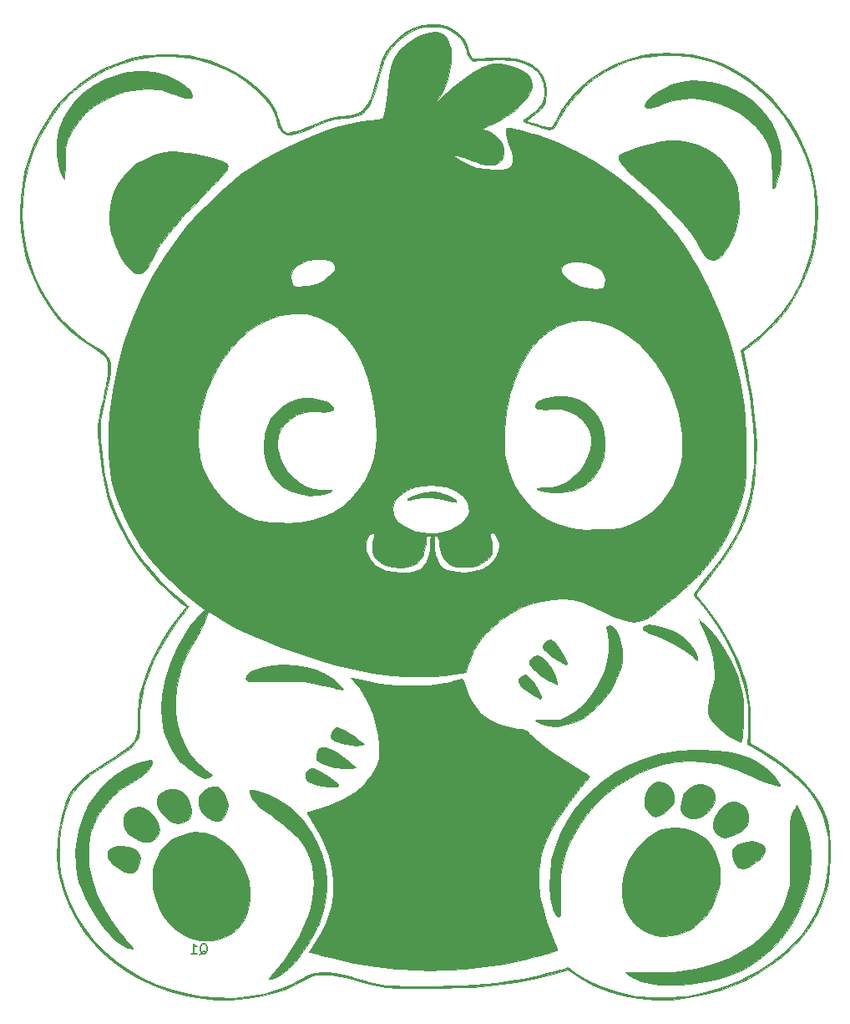
<source format=gbr>
%TF.GenerationSoftware,KiCad,Pcbnew,9.0.6*%
%TF.CreationDate,2025-12-31T17:09:58+01:00*%
%TF.ProjectId,Panda,50616e64-612e-46b6-9963-61645f706362,rev?*%
%TF.SameCoordinates,Original*%
%TF.FileFunction,Legend,Top*%
%TF.FilePolarity,Positive*%
%FSLAX46Y46*%
G04 Gerber Fmt 4.6, Leading zero omitted, Abs format (unit mm)*
G04 Created by KiCad (PCBNEW 9.0.6) date 2025-12-31 17:09:58*
%MOMM*%
%LPD*%
G01*
G04 APERTURE LIST*
%ADD10C,0.150000*%
%ADD11C,0.010000*%
G04 APERTURE END LIST*
D10*
X67405238Y-125381250D02*
X67500476Y-125333631D01*
X67500476Y-125333631D02*
X67595714Y-125238393D01*
X67595714Y-125238393D02*
X67738571Y-125095535D01*
X67738571Y-125095535D02*
X67833809Y-125047916D01*
X67833809Y-125047916D02*
X67929047Y-125047916D01*
X67881428Y-125286012D02*
X67976666Y-125238393D01*
X67976666Y-125238393D02*
X68071904Y-125143154D01*
X68071904Y-125143154D02*
X68119523Y-124952678D01*
X68119523Y-124952678D02*
X68119523Y-124619345D01*
X68119523Y-124619345D02*
X68071904Y-124428869D01*
X68071904Y-124428869D02*
X67976666Y-124333631D01*
X67976666Y-124333631D02*
X67881428Y-124286012D01*
X67881428Y-124286012D02*
X67690952Y-124286012D01*
X67690952Y-124286012D02*
X67595714Y-124333631D01*
X67595714Y-124333631D02*
X67500476Y-124428869D01*
X67500476Y-124428869D02*
X67452857Y-124619345D01*
X67452857Y-124619345D02*
X67452857Y-124952678D01*
X67452857Y-124952678D02*
X67500476Y-125143154D01*
X67500476Y-125143154D02*
X67595714Y-125238393D01*
X67595714Y-125238393D02*
X67690952Y-125286012D01*
X67690952Y-125286012D02*
X67881428Y-125286012D01*
X67071904Y-124381250D02*
X67024285Y-124333631D01*
X67024285Y-124333631D02*
X66929047Y-124286012D01*
X66929047Y-124286012D02*
X66690952Y-124286012D01*
X66690952Y-124286012D02*
X66595714Y-124333631D01*
X66595714Y-124333631D02*
X66548095Y-124381250D01*
X66548095Y-124381250D02*
X66500476Y-124476488D01*
X66500476Y-124476488D02*
X66500476Y-124571726D01*
X66500476Y-124571726D02*
X66548095Y-124714583D01*
X66548095Y-124714583D02*
X67119523Y-125286012D01*
X67119523Y-125286012D02*
X66500476Y-125286012D01*
X67405238Y-131323635D02*
X67500476Y-131276016D01*
X67500476Y-131276016D02*
X67595714Y-131180778D01*
X67595714Y-131180778D02*
X67738571Y-131037920D01*
X67738571Y-131037920D02*
X67833809Y-130990301D01*
X67833809Y-130990301D02*
X67929047Y-130990301D01*
X67881428Y-131228397D02*
X67976666Y-131180778D01*
X67976666Y-131180778D02*
X68071904Y-131085539D01*
X68071904Y-131085539D02*
X68119523Y-130895063D01*
X68119523Y-130895063D02*
X68119523Y-130561730D01*
X68119523Y-130561730D02*
X68071904Y-130371254D01*
X68071904Y-130371254D02*
X67976666Y-130276016D01*
X67976666Y-130276016D02*
X67881428Y-130228397D01*
X67881428Y-130228397D02*
X67690952Y-130228397D01*
X67690952Y-130228397D02*
X67595714Y-130276016D01*
X67595714Y-130276016D02*
X67500476Y-130371254D01*
X67500476Y-130371254D02*
X67452857Y-130561730D01*
X67452857Y-130561730D02*
X67452857Y-130895063D01*
X67452857Y-130895063D02*
X67500476Y-131085539D01*
X67500476Y-131085539D02*
X67595714Y-131180778D01*
X67595714Y-131180778D02*
X67690952Y-131228397D01*
X67690952Y-131228397D02*
X67881428Y-131228397D01*
X66500476Y-131228397D02*
X67071904Y-131228397D01*
X66786190Y-131228397D02*
X66786190Y-130228397D01*
X66786190Y-130228397D02*
X66881428Y-130371254D01*
X66881428Y-130371254D02*
X66976666Y-130466492D01*
X66976666Y-130466492D02*
X67071904Y-130514111D01*
D11*
%TO.C,G\u002A\u002A\u002A*%
X91553832Y-37137795D02*
X92318572Y-37292371D01*
X93005079Y-37586477D01*
X93584679Y-38003141D01*
X94077873Y-38544701D01*
X94416641Y-39143306D01*
X94557356Y-39565288D01*
X94705565Y-40064228D01*
X94854608Y-40398583D01*
X95006731Y-40573093D01*
X95043263Y-40591456D01*
X95173559Y-40602877D01*
X95431844Y-40597608D01*
X95777760Y-40577195D01*
X96083561Y-40551648D01*
X96539374Y-40520628D01*
X97092997Y-40500679D01*
X97673163Y-40493539D01*
X98188033Y-40500322D01*
X98689024Y-40518626D01*
X99070907Y-40544747D01*
X99383909Y-40586601D01*
X99678255Y-40652101D01*
X100004170Y-40749163D01*
X100220033Y-40820537D01*
X100620352Y-40961418D01*
X100909122Y-41085243D01*
X101137468Y-41221973D01*
X101356516Y-41401572D01*
X101582109Y-41618796D01*
X101995661Y-42092110D01*
X102273039Y-42571234D01*
X102432612Y-43101439D01*
X102492748Y-43727997D01*
X102494458Y-43867483D01*
X102481884Y-44255901D01*
X102447847Y-44629511D01*
X102399181Y-44917790D01*
X102388879Y-44956976D01*
X102216477Y-45321176D01*
X101913559Y-45713618D01*
X101508253Y-46103333D01*
X101028690Y-46459356D01*
X101017835Y-46466371D01*
X100770555Y-46632045D01*
X100591568Y-46764102D01*
X100517426Y-46835461D01*
X100517107Y-46837329D01*
X100593444Y-46901238D01*
X100800882Y-46990785D01*
X101104881Y-47096438D01*
X101470902Y-47208663D01*
X101864405Y-47317927D01*
X102250851Y-47414697D01*
X102595699Y-47489439D01*
X102864411Y-47532620D01*
X103022447Y-47534708D01*
X103032620Y-47531635D01*
X103122194Y-47439301D01*
X103259142Y-47232267D01*
X103418825Y-46949086D01*
X103476743Y-46836697D01*
X104037049Y-45858036D01*
X104718074Y-44892983D01*
X105485489Y-43983186D01*
X106304964Y-43170291D01*
X106920621Y-42658730D01*
X108136905Y-41839076D01*
X109442051Y-41160872D01*
X110824923Y-40628914D01*
X112274381Y-40248000D01*
X112707360Y-40166166D01*
X113275147Y-40093922D01*
X113959799Y-40047354D01*
X114710807Y-40026462D01*
X115477658Y-40031246D01*
X116209844Y-40061705D01*
X116856854Y-40117841D01*
X117196707Y-40166166D01*
X118704365Y-40511283D01*
X120155665Y-41013721D01*
X121543817Y-41668889D01*
X122862033Y-42472194D01*
X124103525Y-43419042D01*
X125261505Y-44504841D01*
X126329185Y-45724997D01*
X127213284Y-46943267D01*
X128070653Y-48386486D01*
X128772977Y-49893476D01*
X129317563Y-51455323D01*
X129701714Y-53063115D01*
X129922737Y-54707938D01*
X129980367Y-56094853D01*
X129919062Y-57743049D01*
X129730926Y-59292634D01*
X129409630Y-60763963D01*
X128948843Y-62177394D01*
X128342234Y-63553284D01*
X127583472Y-64911990D01*
X126929644Y-65905003D01*
X126576896Y-66366112D01*
X126122004Y-66895762D01*
X125596558Y-67462368D01*
X125032148Y-68034341D01*
X124460366Y-68580098D01*
X123912801Y-69068050D01*
X123421045Y-69466613D01*
X123224404Y-69609759D01*
X122873073Y-69860147D01*
X122645203Y-70041080D01*
X122520333Y-70172319D01*
X122478003Y-70273627D01*
X122483034Y-70325817D01*
X122553926Y-70620023D01*
X122646322Y-71049444D01*
X122754252Y-71582203D01*
X122871748Y-72186426D01*
X122992841Y-72830237D01*
X123111561Y-73481761D01*
X123221941Y-74109122D01*
X123318010Y-74680444D01*
X123393799Y-75163852D01*
X123410532Y-75278817D01*
X123610732Y-76860847D01*
X123740609Y-78321383D01*
X123800178Y-79692966D01*
X123789451Y-81008134D01*
X123708442Y-82299430D01*
X123557163Y-83599393D01*
X123414275Y-84504270D01*
X123218404Y-85461148D01*
X122964254Y-86384649D01*
X122642559Y-87292881D01*
X122244051Y-88203951D01*
X121759463Y-89135964D01*
X121179527Y-90107027D01*
X120494977Y-91135246D01*
X119696545Y-92238729D01*
X118970412Y-93186805D01*
X118562680Y-93707214D01*
X118248021Y-94110446D01*
X118017193Y-94414248D01*
X117860950Y-94636367D01*
X117770048Y-94794552D01*
X117735245Y-94906549D01*
X117747294Y-94990106D01*
X117796953Y-95062971D01*
X117874978Y-95142892D01*
X117924776Y-95194292D01*
X118695778Y-96093637D01*
X119461471Y-97123487D01*
X120199496Y-98245876D01*
X120887495Y-99422837D01*
X121503111Y-100616402D01*
X122023985Y-101788606D01*
X122384855Y-102768128D01*
X122615452Y-103492747D01*
X122796144Y-104121679D01*
X122932927Y-104693985D01*
X123031797Y-105248723D01*
X123098752Y-105824953D01*
X123139786Y-106461735D01*
X123160897Y-107198128D01*
X123167383Y-107865441D01*
X123176643Y-109929732D01*
X124059671Y-110438617D01*
X125422267Y-111272072D01*
X126624730Y-112111165D01*
X127676252Y-112963481D01*
X128586023Y-113836603D01*
X129363232Y-114738117D01*
X129520622Y-114945439D01*
X130065663Y-115745549D01*
X130502254Y-116539505D01*
X130837633Y-117353888D01*
X131079038Y-118215276D01*
X131233706Y-119150250D01*
X131308875Y-120185390D01*
X131311783Y-121347275D01*
X131307300Y-121506817D01*
X131233571Y-122741854D01*
X131087447Y-123860298D01*
X130859305Y-124902823D01*
X130539524Y-125910102D01*
X130118483Y-126922810D01*
X129935377Y-127306483D01*
X129293277Y-128427580D01*
X128496974Y-129506183D01*
X127558314Y-130533006D01*
X126489139Y-131498765D01*
X125301293Y-132394173D01*
X124006619Y-133209947D01*
X122616961Y-133936799D01*
X121144163Y-134565445D01*
X120286033Y-134871616D01*
X118578538Y-135361207D01*
X116881235Y-135693916D01*
X115202287Y-135870567D01*
X113549854Y-135891986D01*
X111932099Y-135758998D01*
X110357183Y-135472428D01*
X108833267Y-135033103D01*
X107368513Y-134441847D01*
X105971083Y-133699486D01*
X105448913Y-133371041D01*
X104666460Y-132856206D01*
X103491367Y-133193359D01*
X101528918Y-133695562D01*
X99491565Y-134095777D01*
X97357573Y-134397585D01*
X95105210Y-134604564D01*
X94801367Y-134624770D01*
X94402845Y-134644707D01*
X93863843Y-134663533D01*
X93213211Y-134680665D01*
X92479801Y-134695520D01*
X91692465Y-134707513D01*
X90880054Y-134716063D01*
X90071419Y-134720585D01*
X90060033Y-134720618D01*
X89140184Y-134722592D01*
X88365623Y-134721155D01*
X87712303Y-134713737D01*
X87156182Y-134697768D01*
X86673215Y-134670681D01*
X86239357Y-134629905D01*
X85830564Y-134572872D01*
X85422791Y-134497012D01*
X84991995Y-134399756D01*
X84514131Y-134278534D01*
X83965155Y-134130779D01*
X83598413Y-134030185D01*
X82825488Y-133821560D01*
X82185421Y-133658973D01*
X81649682Y-133537211D01*
X81189737Y-133451062D01*
X80777053Y-133395313D01*
X80383099Y-133364752D01*
X79979343Y-133354166D01*
X79896989Y-133353985D01*
X79458557Y-133362288D01*
X79100961Y-133395102D01*
X78781349Y-133465833D01*
X78456866Y-133587888D01*
X78084661Y-133774672D01*
X77621879Y-134039592D01*
X77528458Y-134094942D01*
X76954550Y-134422258D01*
X76444930Y-134676827D01*
X75932115Y-134888141D01*
X75348623Y-135085694D01*
X75061579Y-135173044D01*
X73615526Y-135528636D01*
X72088571Y-135766459D01*
X70524870Y-135882910D01*
X68968578Y-135874390D01*
X67725606Y-135771225D01*
X66019739Y-135486952D01*
X64367561Y-135056425D01*
X62780642Y-134485534D01*
X61270549Y-133780169D01*
X59848852Y-132946221D01*
X58527118Y-131989580D01*
X57316916Y-130916136D01*
X56508617Y-130059949D01*
X55615335Y-128931237D01*
X54836359Y-127726738D01*
X54178280Y-126465061D01*
X53647690Y-125164812D01*
X53251183Y-123844600D01*
X52995351Y-122523032D01*
X52886785Y-121218717D01*
X52930948Y-119961650D01*
X53044348Y-119060449D01*
X53204269Y-118142355D01*
X53399579Y-117260573D01*
X53619146Y-116468309D01*
X53733834Y-116124368D01*
X53943156Y-115579502D01*
X54165828Y-115097728D01*
X54417736Y-114662882D01*
X54714768Y-114258800D01*
X55072811Y-113869319D01*
X55507752Y-113478275D01*
X56035479Y-113069503D01*
X56671878Y-112626841D01*
X57432837Y-112134125D01*
X58008693Y-111775098D01*
X58829881Y-111253585D01*
X59514371Y-110786886D01*
X60057814Y-110378304D01*
X60455862Y-110031140D01*
X60704165Y-109748699D01*
X60730880Y-109707832D01*
X60855052Y-109475371D01*
X60948386Y-109217881D01*
X61015331Y-108906876D01*
X61060331Y-108513873D01*
X61087834Y-108010389D01*
X61102285Y-107367939D01*
X61102825Y-107325150D01*
X61117745Y-106658425D01*
X61147039Y-106114954D01*
X61194683Y-105648974D01*
X61264653Y-105214726D01*
X61302535Y-105026639D01*
X61651849Y-103717691D01*
X62152898Y-102359199D01*
X62799670Y-100963183D01*
X63586154Y-99541660D01*
X64506338Y-98106649D01*
X65347679Y-96939866D01*
X65998031Y-96081098D01*
X65752365Y-95903696D01*
X65432102Y-95654427D01*
X65026650Y-95311440D01*
X64567835Y-94903419D01*
X64087484Y-94459042D01*
X63617425Y-94006991D01*
X63335871Y-93726069D01*
X62178932Y-92459050D01*
X61120759Y-91111780D01*
X60179316Y-89710679D01*
X59372571Y-88282164D01*
X58805219Y-87063855D01*
X58545513Y-86432008D01*
X58326345Y-85865395D01*
X58141053Y-85336729D01*
X57982974Y-84818725D01*
X57845443Y-84284097D01*
X57721798Y-83705558D01*
X57605375Y-83055822D01*
X57489511Y-82307603D01*
X57367543Y-81433615D01*
X57293159Y-80871945D01*
X57189071Y-80045097D01*
X57113780Y-79353788D01*
X57067867Y-78766589D01*
X57051915Y-78252072D01*
X57066503Y-77778810D01*
X57112214Y-77315375D01*
X57189627Y-76830340D01*
X57299325Y-76292275D01*
X57384834Y-75913817D01*
X57589139Y-75018550D01*
X57753442Y-74268147D01*
X57880980Y-73643749D01*
X57974990Y-73126501D01*
X58038709Y-72697544D01*
X58075375Y-72338022D01*
X58088224Y-72029079D01*
X58084911Y-71835869D01*
X58049299Y-71416879D01*
X57967617Y-71078323D01*
X57818865Y-70792046D01*
X57582046Y-70529895D01*
X57236163Y-70263713D01*
X56760218Y-69965346D01*
X56635357Y-69892233D01*
X55351403Y-69049616D01*
X54169974Y-68074219D01*
X53096462Y-66971969D01*
X52136262Y-65748794D01*
X51294766Y-64410619D01*
X50827501Y-63510150D01*
X50243361Y-62158438D01*
X49794715Y-60809710D01*
X49474661Y-59432407D01*
X49276298Y-57994969D01*
X49199520Y-56590140D01*
X49372302Y-56590140D01*
X49498940Y-58260666D01*
X49787013Y-59923238D01*
X50236865Y-61562817D01*
X50623345Y-62590309D01*
X51115510Y-63654771D01*
X51683004Y-64698509D01*
X52295468Y-65663828D01*
X52656444Y-66161271D01*
X53348386Y-66981404D01*
X54141908Y-67781554D01*
X54996991Y-68526806D01*
X55873618Y-69182244D01*
X56719408Y-69706182D01*
X57286148Y-70047603D01*
X57707864Y-70377966D01*
X58005385Y-70720377D01*
X58199537Y-71097944D01*
X58297574Y-71457046D01*
X58318978Y-71786050D01*
X58288634Y-72263766D01*
X58208243Y-72878228D01*
X58079509Y-73617471D01*
X57904134Y-74469532D01*
X57807866Y-74897817D01*
X57634070Y-75664554D01*
X57498754Y-76295612D01*
X57398007Y-76819251D01*
X57327916Y-77263731D01*
X57284569Y-77657313D01*
X57264053Y-78028258D01*
X57262455Y-78404827D01*
X57273388Y-78758479D01*
X57306095Y-79258852D01*
X57364869Y-79884994D01*
X57444417Y-80596271D01*
X57539446Y-81352048D01*
X57644663Y-82111690D01*
X57754775Y-82834563D01*
X57864488Y-83480031D01*
X57938888Y-83867332D01*
X58142722Y-84675237D01*
X58437323Y-85578168D01*
X58807298Y-86539230D01*
X59237251Y-87521526D01*
X59711789Y-88488162D01*
X60215515Y-89402243D01*
X60325623Y-89587483D01*
X60940997Y-90525289D01*
X61677489Y-91508237D01*
X62506060Y-92503197D01*
X63397671Y-93477040D01*
X64323284Y-94396634D01*
X65253858Y-95228852D01*
X65316200Y-95281114D01*
X65643880Y-95556774D01*
X65919169Y-95792489D01*
X66118673Y-95967911D01*
X66219003Y-96062689D01*
X66226367Y-96072920D01*
X66178340Y-96147972D01*
X66045292Y-96335681D01*
X65843771Y-96613214D01*
X65590325Y-96957739D01*
X65369039Y-97255863D01*
X64342646Y-98711668D01*
X63470357Y-100119015D01*
X62747316Y-101487789D01*
X62168663Y-102827880D01*
X61729540Y-104149174D01*
X61482179Y-105166150D01*
X61402316Y-105611107D01*
X61345924Y-106067768D01*
X61309195Y-106581442D01*
X61288320Y-107197438D01*
X61282883Y-107536817D01*
X61274613Y-108084562D01*
X61262305Y-108494423D01*
X61242447Y-108797847D01*
X61211530Y-109026284D01*
X61166043Y-109211181D01*
X61102477Y-109383985D01*
X61067701Y-109464686D01*
X60946901Y-109700325D01*
X60789652Y-109931086D01*
X60582676Y-110167412D01*
X60312695Y-110419748D01*
X59966430Y-110698536D01*
X59530603Y-111014222D01*
X58991937Y-111377248D01*
X58337151Y-111798058D01*
X57552969Y-112287097D01*
X57214626Y-112495241D01*
X56339750Y-113081315D01*
X55586158Y-113688944D01*
X54966505Y-114305991D01*
X54493443Y-114920316D01*
X54263937Y-115326150D01*
X53962970Y-116052064D01*
X53687346Y-116922461D01*
X53434066Y-117947309D01*
X53339445Y-118397223D01*
X53264707Y-118801435D01*
X53211487Y-119182329D01*
X53176464Y-119583278D01*
X53156317Y-120047655D01*
X53147727Y-120618834D01*
X53146753Y-120914150D01*
X53154858Y-121658014D01*
X53179849Y-122289572D01*
X53220635Y-122788528D01*
X53262820Y-123073150D01*
X53644087Y-124570453D01*
X54178017Y-126006054D01*
X54856852Y-127372469D01*
X55672836Y-128662213D01*
X56618211Y-129867802D01*
X57685221Y-130981751D01*
X58866108Y-131996577D01*
X60153117Y-132904794D01*
X61538489Y-133698919D01*
X63014469Y-134371466D01*
X64573299Y-134914951D01*
X65887700Y-135254624D01*
X67506813Y-135546188D01*
X69074807Y-135694737D01*
X70627280Y-135702701D01*
X71560367Y-135641533D01*
X72725518Y-135495922D01*
X73861371Y-135277897D01*
X74937417Y-134995992D01*
X75923151Y-134658743D01*
X76788066Y-134274688D01*
X77148367Y-134077975D01*
X77669120Y-133778001D01*
X78081929Y-133555799D01*
X78420504Y-133396368D01*
X78718557Y-133284706D01*
X79009798Y-133205809D01*
X79191782Y-133168611D01*
X79701015Y-133123545D01*
X80339188Y-133148944D01*
X81082593Y-133241976D01*
X81907522Y-133399810D01*
X82651700Y-133581892D01*
X83154449Y-133716678D01*
X83680451Y-133857787D01*
X84167619Y-133988559D01*
X84553866Y-134092333D01*
X84556700Y-134093095D01*
X85005805Y-134208570D01*
X85426584Y-134302934D01*
X85842951Y-134378222D01*
X86278820Y-134436469D01*
X86758108Y-134479709D01*
X87304727Y-134509979D01*
X87942594Y-134529311D01*
X88695622Y-134539743D01*
X89587726Y-134543307D01*
X89848367Y-134543359D01*
X91386039Y-134534743D01*
X92779396Y-134509063D01*
X94052753Y-134464701D01*
X95230420Y-134400039D01*
X96336713Y-134313458D01*
X97395942Y-134203342D01*
X98432423Y-134068070D01*
X99470466Y-133906027D01*
X99500367Y-133900991D01*
X100175235Y-133776262D01*
X100944691Y-133616104D01*
X101758324Y-133432389D01*
X102565722Y-133236984D01*
X103316473Y-133041761D01*
X103960165Y-132858589D01*
X104068792Y-132825324D01*
X104700217Y-132629152D01*
X105492735Y-133166480D01*
X106756231Y-133924003D01*
X108128556Y-134556515D01*
X109612499Y-135065085D01*
X111210849Y-135450785D01*
X111650552Y-135531950D01*
X112223025Y-135605957D01*
X112918525Y-135655916D01*
X113692460Y-135681827D01*
X114500241Y-135683692D01*
X115297277Y-135661510D01*
X116038977Y-135615284D01*
X116680752Y-135545015D01*
X116769348Y-135531826D01*
X118607161Y-135163638D01*
X120384084Y-134638630D01*
X122110781Y-133953456D01*
X122741367Y-133657551D01*
X124082964Y-132931593D01*
X125345840Y-132109073D01*
X126511123Y-131205563D01*
X127559943Y-130236634D01*
X128473428Y-129217855D01*
X129035035Y-128464708D01*
X129703275Y-127342826D01*
X130251372Y-126116529D01*
X130675021Y-124804913D01*
X130969915Y-123427077D01*
X131131748Y-122002118D01*
X131156215Y-120549135D01*
X131077097Y-119407979D01*
X130905106Y-118347580D01*
X130619779Y-117357086D01*
X130210880Y-116417235D01*
X129668174Y-115508764D01*
X128981423Y-114612409D01*
X128140392Y-113708908D01*
X127949756Y-113522752D01*
X127431622Y-113040371D01*
X126915447Y-112596620D01*
X126376286Y-112173867D01*
X125789197Y-111754479D01*
X125129236Y-111320825D01*
X124371459Y-110855274D01*
X123490923Y-110340192D01*
X123262780Y-110209651D01*
X123025973Y-110062293D01*
X122914159Y-109949646D01*
X122897851Y-109837073D01*
X122908554Y-109793537D01*
X122930123Y-109649693D01*
X122953887Y-109369528D01*
X122977699Y-108985999D01*
X122999413Y-108532064D01*
X123011410Y-108214150D01*
X123017009Y-107124875D01*
X122950556Y-106118786D01*
X122804193Y-105122374D01*
X122570062Y-104062129D01*
X122565680Y-104044726D01*
X122097422Y-102507104D01*
X121469786Y-100964062D01*
X120691368Y-99431602D01*
X119770765Y-97925729D01*
X118716570Y-96462445D01*
X118058204Y-95652391D01*
X117829559Y-95389232D01*
X117661691Y-95189154D01*
X117559465Y-95025883D01*
X117527745Y-94873145D01*
X117571396Y-94704666D01*
X117695283Y-94494172D01*
X117904270Y-94215388D01*
X118203223Y-93842041D01*
X118450608Y-93533042D01*
X119368910Y-92351712D01*
X120167938Y-91264580D01*
X120856434Y-90255003D01*
X121443142Y-89306340D01*
X121936803Y-88401948D01*
X122346160Y-87525185D01*
X122679956Y-86659408D01*
X122946932Y-85787975D01*
X123155832Y-84894244D01*
X123246339Y-84403782D01*
X123432353Y-83120607D01*
X123553165Y-81840742D01*
X123607733Y-80543959D01*
X123595015Y-79210030D01*
X123513971Y-77818726D01*
X123363560Y-76349819D01*
X123142739Y-74783080D01*
X122850469Y-73098282D01*
X122598472Y-71816678D01*
X122244459Y-70090206D01*
X122418145Y-69954011D01*
X122559700Y-69847603D01*
X122800192Y-69671380D01*
X123100642Y-69453785D01*
X123300992Y-69309817D01*
X124065544Y-68704452D01*
X124853239Y-67975498D01*
X125631093Y-67159129D01*
X126366123Y-66291515D01*
X127025345Y-65408830D01*
X127448580Y-64761292D01*
X128218904Y-63337667D01*
X128840718Y-61843689D01*
X129311850Y-60294210D01*
X129630128Y-58704076D01*
X129793378Y-57088138D01*
X129799430Y-55461244D01*
X129646111Y-53838243D01*
X129331247Y-52233984D01*
X129299536Y-52108919D01*
X128816618Y-50552281D01*
X128192580Y-49064870D01*
X127436201Y-47656631D01*
X126556257Y-46337511D01*
X125561528Y-45117455D01*
X124460790Y-44006411D01*
X123262823Y-43014323D01*
X121976403Y-42151140D01*
X120610309Y-41426807D01*
X119449709Y-40948100D01*
X118197980Y-40575924D01*
X116864438Y-40329285D01*
X115483563Y-40210636D01*
X114089835Y-40222428D01*
X112717733Y-40367115D01*
X112300604Y-40439633D01*
X110989093Y-40771689D01*
X109716930Y-41253226D01*
X108500602Y-41872006D01*
X107356595Y-42615789D01*
X106301398Y-43472337D01*
X105351495Y-44429411D01*
X104523375Y-45474771D01*
X103833524Y-46596178D01*
X103725007Y-46805759D01*
X103505765Y-47223370D01*
X103335046Y-47503450D01*
X103199149Y-47665955D01*
X103090910Y-47729337D01*
X102874668Y-47735512D01*
X102535411Y-47687359D01*
X102107636Y-47592706D01*
X101625841Y-47459386D01*
X101124522Y-47295228D01*
X101032240Y-47262048D01*
X100609280Y-47107437D01*
X100337055Y-46993424D01*
X100209413Y-46896891D01*
X100220202Y-46794718D01*
X100363269Y-46663787D01*
X100632461Y-46480979D01*
X100795855Y-46373822D01*
X101355656Y-45971178D01*
X101769748Y-45584467D01*
X102055531Y-45184144D01*
X102230409Y-44740668D01*
X102311783Y-44224496D01*
X102322111Y-43782817D01*
X102234182Y-43105270D01*
X102003362Y-42480636D01*
X101644543Y-41934526D01*
X101172615Y-41492555D01*
X100885124Y-41311127D01*
X100377690Y-41066284D01*
X99872104Y-40890812D01*
X99326637Y-40775973D01*
X98699559Y-40713031D01*
X97949141Y-40693247D01*
X97934033Y-40693233D01*
X97398287Y-40697973D01*
X96838732Y-40711469D01*
X96316446Y-40731741D01*
X95892504Y-40756809D01*
X95837225Y-40761188D01*
X95010417Y-40829892D01*
X94773303Y-40591854D01*
X94589334Y-40332591D01*
X94456242Y-39960259D01*
X94421364Y-39810459D01*
X94201263Y-39165392D01*
X93837459Y-38581378D01*
X93351221Y-38081295D01*
X92763820Y-37688024D01*
X92244072Y-37468501D01*
X91770363Y-37365757D01*
X91201000Y-37320126D01*
X90599707Y-37331509D01*
X90030206Y-37399810D01*
X89715276Y-37472353D01*
X88886237Y-37795995D01*
X88100379Y-38265232D01*
X87383562Y-38857213D01*
X86761648Y-39549088D01*
X86260499Y-40318007D01*
X86081142Y-40683363D01*
X85991948Y-40921794D01*
X85875095Y-41287966D01*
X85741505Y-41744739D01*
X85602098Y-42254975D01*
X85486828Y-42704415D01*
X85242682Y-43614190D01*
X84997256Y-44369026D01*
X84742177Y-44983172D01*
X84469074Y-45470874D01*
X84169574Y-45846379D01*
X83835306Y-46123933D01*
X83457898Y-46317785D01*
X83338287Y-46360675D01*
X83102136Y-46419552D01*
X82745219Y-46485831D01*
X82315400Y-46551506D01*
X81860544Y-46608573D01*
X81847367Y-46610030D01*
X81430900Y-46657614D01*
X81093806Y-46704325D01*
X80801222Y-46760541D01*
X80518287Y-46836641D01*
X80210138Y-46943003D01*
X79841914Y-47090006D01*
X79378752Y-47288029D01*
X78970160Y-47466603D01*
X78263501Y-47758159D01*
X77611791Y-47991357D01*
X77039922Y-48158600D01*
X76572787Y-48252291D01*
X76336986Y-48270150D01*
X76042829Y-48196853D01*
X75743667Y-48002422D01*
X75491854Y-47725041D01*
X75415340Y-47597922D01*
X75339790Y-47410140D01*
X75243336Y-47112805D01*
X75143552Y-46761269D01*
X75116100Y-46655507D01*
X74990349Y-46212281D01*
X74846985Y-45840722D01*
X74660994Y-45495717D01*
X74407363Y-45132151D01*
X74061076Y-44704908D01*
X73984955Y-44615398D01*
X73080269Y-43683520D01*
X72044196Y-42844605D01*
X70892228Y-42107353D01*
X69639860Y-41480467D01*
X68302584Y-40972646D01*
X66895894Y-40592593D01*
X66776700Y-40567104D01*
X66142611Y-40462856D01*
X65394925Y-40386035D01*
X64587488Y-40338844D01*
X63774148Y-40323488D01*
X63008751Y-40342169D01*
X62416367Y-40388656D01*
X60887415Y-40644533D01*
X59416106Y-41056973D01*
X58011158Y-41620427D01*
X56681294Y-42329347D01*
X55435233Y-43178182D01*
X54281697Y-44161383D01*
X53229405Y-45273402D01*
X52287080Y-46508688D01*
X51925208Y-47064518D01*
X51112260Y-48533557D01*
X50452455Y-50065844D01*
X49947174Y-51649513D01*
X49597801Y-53272697D01*
X49405716Y-54923528D01*
X49372302Y-56590140D01*
X49199520Y-56590140D01*
X49192726Y-56465837D01*
X49188956Y-56017150D01*
X49235317Y-54647882D01*
X49378179Y-53358225D01*
X49627031Y-52092852D01*
X49991361Y-50796438D01*
X50182137Y-50226400D01*
X50632187Y-49103859D01*
X51200921Y-47952612D01*
X51858948Y-46823507D01*
X52576882Y-45767389D01*
X53245256Y-44926741D01*
X54209131Y-43934493D01*
X55302457Y-43028595D01*
X56502001Y-42222175D01*
X57784532Y-41528362D01*
X59126816Y-40960283D01*
X60505621Y-40531067D01*
X61358033Y-40342420D01*
X61899665Y-40266153D01*
X62557606Y-40212669D01*
X63292525Y-40181719D01*
X64065090Y-40173055D01*
X64835968Y-40186428D01*
X65565827Y-40221590D01*
X66215334Y-40278291D01*
X66745159Y-40356283D01*
X66845592Y-40377126D01*
X68353321Y-40787253D01*
X69761130Y-41322586D01*
X71062918Y-41979528D01*
X72252582Y-42754480D01*
X73324020Y-43643848D01*
X74271130Y-44644033D01*
X74444281Y-44856030D01*
X74674243Y-45156806D01*
X74852436Y-45428134D01*
X74998078Y-45711218D01*
X75130392Y-46047261D01*
X75268597Y-46477466D01*
X75381648Y-46865510D01*
X75520323Y-47285699D01*
X75670281Y-47586989D01*
X75856477Y-47819263D01*
X75861163Y-47823969D01*
X76053283Y-47998940D01*
X76209556Y-48072322D01*
X76404224Y-48071185D01*
X76500981Y-48057277D01*
X77002938Y-47960644D01*
X77505860Y-47824454D01*
X78051714Y-47634983D01*
X78682467Y-47378504D01*
X78998926Y-47240349D01*
X79565644Y-46992921D01*
X80020553Y-46807319D01*
X80404365Y-46671816D01*
X80757794Y-46574681D01*
X81121553Y-46504188D01*
X81536356Y-46448606D01*
X81870369Y-46413141D01*
X82481665Y-46341470D01*
X82955708Y-46257495D01*
X83324570Y-46150647D01*
X83620324Y-46010356D01*
X83875040Y-45826054D01*
X83999805Y-45711386D01*
X84248322Y-45427674D01*
X84473427Y-45077587D01*
X84683696Y-44640802D01*
X84887703Y-44096998D01*
X85094022Y-43425853D01*
X85311228Y-42607045D01*
X85313624Y-42597483D01*
X85541336Y-41748510D01*
X85767120Y-41041080D01*
X86002845Y-40447966D01*
X86260376Y-39941940D01*
X86551582Y-39495775D01*
X86803621Y-39178921D01*
X87514503Y-38456528D01*
X88274666Y-37893802D01*
X89093457Y-37485857D01*
X89980222Y-37227804D01*
X90725944Y-37127370D01*
X91553832Y-37137795D01*
G36*
X91553832Y-37137795D02*
G01*
X92318572Y-37292371D01*
X93005079Y-37586477D01*
X93584679Y-38003141D01*
X94077873Y-38544701D01*
X94416641Y-39143306D01*
X94557356Y-39565288D01*
X94705565Y-40064228D01*
X94854608Y-40398583D01*
X95006731Y-40573093D01*
X95043263Y-40591456D01*
X95173559Y-40602877D01*
X95431844Y-40597608D01*
X95777760Y-40577195D01*
X96083561Y-40551648D01*
X96539374Y-40520628D01*
X97092997Y-40500679D01*
X97673163Y-40493539D01*
X98188033Y-40500322D01*
X98689024Y-40518626D01*
X99070907Y-40544747D01*
X99383909Y-40586601D01*
X99678255Y-40652101D01*
X100004170Y-40749163D01*
X100220033Y-40820537D01*
X100620352Y-40961418D01*
X100909122Y-41085243D01*
X101137468Y-41221973D01*
X101356516Y-41401572D01*
X101582109Y-41618796D01*
X101995661Y-42092110D01*
X102273039Y-42571234D01*
X102432612Y-43101439D01*
X102492748Y-43727997D01*
X102494458Y-43867483D01*
X102481884Y-44255901D01*
X102447847Y-44629511D01*
X102399181Y-44917790D01*
X102388879Y-44956976D01*
X102216477Y-45321176D01*
X101913559Y-45713618D01*
X101508253Y-46103333D01*
X101028690Y-46459356D01*
X101017835Y-46466371D01*
X100770555Y-46632045D01*
X100591568Y-46764102D01*
X100517426Y-46835461D01*
X100517107Y-46837329D01*
X100593444Y-46901238D01*
X100800882Y-46990785D01*
X101104881Y-47096438D01*
X101470902Y-47208663D01*
X101864405Y-47317927D01*
X102250851Y-47414697D01*
X102595699Y-47489439D01*
X102864411Y-47532620D01*
X103022447Y-47534708D01*
X103032620Y-47531635D01*
X103122194Y-47439301D01*
X103259142Y-47232267D01*
X103418825Y-46949086D01*
X103476743Y-46836697D01*
X104037049Y-45858036D01*
X104718074Y-44892983D01*
X105485489Y-43983186D01*
X106304964Y-43170291D01*
X106920621Y-42658730D01*
X108136905Y-41839076D01*
X109442051Y-41160872D01*
X110824923Y-40628914D01*
X112274381Y-40248000D01*
X112707360Y-40166166D01*
X113275147Y-40093922D01*
X113959799Y-40047354D01*
X114710807Y-40026462D01*
X115477658Y-40031246D01*
X116209844Y-40061705D01*
X116856854Y-40117841D01*
X117196707Y-40166166D01*
X118704365Y-40511283D01*
X120155665Y-41013721D01*
X121543817Y-41668889D01*
X122862033Y-42472194D01*
X124103525Y-43419042D01*
X125261505Y-44504841D01*
X126329185Y-45724997D01*
X127213284Y-46943267D01*
X128070653Y-48386486D01*
X128772977Y-49893476D01*
X129317563Y-51455323D01*
X129701714Y-53063115D01*
X129922737Y-54707938D01*
X129980367Y-56094853D01*
X129919062Y-57743049D01*
X129730926Y-59292634D01*
X129409630Y-60763963D01*
X128948843Y-62177394D01*
X128342234Y-63553284D01*
X127583472Y-64911990D01*
X126929644Y-65905003D01*
X126576896Y-66366112D01*
X126122004Y-66895762D01*
X125596558Y-67462368D01*
X125032148Y-68034341D01*
X124460366Y-68580098D01*
X123912801Y-69068050D01*
X123421045Y-69466613D01*
X123224404Y-69609759D01*
X122873073Y-69860147D01*
X122645203Y-70041080D01*
X122520333Y-70172319D01*
X122478003Y-70273627D01*
X122483034Y-70325817D01*
X122553926Y-70620023D01*
X122646322Y-71049444D01*
X122754252Y-71582203D01*
X122871748Y-72186426D01*
X122992841Y-72830237D01*
X123111561Y-73481761D01*
X123221941Y-74109122D01*
X123318010Y-74680444D01*
X123393799Y-75163852D01*
X123410532Y-75278817D01*
X123610732Y-76860847D01*
X123740609Y-78321383D01*
X123800178Y-79692966D01*
X123789451Y-81008134D01*
X123708442Y-82299430D01*
X123557163Y-83599393D01*
X123414275Y-84504270D01*
X123218404Y-85461148D01*
X122964254Y-86384649D01*
X122642559Y-87292881D01*
X122244051Y-88203951D01*
X121759463Y-89135964D01*
X121179527Y-90107027D01*
X120494977Y-91135246D01*
X119696545Y-92238729D01*
X118970412Y-93186805D01*
X118562680Y-93707214D01*
X118248021Y-94110446D01*
X118017193Y-94414248D01*
X117860950Y-94636367D01*
X117770048Y-94794552D01*
X117735245Y-94906549D01*
X117747294Y-94990106D01*
X117796953Y-95062971D01*
X117874978Y-95142892D01*
X117924776Y-95194292D01*
X118695778Y-96093637D01*
X119461471Y-97123487D01*
X120199496Y-98245876D01*
X120887495Y-99422837D01*
X121503111Y-100616402D01*
X122023985Y-101788606D01*
X122384855Y-102768128D01*
X122615452Y-103492747D01*
X122796144Y-104121679D01*
X122932927Y-104693985D01*
X123031797Y-105248723D01*
X123098752Y-105824953D01*
X123139786Y-106461735D01*
X123160897Y-107198128D01*
X123167383Y-107865441D01*
X123176643Y-109929732D01*
X124059671Y-110438617D01*
X125422267Y-111272072D01*
X126624730Y-112111165D01*
X127676252Y-112963481D01*
X128586023Y-113836603D01*
X129363232Y-114738117D01*
X129520622Y-114945439D01*
X130065663Y-115745549D01*
X130502254Y-116539505D01*
X130837633Y-117353888D01*
X131079038Y-118215276D01*
X131233706Y-119150250D01*
X131308875Y-120185390D01*
X131311783Y-121347275D01*
X131307300Y-121506817D01*
X131233571Y-122741854D01*
X131087447Y-123860298D01*
X130859305Y-124902823D01*
X130539524Y-125910102D01*
X130118483Y-126922810D01*
X129935377Y-127306483D01*
X129293277Y-128427580D01*
X128496974Y-129506183D01*
X127558314Y-130533006D01*
X126489139Y-131498765D01*
X125301293Y-132394173D01*
X124006619Y-133209947D01*
X122616961Y-133936799D01*
X121144163Y-134565445D01*
X120286033Y-134871616D01*
X118578538Y-135361207D01*
X116881235Y-135693916D01*
X115202287Y-135870567D01*
X113549854Y-135891986D01*
X111932099Y-135758998D01*
X110357183Y-135472428D01*
X108833267Y-135033103D01*
X107368513Y-134441847D01*
X105971083Y-133699486D01*
X105448913Y-133371041D01*
X104666460Y-132856206D01*
X103491367Y-133193359D01*
X101528918Y-133695562D01*
X99491565Y-134095777D01*
X97357573Y-134397585D01*
X95105210Y-134604564D01*
X94801367Y-134624770D01*
X94402845Y-134644707D01*
X93863843Y-134663533D01*
X93213211Y-134680665D01*
X92479801Y-134695520D01*
X91692465Y-134707513D01*
X90880054Y-134716063D01*
X90071419Y-134720585D01*
X90060033Y-134720618D01*
X89140184Y-134722592D01*
X88365623Y-134721155D01*
X87712303Y-134713737D01*
X87156182Y-134697768D01*
X86673215Y-134670681D01*
X86239357Y-134629905D01*
X85830564Y-134572872D01*
X85422791Y-134497012D01*
X84991995Y-134399756D01*
X84514131Y-134278534D01*
X83965155Y-134130779D01*
X83598413Y-134030185D01*
X82825488Y-133821560D01*
X82185421Y-133658973D01*
X81649682Y-133537211D01*
X81189737Y-133451062D01*
X80777053Y-133395313D01*
X80383099Y-133364752D01*
X79979343Y-133354166D01*
X79896989Y-133353985D01*
X79458557Y-133362288D01*
X79100961Y-133395102D01*
X78781349Y-133465833D01*
X78456866Y-133587888D01*
X78084661Y-133774672D01*
X77621879Y-134039592D01*
X77528458Y-134094942D01*
X76954550Y-134422258D01*
X76444930Y-134676827D01*
X75932115Y-134888141D01*
X75348623Y-135085694D01*
X75061579Y-135173044D01*
X73615526Y-135528636D01*
X72088571Y-135766459D01*
X70524870Y-135882910D01*
X68968578Y-135874390D01*
X67725606Y-135771225D01*
X66019739Y-135486952D01*
X64367561Y-135056425D01*
X62780642Y-134485534D01*
X61270549Y-133780169D01*
X59848852Y-132946221D01*
X58527118Y-131989580D01*
X57316916Y-130916136D01*
X56508617Y-130059949D01*
X55615335Y-128931237D01*
X54836359Y-127726738D01*
X54178280Y-126465061D01*
X53647690Y-125164812D01*
X53251183Y-123844600D01*
X52995351Y-122523032D01*
X52886785Y-121218717D01*
X52930948Y-119961650D01*
X53044348Y-119060449D01*
X53204269Y-118142355D01*
X53399579Y-117260573D01*
X53619146Y-116468309D01*
X53733834Y-116124368D01*
X53943156Y-115579502D01*
X54165828Y-115097728D01*
X54417736Y-114662882D01*
X54714768Y-114258800D01*
X55072811Y-113869319D01*
X55507752Y-113478275D01*
X56035479Y-113069503D01*
X56671878Y-112626841D01*
X57432837Y-112134125D01*
X58008693Y-111775098D01*
X58829881Y-111253585D01*
X59514371Y-110786886D01*
X60057814Y-110378304D01*
X60455862Y-110031140D01*
X60704165Y-109748699D01*
X60730880Y-109707832D01*
X60855052Y-109475371D01*
X60948386Y-109217881D01*
X61015331Y-108906876D01*
X61060331Y-108513873D01*
X61087834Y-108010389D01*
X61102285Y-107367939D01*
X61102825Y-107325150D01*
X61117745Y-106658425D01*
X61147039Y-106114954D01*
X61194683Y-105648974D01*
X61264653Y-105214726D01*
X61302535Y-105026639D01*
X61651849Y-103717691D01*
X62152898Y-102359199D01*
X62799670Y-100963183D01*
X63586154Y-99541660D01*
X64506338Y-98106649D01*
X65347679Y-96939866D01*
X65998031Y-96081098D01*
X65752365Y-95903696D01*
X65432102Y-95654427D01*
X65026650Y-95311440D01*
X64567835Y-94903419D01*
X64087484Y-94459042D01*
X63617425Y-94006991D01*
X63335871Y-93726069D01*
X62178932Y-92459050D01*
X61120759Y-91111780D01*
X60179316Y-89710679D01*
X59372571Y-88282164D01*
X58805219Y-87063855D01*
X58545513Y-86432008D01*
X58326345Y-85865395D01*
X58141053Y-85336729D01*
X57982974Y-84818725D01*
X57845443Y-84284097D01*
X57721798Y-83705558D01*
X57605375Y-83055822D01*
X57489511Y-82307603D01*
X57367543Y-81433615D01*
X57293159Y-80871945D01*
X57189071Y-80045097D01*
X57113780Y-79353788D01*
X57067867Y-78766589D01*
X57051915Y-78252072D01*
X57066503Y-77778810D01*
X57112214Y-77315375D01*
X57189627Y-76830340D01*
X57299325Y-76292275D01*
X57384834Y-75913817D01*
X57589139Y-75018550D01*
X57753442Y-74268147D01*
X57880980Y-73643749D01*
X57974990Y-73126501D01*
X58038709Y-72697544D01*
X58075375Y-72338022D01*
X58088224Y-72029079D01*
X58084911Y-71835869D01*
X58049299Y-71416879D01*
X57967617Y-71078323D01*
X57818865Y-70792046D01*
X57582046Y-70529895D01*
X57236163Y-70263713D01*
X56760218Y-69965346D01*
X56635357Y-69892233D01*
X55351403Y-69049616D01*
X54169974Y-68074219D01*
X53096462Y-66971969D01*
X52136262Y-65748794D01*
X51294766Y-64410619D01*
X50827501Y-63510150D01*
X50243361Y-62158438D01*
X49794715Y-60809710D01*
X49474661Y-59432407D01*
X49276298Y-57994969D01*
X49199520Y-56590140D01*
X49372302Y-56590140D01*
X49498940Y-58260666D01*
X49787013Y-59923238D01*
X50236865Y-61562817D01*
X50623345Y-62590309D01*
X51115510Y-63654771D01*
X51683004Y-64698509D01*
X52295468Y-65663828D01*
X52656444Y-66161271D01*
X53348386Y-66981404D01*
X54141908Y-67781554D01*
X54996991Y-68526806D01*
X55873618Y-69182244D01*
X56719408Y-69706182D01*
X57286148Y-70047603D01*
X57707864Y-70377966D01*
X58005385Y-70720377D01*
X58199537Y-71097944D01*
X58297574Y-71457046D01*
X58318978Y-71786050D01*
X58288634Y-72263766D01*
X58208243Y-72878228D01*
X58079509Y-73617471D01*
X57904134Y-74469532D01*
X57807866Y-74897817D01*
X57634070Y-75664554D01*
X57498754Y-76295612D01*
X57398007Y-76819251D01*
X57327916Y-77263731D01*
X57284569Y-77657313D01*
X57264053Y-78028258D01*
X57262455Y-78404827D01*
X57273388Y-78758479D01*
X57306095Y-79258852D01*
X57364869Y-79884994D01*
X57444417Y-80596271D01*
X57539446Y-81352048D01*
X57644663Y-82111690D01*
X57754775Y-82834563D01*
X57864488Y-83480031D01*
X57938888Y-83867332D01*
X58142722Y-84675237D01*
X58437323Y-85578168D01*
X58807298Y-86539230D01*
X59237251Y-87521526D01*
X59711789Y-88488162D01*
X60215515Y-89402243D01*
X60325623Y-89587483D01*
X60940997Y-90525289D01*
X61677489Y-91508237D01*
X62506060Y-92503197D01*
X63397671Y-93477040D01*
X64323284Y-94396634D01*
X65253858Y-95228852D01*
X65316200Y-95281114D01*
X65643880Y-95556774D01*
X65919169Y-95792489D01*
X66118673Y-95967911D01*
X66219003Y-96062689D01*
X66226367Y-96072920D01*
X66178340Y-96147972D01*
X66045292Y-96335681D01*
X65843771Y-96613214D01*
X65590325Y-96957739D01*
X65369039Y-97255863D01*
X64342646Y-98711668D01*
X63470357Y-100119015D01*
X62747316Y-101487789D01*
X62168663Y-102827880D01*
X61729540Y-104149174D01*
X61482179Y-105166150D01*
X61402316Y-105611107D01*
X61345924Y-106067768D01*
X61309195Y-106581442D01*
X61288320Y-107197438D01*
X61282883Y-107536817D01*
X61274613Y-108084562D01*
X61262305Y-108494423D01*
X61242447Y-108797847D01*
X61211530Y-109026284D01*
X61166043Y-109211181D01*
X61102477Y-109383985D01*
X61067701Y-109464686D01*
X60946901Y-109700325D01*
X60789652Y-109931086D01*
X60582676Y-110167412D01*
X60312695Y-110419748D01*
X59966430Y-110698536D01*
X59530603Y-111014222D01*
X58991937Y-111377248D01*
X58337151Y-111798058D01*
X57552969Y-112287097D01*
X57214626Y-112495241D01*
X56339750Y-113081315D01*
X55586158Y-113688944D01*
X54966505Y-114305991D01*
X54493443Y-114920316D01*
X54263937Y-115326150D01*
X53962970Y-116052064D01*
X53687346Y-116922461D01*
X53434066Y-117947309D01*
X53339445Y-118397223D01*
X53264707Y-118801435D01*
X53211487Y-119182329D01*
X53176464Y-119583278D01*
X53156317Y-120047655D01*
X53147727Y-120618834D01*
X53146753Y-120914150D01*
X53154858Y-121658014D01*
X53179849Y-122289572D01*
X53220635Y-122788528D01*
X53262820Y-123073150D01*
X53644087Y-124570453D01*
X54178017Y-126006054D01*
X54856852Y-127372469D01*
X55672836Y-128662213D01*
X56618211Y-129867802D01*
X57685221Y-130981751D01*
X58866108Y-131996577D01*
X60153117Y-132904794D01*
X61538489Y-133698919D01*
X63014469Y-134371466D01*
X64573299Y-134914951D01*
X65887700Y-135254624D01*
X67506813Y-135546188D01*
X69074807Y-135694737D01*
X70627280Y-135702701D01*
X71560367Y-135641533D01*
X72725518Y-135495922D01*
X73861371Y-135277897D01*
X74937417Y-134995992D01*
X75923151Y-134658743D01*
X76788066Y-134274688D01*
X77148367Y-134077975D01*
X77669120Y-133778001D01*
X78081929Y-133555799D01*
X78420504Y-133396368D01*
X78718557Y-133284706D01*
X79009798Y-133205809D01*
X79191782Y-133168611D01*
X79701015Y-133123545D01*
X80339188Y-133148944D01*
X81082593Y-133241976D01*
X81907522Y-133399810D01*
X82651700Y-133581892D01*
X83154449Y-133716678D01*
X83680451Y-133857787D01*
X84167619Y-133988559D01*
X84553866Y-134092333D01*
X84556700Y-134093095D01*
X85005805Y-134208570D01*
X85426584Y-134302934D01*
X85842951Y-134378222D01*
X86278820Y-134436469D01*
X86758108Y-134479709D01*
X87304727Y-134509979D01*
X87942594Y-134529311D01*
X88695622Y-134539743D01*
X89587726Y-134543307D01*
X89848367Y-134543359D01*
X91386039Y-134534743D01*
X92779396Y-134509063D01*
X94052753Y-134464701D01*
X95230420Y-134400039D01*
X96336713Y-134313458D01*
X97395942Y-134203342D01*
X98432423Y-134068070D01*
X99470466Y-133906027D01*
X99500367Y-133900991D01*
X100175235Y-133776262D01*
X100944691Y-133616104D01*
X101758324Y-133432389D01*
X102565722Y-133236984D01*
X103316473Y-133041761D01*
X103960165Y-132858589D01*
X104068792Y-132825324D01*
X104700217Y-132629152D01*
X105492735Y-133166480D01*
X106756231Y-133924003D01*
X108128556Y-134556515D01*
X109612499Y-135065085D01*
X111210849Y-135450785D01*
X111650552Y-135531950D01*
X112223025Y-135605957D01*
X112918525Y-135655916D01*
X113692460Y-135681827D01*
X114500241Y-135683692D01*
X115297277Y-135661510D01*
X116038977Y-135615284D01*
X116680752Y-135545015D01*
X116769348Y-135531826D01*
X118607161Y-135163638D01*
X120384084Y-134638630D01*
X122110781Y-133953456D01*
X122741367Y-133657551D01*
X124082964Y-132931593D01*
X125345840Y-132109073D01*
X126511123Y-131205563D01*
X127559943Y-130236634D01*
X128473428Y-129217855D01*
X129035035Y-128464708D01*
X129703275Y-127342826D01*
X130251372Y-126116529D01*
X130675021Y-124804913D01*
X130969915Y-123427077D01*
X131131748Y-122002118D01*
X131156215Y-120549135D01*
X131077097Y-119407979D01*
X130905106Y-118347580D01*
X130619779Y-117357086D01*
X130210880Y-116417235D01*
X129668174Y-115508764D01*
X128981423Y-114612409D01*
X128140392Y-113708908D01*
X127949756Y-113522752D01*
X127431622Y-113040371D01*
X126915447Y-112596620D01*
X126376286Y-112173867D01*
X125789197Y-111754479D01*
X125129236Y-111320825D01*
X124371459Y-110855274D01*
X123490923Y-110340192D01*
X123262780Y-110209651D01*
X123025973Y-110062293D01*
X122914159Y-109949646D01*
X122897851Y-109837073D01*
X122908554Y-109793537D01*
X122930123Y-109649693D01*
X122953887Y-109369528D01*
X122977699Y-108985999D01*
X122999413Y-108532064D01*
X123011410Y-108214150D01*
X123017009Y-107124875D01*
X122950556Y-106118786D01*
X122804193Y-105122374D01*
X122570062Y-104062129D01*
X122565680Y-104044726D01*
X122097422Y-102507104D01*
X121469786Y-100964062D01*
X120691368Y-99431602D01*
X119770765Y-97925729D01*
X118716570Y-96462445D01*
X118058204Y-95652391D01*
X117829559Y-95389232D01*
X117661691Y-95189154D01*
X117559465Y-95025883D01*
X117527745Y-94873145D01*
X117571396Y-94704666D01*
X117695283Y-94494172D01*
X117904270Y-94215388D01*
X118203223Y-93842041D01*
X118450608Y-93533042D01*
X119368910Y-92351712D01*
X120167938Y-91264580D01*
X120856434Y-90255003D01*
X121443142Y-89306340D01*
X121936803Y-88401948D01*
X122346160Y-87525185D01*
X122679956Y-86659408D01*
X122946932Y-85787975D01*
X123155832Y-84894244D01*
X123246339Y-84403782D01*
X123432353Y-83120607D01*
X123553165Y-81840742D01*
X123607733Y-80543959D01*
X123595015Y-79210030D01*
X123513971Y-77818726D01*
X123363560Y-76349819D01*
X123142739Y-74783080D01*
X122850469Y-73098282D01*
X122598472Y-71816678D01*
X122244459Y-70090206D01*
X122418145Y-69954011D01*
X122559700Y-69847603D01*
X122800192Y-69671380D01*
X123100642Y-69453785D01*
X123300992Y-69309817D01*
X124065544Y-68704452D01*
X124853239Y-67975498D01*
X125631093Y-67159129D01*
X126366123Y-66291515D01*
X127025345Y-65408830D01*
X127448580Y-64761292D01*
X128218904Y-63337667D01*
X128840718Y-61843689D01*
X129311850Y-60294210D01*
X129630128Y-58704076D01*
X129793378Y-57088138D01*
X129799430Y-55461244D01*
X129646111Y-53838243D01*
X129331247Y-52233984D01*
X129299536Y-52108919D01*
X128816618Y-50552281D01*
X128192580Y-49064870D01*
X127436201Y-47656631D01*
X126556257Y-46337511D01*
X125561528Y-45117455D01*
X124460790Y-44006411D01*
X123262823Y-43014323D01*
X121976403Y-42151140D01*
X120610309Y-41426807D01*
X119449709Y-40948100D01*
X118197980Y-40575924D01*
X116864438Y-40329285D01*
X115483563Y-40210636D01*
X114089835Y-40222428D01*
X112717733Y-40367115D01*
X112300604Y-40439633D01*
X110989093Y-40771689D01*
X109716930Y-41253226D01*
X108500602Y-41872006D01*
X107356595Y-42615789D01*
X106301398Y-43472337D01*
X105351495Y-44429411D01*
X104523375Y-45474771D01*
X103833524Y-46596178D01*
X103725007Y-46805759D01*
X103505765Y-47223370D01*
X103335046Y-47503450D01*
X103199149Y-47665955D01*
X103090910Y-47729337D01*
X102874668Y-47735512D01*
X102535411Y-47687359D01*
X102107636Y-47592706D01*
X101625841Y-47459386D01*
X101124522Y-47295228D01*
X101032240Y-47262048D01*
X100609280Y-47107437D01*
X100337055Y-46993424D01*
X100209413Y-46896891D01*
X100220202Y-46794718D01*
X100363269Y-46663787D01*
X100632461Y-46480979D01*
X100795855Y-46373822D01*
X101355656Y-45971178D01*
X101769748Y-45584467D01*
X102055531Y-45184144D01*
X102230409Y-44740668D01*
X102311783Y-44224496D01*
X102322111Y-43782817D01*
X102234182Y-43105270D01*
X102003362Y-42480636D01*
X101644543Y-41934526D01*
X101172615Y-41492555D01*
X100885124Y-41311127D01*
X100377690Y-41066284D01*
X99872104Y-40890812D01*
X99326637Y-40775973D01*
X98699559Y-40713031D01*
X97949141Y-40693247D01*
X97934033Y-40693233D01*
X97398287Y-40697973D01*
X96838732Y-40711469D01*
X96316446Y-40731741D01*
X95892504Y-40756809D01*
X95837225Y-40761188D01*
X95010417Y-40829892D01*
X94773303Y-40591854D01*
X94589334Y-40332591D01*
X94456242Y-39960259D01*
X94421364Y-39810459D01*
X94201263Y-39165392D01*
X93837459Y-38581378D01*
X93351221Y-38081295D01*
X92763820Y-37688024D01*
X92244072Y-37468501D01*
X91770363Y-37365757D01*
X91201000Y-37320126D01*
X90599707Y-37331509D01*
X90030206Y-37399810D01*
X89715276Y-37472353D01*
X88886237Y-37795995D01*
X88100379Y-38265232D01*
X87383562Y-38857213D01*
X86761648Y-39549088D01*
X86260499Y-40318007D01*
X86081142Y-40683363D01*
X85991948Y-40921794D01*
X85875095Y-41287966D01*
X85741505Y-41744739D01*
X85602098Y-42254975D01*
X85486828Y-42704415D01*
X85242682Y-43614190D01*
X84997256Y-44369026D01*
X84742177Y-44983172D01*
X84469074Y-45470874D01*
X84169574Y-45846379D01*
X83835306Y-46123933D01*
X83457898Y-46317785D01*
X83338287Y-46360675D01*
X83102136Y-46419552D01*
X82745219Y-46485831D01*
X82315400Y-46551506D01*
X81860544Y-46608573D01*
X81847367Y-46610030D01*
X81430900Y-46657614D01*
X81093806Y-46704325D01*
X80801222Y-46760541D01*
X80518287Y-46836641D01*
X80210138Y-46943003D01*
X79841914Y-47090006D01*
X79378752Y-47288029D01*
X78970160Y-47466603D01*
X78263501Y-47758159D01*
X77611791Y-47991357D01*
X77039922Y-48158600D01*
X76572787Y-48252291D01*
X76336986Y-48270150D01*
X76042829Y-48196853D01*
X75743667Y-48002422D01*
X75491854Y-47725041D01*
X75415340Y-47597922D01*
X75339790Y-47410140D01*
X75243336Y-47112805D01*
X75143552Y-46761269D01*
X75116100Y-46655507D01*
X74990349Y-46212281D01*
X74846985Y-45840722D01*
X74660994Y-45495717D01*
X74407363Y-45132151D01*
X74061076Y-44704908D01*
X73984955Y-44615398D01*
X73080269Y-43683520D01*
X72044196Y-42844605D01*
X70892228Y-42107353D01*
X69639860Y-41480467D01*
X68302584Y-40972646D01*
X66895894Y-40592593D01*
X66776700Y-40567104D01*
X66142611Y-40462856D01*
X65394925Y-40386035D01*
X64587488Y-40338844D01*
X63774148Y-40323488D01*
X63008751Y-40342169D01*
X62416367Y-40388656D01*
X60887415Y-40644533D01*
X59416106Y-41056973D01*
X58011158Y-41620427D01*
X56681294Y-42329347D01*
X55435233Y-43178182D01*
X54281697Y-44161383D01*
X53229405Y-45273402D01*
X52287080Y-46508688D01*
X51925208Y-47064518D01*
X51112260Y-48533557D01*
X50452455Y-50065844D01*
X49947174Y-51649513D01*
X49597801Y-53272697D01*
X49405716Y-54923528D01*
X49372302Y-56590140D01*
X49199520Y-56590140D01*
X49192726Y-56465837D01*
X49188956Y-56017150D01*
X49235317Y-54647882D01*
X49378179Y-53358225D01*
X49627031Y-52092852D01*
X49991361Y-50796438D01*
X50182137Y-50226400D01*
X50632187Y-49103859D01*
X51200921Y-47952612D01*
X51858948Y-46823507D01*
X52576882Y-45767389D01*
X53245256Y-44926741D01*
X54209131Y-43934493D01*
X55302457Y-43028595D01*
X56502001Y-42222175D01*
X57784532Y-41528362D01*
X59126816Y-40960283D01*
X60505621Y-40531067D01*
X61358033Y-40342420D01*
X61899665Y-40266153D01*
X62557606Y-40212669D01*
X63292525Y-40181719D01*
X64065090Y-40173055D01*
X64835968Y-40186428D01*
X65565827Y-40221590D01*
X66215334Y-40278291D01*
X66745159Y-40356283D01*
X66845592Y-40377126D01*
X68353321Y-40787253D01*
X69761130Y-41322586D01*
X71062918Y-41979528D01*
X72252582Y-42754480D01*
X73324020Y-43643848D01*
X74271130Y-44644033D01*
X74444281Y-44856030D01*
X74674243Y-45156806D01*
X74852436Y-45428134D01*
X74998078Y-45711218D01*
X75130392Y-46047261D01*
X75268597Y-46477466D01*
X75381648Y-46865510D01*
X75520323Y-47285699D01*
X75670281Y-47586989D01*
X75856477Y-47819263D01*
X75861163Y-47823969D01*
X76053283Y-47998940D01*
X76209556Y-48072322D01*
X76404224Y-48071185D01*
X76500981Y-48057277D01*
X77002938Y-47960644D01*
X77505860Y-47824454D01*
X78051714Y-47634983D01*
X78682467Y-47378504D01*
X78998926Y-47240349D01*
X79565644Y-46992921D01*
X80020553Y-46807319D01*
X80404365Y-46671816D01*
X80757794Y-46574681D01*
X81121553Y-46504188D01*
X81536356Y-46448606D01*
X81870369Y-46413141D01*
X82481665Y-46341470D01*
X82955708Y-46257495D01*
X83324570Y-46150647D01*
X83620324Y-46010356D01*
X83875040Y-45826054D01*
X83999805Y-45711386D01*
X84248322Y-45427674D01*
X84473427Y-45077587D01*
X84683696Y-44640802D01*
X84887703Y-44096998D01*
X85094022Y-43425853D01*
X85311228Y-42607045D01*
X85313624Y-42597483D01*
X85541336Y-41748510D01*
X85767120Y-41041080D01*
X86002845Y-40447966D01*
X86260376Y-39941940D01*
X86551582Y-39495775D01*
X86803621Y-39178921D01*
X87514503Y-38456528D01*
X88274666Y-37893802D01*
X89093457Y-37485857D01*
X89980222Y-37227804D01*
X90725944Y-37127370D01*
X91553832Y-37137795D01*
G37*
X128315327Y-117019483D02*
X128746467Y-118052048D01*
X129050433Y-119050599D01*
X129238756Y-120067564D01*
X129322966Y-121155370D01*
X129330075Y-121633817D01*
X129246749Y-123017248D01*
X129005192Y-124375980D01*
X128614613Y-125697241D01*
X128084221Y-126968263D01*
X127423225Y-128176274D01*
X126640833Y-129308506D01*
X125746256Y-130352187D01*
X124748701Y-131294550D01*
X123657378Y-132122823D01*
X122481495Y-132824237D01*
X121230262Y-133386022D01*
X120726993Y-133563488D01*
X119955407Y-133779735D01*
X119058920Y-133971738D01*
X118080878Y-134134376D01*
X117064630Y-134262531D01*
X116053523Y-134351086D01*
X115090906Y-134394920D01*
X114220126Y-134388914D01*
X113893700Y-134370410D01*
X112970977Y-134249660D01*
X112139843Y-134035653D01*
X111420554Y-133735153D01*
X110833367Y-133354926D01*
X110819826Y-133343859D01*
X110582286Y-133148483D01*
X113021160Y-133148483D01*
X113933565Y-133143999D01*
X114709364Y-133128403D01*
X115381096Y-133098476D01*
X115981304Y-133051003D01*
X116542530Y-132982765D01*
X117097314Y-132890545D01*
X117678199Y-132771127D01*
X118293299Y-132627256D01*
X119755825Y-132202051D01*
X121104962Y-131669117D01*
X122335935Y-131032545D01*
X123443966Y-130296425D01*
X124424279Y-129464849D01*
X125272096Y-128541908D01*
X125982642Y-127531693D01*
X126551140Y-126438294D01*
X126972813Y-125265803D01*
X126999440Y-125170965D01*
X127227268Y-124343150D01*
X127227984Y-120956483D01*
X127228403Y-120109305D01*
X127229856Y-119413815D01*
X127233221Y-118852368D01*
X127239381Y-118407321D01*
X127249214Y-118061027D01*
X127263601Y-117795843D01*
X127283422Y-117594123D01*
X127309558Y-117438223D01*
X127342889Y-117310497D01*
X127384295Y-117193302D01*
X127420172Y-117104150D01*
X127555058Y-116808125D01*
X127696687Y-116545962D01*
X127775576Y-116426817D01*
X127939509Y-116215150D01*
X128315327Y-117019483D01*
G36*
X128315327Y-117019483D02*
G01*
X128746467Y-118052048D01*
X129050433Y-119050599D01*
X129238756Y-120067564D01*
X129322966Y-121155370D01*
X129330075Y-121633817D01*
X129246749Y-123017248D01*
X129005192Y-124375980D01*
X128614613Y-125697241D01*
X128084221Y-126968263D01*
X127423225Y-128176274D01*
X126640833Y-129308506D01*
X125746256Y-130352187D01*
X124748701Y-131294550D01*
X123657378Y-132122823D01*
X122481495Y-132824237D01*
X121230262Y-133386022D01*
X120726993Y-133563488D01*
X119955407Y-133779735D01*
X119058920Y-133971738D01*
X118080878Y-134134376D01*
X117064630Y-134262531D01*
X116053523Y-134351086D01*
X115090906Y-134394920D01*
X114220126Y-134388914D01*
X113893700Y-134370410D01*
X112970977Y-134249660D01*
X112139843Y-134035653D01*
X111420554Y-133735153D01*
X110833367Y-133354926D01*
X110819826Y-133343859D01*
X110582286Y-133148483D01*
X113021160Y-133148483D01*
X113933565Y-133143999D01*
X114709364Y-133128403D01*
X115381096Y-133098476D01*
X115981304Y-133051003D01*
X116542530Y-132982765D01*
X117097314Y-132890545D01*
X117678199Y-132771127D01*
X118293299Y-132627256D01*
X119755825Y-132202051D01*
X121104962Y-131669117D01*
X122335935Y-131032545D01*
X123443966Y-130296425D01*
X124424279Y-129464849D01*
X125272096Y-128541908D01*
X125982642Y-127531693D01*
X126551140Y-126438294D01*
X126972813Y-125265803D01*
X126999440Y-125170965D01*
X127227268Y-124343150D01*
X127227984Y-120956483D01*
X127228403Y-120109305D01*
X127229856Y-119413815D01*
X127233221Y-118852368D01*
X127239381Y-118407321D01*
X127249214Y-118061027D01*
X127263601Y-117795843D01*
X127283422Y-117594123D01*
X127309558Y-117438223D01*
X127342889Y-117310497D01*
X127384295Y-117193302D01*
X127420172Y-117104150D01*
X127555058Y-116808125D01*
X127696687Y-116545962D01*
X127775576Y-116426817D01*
X127939509Y-116215150D01*
X128315327Y-117019483D01*
G37*
X72803545Y-114689050D02*
X73475839Y-114840668D01*
X74213886Y-115094093D01*
X74967867Y-115427375D01*
X75687959Y-115818562D01*
X76307226Y-116232787D01*
X76756551Y-116610470D01*
X77248665Y-117090648D01*
X77742895Y-117628480D01*
X78198568Y-118179127D01*
X78575010Y-118697747D01*
X78653164Y-118819048D01*
X79252235Y-119927298D01*
X79711702Y-121099100D01*
X80029156Y-122313833D01*
X80202191Y-123550875D01*
X80228401Y-124789604D01*
X80105376Y-126009397D01*
X79830712Y-127189632D01*
X79682118Y-127634347D01*
X79458550Y-128170882D01*
X79148610Y-128803189D01*
X78772112Y-129495137D01*
X78348869Y-130210595D01*
X77898693Y-130913432D01*
X77819042Y-131031817D01*
X77406971Y-131592053D01*
X76940717Y-132147032D01*
X76458504Y-132655144D01*
X75998557Y-133074777D01*
X75798222Y-133231600D01*
X75552581Y-133381414D01*
X75236626Y-133534941D01*
X74907423Y-133668555D01*
X74622037Y-133758635D01*
X74465068Y-133783483D01*
X74383236Y-133766372D01*
X74411855Y-133689863D01*
X74489411Y-133593414D01*
X74626904Y-133434788D01*
X74833267Y-133200524D01*
X75064183Y-132940929D01*
X75067474Y-132937248D01*
X75921354Y-131896819D01*
X76708579Y-130768554D01*
X77405465Y-129591851D01*
X77988325Y-128406110D01*
X78366373Y-127449525D01*
X78636548Y-126577636D01*
X78811489Y-125762957D01*
X78903697Y-124932059D01*
X78926367Y-124160894D01*
X78890223Y-123234165D01*
X78775136Y-122390245D01*
X78571124Y-121613125D01*
X78268203Y-120886798D01*
X77856392Y-120195255D01*
X77325707Y-119522488D01*
X76666166Y-118852490D01*
X75867785Y-118169251D01*
X74920583Y-117456765D01*
X74608367Y-117236632D01*
X73979372Y-116785760D01*
X73483602Y-116397366D01*
X73104971Y-116054051D01*
X72827394Y-115738414D01*
X72634786Y-115433054D01*
X72511062Y-115120572D01*
X72461658Y-114914400D01*
X72407433Y-114629650D01*
X72803545Y-114689050D01*
G36*
X72803545Y-114689050D02*
G01*
X73475839Y-114840668D01*
X74213886Y-115094093D01*
X74967867Y-115427375D01*
X75687959Y-115818562D01*
X76307226Y-116232787D01*
X76756551Y-116610470D01*
X77248665Y-117090648D01*
X77742895Y-117628480D01*
X78198568Y-118179127D01*
X78575010Y-118697747D01*
X78653164Y-118819048D01*
X79252235Y-119927298D01*
X79711702Y-121099100D01*
X80029156Y-122313833D01*
X80202191Y-123550875D01*
X80228401Y-124789604D01*
X80105376Y-126009397D01*
X79830712Y-127189632D01*
X79682118Y-127634347D01*
X79458550Y-128170882D01*
X79148610Y-128803189D01*
X78772112Y-129495137D01*
X78348869Y-130210595D01*
X77898693Y-130913432D01*
X77819042Y-131031817D01*
X77406971Y-131592053D01*
X76940717Y-132147032D01*
X76458504Y-132655144D01*
X75998557Y-133074777D01*
X75798222Y-133231600D01*
X75552581Y-133381414D01*
X75236626Y-133534941D01*
X74907423Y-133668555D01*
X74622037Y-133758635D01*
X74465068Y-133783483D01*
X74383236Y-133766372D01*
X74411855Y-133689863D01*
X74489411Y-133593414D01*
X74626904Y-133434788D01*
X74833267Y-133200524D01*
X75064183Y-132940929D01*
X75067474Y-132937248D01*
X75921354Y-131896819D01*
X76708579Y-130768554D01*
X77405465Y-129591851D01*
X77988325Y-128406110D01*
X78366373Y-127449525D01*
X78636548Y-126577636D01*
X78811489Y-125762957D01*
X78903697Y-124932059D01*
X78926367Y-124160894D01*
X78890223Y-123234165D01*
X78775136Y-122390245D01*
X78571124Y-121613125D01*
X78268203Y-120886798D01*
X77856392Y-120195255D01*
X77325707Y-119522488D01*
X76666166Y-118852490D01*
X75867785Y-118169251D01*
X74920583Y-117456765D01*
X74608367Y-117236632D01*
X73979372Y-116785760D01*
X73483602Y-116397366D01*
X73104971Y-116054051D01*
X72827394Y-115738414D01*
X72634786Y-115433054D01*
X72511062Y-115120572D01*
X72461658Y-114914400D01*
X72407433Y-114629650D01*
X72803545Y-114689050D01*
G37*
X82822141Y-103320966D02*
X83727494Y-103512651D01*
X84493397Y-103670443D01*
X85145607Y-103797609D01*
X85709879Y-103897418D01*
X86211970Y-103973136D01*
X86677635Y-104028032D01*
X87132630Y-104065374D01*
X87602712Y-104088430D01*
X88113635Y-104100466D01*
X88691157Y-104104753D01*
X89001700Y-104105016D01*
X89860819Y-104096931D01*
X90585150Y-104070605D01*
X91208666Y-104021734D01*
X91765338Y-103946013D01*
X92289138Y-103839138D01*
X92814037Y-103696804D01*
X93203917Y-103572562D01*
X93592012Y-103451572D01*
X93856317Y-103407440D01*
X94030812Y-103455532D01*
X94149480Y-103611209D01*
X94246300Y-103889836D01*
X94293257Y-104065062D01*
X94555299Y-104850723D01*
X94917000Y-105603627D01*
X95355311Y-106285582D01*
X95847185Y-106858392D01*
X96132871Y-107113615D01*
X96919476Y-107635667D01*
X97820685Y-108041081D01*
X98823979Y-108325083D01*
X99658367Y-108458043D01*
X100012011Y-108501564D01*
X100251021Y-108552245D01*
X100429425Y-108632303D01*
X100601250Y-108763951D01*
X100759034Y-108910605D01*
X101416882Y-109514680D01*
X102077001Y-110068696D01*
X102773630Y-110598022D01*
X103541010Y-111128030D01*
X104413379Y-111684088D01*
X104908240Y-111984979D01*
X105376200Y-112268232D01*
X105808603Y-112534523D01*
X106178994Y-112767203D01*
X106460920Y-112949620D01*
X106627924Y-113065124D01*
X106642480Y-113076500D01*
X106884261Y-113272446D01*
X105917098Y-114489798D01*
X105113285Y-115520280D01*
X104421845Y-116450239D01*
X103833316Y-117296753D01*
X103338236Y-118076902D01*
X102927142Y-118807762D01*
X102590572Y-119506413D01*
X102319066Y-120189933D01*
X102103160Y-120875401D01*
X101933393Y-121579894D01*
X101901606Y-121737543D01*
X101825640Y-122270799D01*
X101777365Y-122914816D01*
X101757401Y-123613197D01*
X101766369Y-124309549D01*
X101804889Y-124947477D01*
X101861300Y-125401483D01*
X102123165Y-126636309D01*
X102500134Y-127936378D01*
X102978219Y-129257348D01*
X103366301Y-130172380D01*
X103493741Y-130479196D01*
X103576467Y-130727506D01*
X103602251Y-130878138D01*
X103594070Y-130902100D01*
X103479874Y-130953667D01*
X103227829Y-131037681D01*
X102864669Y-131146767D01*
X102417131Y-131273551D01*
X101911948Y-131410659D01*
X101375856Y-131550716D01*
X100835591Y-131686348D01*
X100317887Y-131810181D01*
X100220033Y-131832740D01*
X98227953Y-132239383D01*
X96230991Y-132545107D01*
X94175561Y-132757189D01*
X92717738Y-132851598D01*
X92090837Y-132882069D01*
X91586116Y-132902690D01*
X91156732Y-132913887D01*
X90755846Y-132916084D01*
X90336614Y-132909707D01*
X89852196Y-132895180D01*
X89467367Y-132881081D01*
X87358161Y-132745034D01*
X85200237Y-132499837D01*
X83048531Y-132153823D01*
X80957974Y-131715322D01*
X79730700Y-131404479D01*
X79294060Y-131285147D01*
X78919760Y-131181263D01*
X78636128Y-131100817D01*
X78471493Y-131051800D01*
X78441744Y-131040973D01*
X78479395Y-130969245D01*
X78596171Y-130793852D01*
X78770241Y-130547077D01*
X78851975Y-130434305D01*
X79616352Y-129257420D01*
X80215226Y-128046878D01*
X80649367Y-126801071D01*
X80721986Y-126525562D01*
X80826264Y-125956222D01*
X80892243Y-125274464D01*
X80919481Y-124532915D01*
X80907536Y-123784203D01*
X80855966Y-123080959D01*
X80764328Y-122475809D01*
X80756329Y-122438150D01*
X80464264Y-121369470D01*
X80048529Y-120253490D01*
X79528130Y-119134107D01*
X78922078Y-118055218D01*
X78720832Y-117737460D01*
X78523319Y-117428372D01*
X78366443Y-117171316D01*
X78269998Y-116999416D01*
X78249033Y-116947909D01*
X78323766Y-116892646D01*
X78516132Y-116820150D01*
X78693533Y-116769818D01*
X79270935Y-116608252D01*
X79917391Y-116401661D01*
X80580178Y-116168914D01*
X81206572Y-115928878D01*
X81743850Y-115700420D01*
X81937032Y-115609120D01*
X82562360Y-115271303D01*
X83103388Y-114906738D01*
X83608278Y-114477568D01*
X84125192Y-113945936D01*
X84292754Y-113757442D01*
X84787897Y-113146296D01*
X85151630Y-112579432D01*
X85398594Y-112015434D01*
X85543426Y-111412887D01*
X85600765Y-110730377D01*
X85592667Y-110079760D01*
X85488029Y-109073190D01*
X85267394Y-108035971D01*
X84944478Y-107003011D01*
X84533000Y-106009220D01*
X84046678Y-105089506D01*
X83499229Y-104278778D01*
X83149057Y-103861279D01*
X82904891Y-103589955D01*
X82768338Y-103420617D01*
X82728137Y-103334655D01*
X82773030Y-103313461D01*
X82822141Y-103320966D01*
G36*
X82822141Y-103320966D02*
G01*
X83727494Y-103512651D01*
X84493397Y-103670443D01*
X85145607Y-103797609D01*
X85709879Y-103897418D01*
X86211970Y-103973136D01*
X86677635Y-104028032D01*
X87132630Y-104065374D01*
X87602712Y-104088430D01*
X88113635Y-104100466D01*
X88691157Y-104104753D01*
X89001700Y-104105016D01*
X89860819Y-104096931D01*
X90585150Y-104070605D01*
X91208666Y-104021734D01*
X91765338Y-103946013D01*
X92289138Y-103839138D01*
X92814037Y-103696804D01*
X93203917Y-103572562D01*
X93592012Y-103451572D01*
X93856317Y-103407440D01*
X94030812Y-103455532D01*
X94149480Y-103611209D01*
X94246300Y-103889836D01*
X94293257Y-104065062D01*
X94555299Y-104850723D01*
X94917000Y-105603627D01*
X95355311Y-106285582D01*
X95847185Y-106858392D01*
X96132871Y-107113615D01*
X96919476Y-107635667D01*
X97820685Y-108041081D01*
X98823979Y-108325083D01*
X99658367Y-108458043D01*
X100012011Y-108501564D01*
X100251021Y-108552245D01*
X100429425Y-108632303D01*
X100601250Y-108763951D01*
X100759034Y-108910605D01*
X101416882Y-109514680D01*
X102077001Y-110068696D01*
X102773630Y-110598022D01*
X103541010Y-111128030D01*
X104413379Y-111684088D01*
X104908240Y-111984979D01*
X105376200Y-112268232D01*
X105808603Y-112534523D01*
X106178994Y-112767203D01*
X106460920Y-112949620D01*
X106627924Y-113065124D01*
X106642480Y-113076500D01*
X106884261Y-113272446D01*
X105917098Y-114489798D01*
X105113285Y-115520280D01*
X104421845Y-116450239D01*
X103833316Y-117296753D01*
X103338236Y-118076902D01*
X102927142Y-118807762D01*
X102590572Y-119506413D01*
X102319066Y-120189933D01*
X102103160Y-120875401D01*
X101933393Y-121579894D01*
X101901606Y-121737543D01*
X101825640Y-122270799D01*
X101777365Y-122914816D01*
X101757401Y-123613197D01*
X101766369Y-124309549D01*
X101804889Y-124947477D01*
X101861300Y-125401483D01*
X102123165Y-126636309D01*
X102500134Y-127936378D01*
X102978219Y-129257348D01*
X103366301Y-130172380D01*
X103493741Y-130479196D01*
X103576467Y-130727506D01*
X103602251Y-130878138D01*
X103594070Y-130902100D01*
X103479874Y-130953667D01*
X103227829Y-131037681D01*
X102864669Y-131146767D01*
X102417131Y-131273551D01*
X101911948Y-131410659D01*
X101375856Y-131550716D01*
X100835591Y-131686348D01*
X100317887Y-131810181D01*
X100220033Y-131832740D01*
X98227953Y-132239383D01*
X96230991Y-132545107D01*
X94175561Y-132757189D01*
X92717738Y-132851598D01*
X92090837Y-132882069D01*
X91586116Y-132902690D01*
X91156732Y-132913887D01*
X90755846Y-132916084D01*
X90336614Y-132909707D01*
X89852196Y-132895180D01*
X89467367Y-132881081D01*
X87358161Y-132745034D01*
X85200237Y-132499837D01*
X83048531Y-132153823D01*
X80957974Y-131715322D01*
X79730700Y-131404479D01*
X79294060Y-131285147D01*
X78919760Y-131181263D01*
X78636128Y-131100817D01*
X78471493Y-131051800D01*
X78441744Y-131040973D01*
X78479395Y-130969245D01*
X78596171Y-130793852D01*
X78770241Y-130547077D01*
X78851975Y-130434305D01*
X79616352Y-129257420D01*
X80215226Y-128046878D01*
X80649367Y-126801071D01*
X80721986Y-126525562D01*
X80826264Y-125956222D01*
X80892243Y-125274464D01*
X80919481Y-124532915D01*
X80907536Y-123784203D01*
X80855966Y-123080959D01*
X80764328Y-122475809D01*
X80756329Y-122438150D01*
X80464264Y-121369470D01*
X80048529Y-120253490D01*
X79528130Y-119134107D01*
X78922078Y-118055218D01*
X78720832Y-117737460D01*
X78523319Y-117428372D01*
X78366443Y-117171316D01*
X78269998Y-116999416D01*
X78249033Y-116947909D01*
X78323766Y-116892646D01*
X78516132Y-116820150D01*
X78693533Y-116769818D01*
X79270935Y-116608252D01*
X79917391Y-116401661D01*
X80580178Y-116168914D01*
X81206572Y-115928878D01*
X81743850Y-115700420D01*
X81937032Y-115609120D01*
X82562360Y-115271303D01*
X83103388Y-114906738D01*
X83608278Y-114477568D01*
X84125192Y-113945936D01*
X84292754Y-113757442D01*
X84787897Y-113146296D01*
X85151630Y-112579432D01*
X85398594Y-112015434D01*
X85543426Y-111412887D01*
X85600765Y-110730377D01*
X85592667Y-110079760D01*
X85488029Y-109073190D01*
X85267394Y-108035971D01*
X84944478Y-107003011D01*
X84533000Y-106009220D01*
X84046678Y-105089506D01*
X83499229Y-104278778D01*
X83149057Y-103861279D01*
X82904891Y-103589955D01*
X82768338Y-103420617D01*
X82728137Y-103334655D01*
X82773030Y-103313461D01*
X82822141Y-103320966D01*
G37*
X62549354Y-111658900D02*
X62559326Y-111765763D01*
X62539897Y-111875983D01*
X62448506Y-112196522D01*
X62310188Y-112477203D01*
X62104195Y-112739229D01*
X61809779Y-113003800D01*
X61406192Y-113292119D01*
X60872688Y-113625387D01*
X60765367Y-113689349D01*
X60342116Y-113947417D01*
X59908600Y-114223763D01*
X59520143Y-114482495D01*
X59267953Y-114660835D01*
X58476283Y-115341605D01*
X57762210Y-116142856D01*
X57148580Y-117031511D01*
X56658238Y-117974496D01*
X56314664Y-118936423D01*
X56196176Y-119511939D01*
X56116956Y-120197119D01*
X56078841Y-120936480D01*
X56083666Y-121674543D01*
X56133268Y-122355825D01*
X56188998Y-122734483D01*
X56504479Y-124003664D01*
X56977655Y-125287003D01*
X57599824Y-126567251D01*
X58362285Y-127827156D01*
X59256338Y-129049469D01*
X59561781Y-129421527D01*
X59937427Y-129866721D01*
X60216372Y-130198480D01*
X60410467Y-130433331D01*
X60531563Y-130587802D01*
X60591509Y-130678422D01*
X60602157Y-130721717D01*
X60575357Y-130734216D01*
X60522958Y-130732447D01*
X60501051Y-130731523D01*
X60329873Y-130699177D01*
X60078806Y-130621814D01*
X59953209Y-130575437D01*
X59343387Y-130260120D01*
X58724866Y-129787005D01*
X58095668Y-129153910D01*
X57453815Y-128358649D01*
X56797329Y-127399039D01*
X56239918Y-126476191D01*
X55759190Y-125582466D01*
X55390613Y-124757556D01*
X55119582Y-123957990D01*
X54931494Y-123140300D01*
X54811748Y-122261017D01*
X54806902Y-122210512D01*
X54771134Y-120954224D01*
X54894192Y-119699235D01*
X55168693Y-118465461D01*
X55587249Y-117272820D01*
X56142478Y-116141229D01*
X56826993Y-115090604D01*
X57633409Y-114140862D01*
X57895461Y-113881008D01*
X58787387Y-113137101D01*
X59762561Y-112517831D01*
X60792579Y-112039303D01*
X61606812Y-111776456D01*
X62026166Y-111670470D01*
X62306934Y-111613831D01*
X62473276Y-111609115D01*
X62549354Y-111658900D01*
G36*
X62549354Y-111658900D02*
G01*
X62559326Y-111765763D01*
X62539897Y-111875983D01*
X62448506Y-112196522D01*
X62310188Y-112477203D01*
X62104195Y-112739229D01*
X61809779Y-113003800D01*
X61406192Y-113292119D01*
X60872688Y-113625387D01*
X60765367Y-113689349D01*
X60342116Y-113947417D01*
X59908600Y-114223763D01*
X59520143Y-114482495D01*
X59267953Y-114660835D01*
X58476283Y-115341605D01*
X57762210Y-116142856D01*
X57148580Y-117031511D01*
X56658238Y-117974496D01*
X56314664Y-118936423D01*
X56196176Y-119511939D01*
X56116956Y-120197119D01*
X56078841Y-120936480D01*
X56083666Y-121674543D01*
X56133268Y-122355825D01*
X56188998Y-122734483D01*
X56504479Y-124003664D01*
X56977655Y-125287003D01*
X57599824Y-126567251D01*
X58362285Y-127827156D01*
X59256338Y-129049469D01*
X59561781Y-129421527D01*
X59937427Y-129866721D01*
X60216372Y-130198480D01*
X60410467Y-130433331D01*
X60531563Y-130587802D01*
X60591509Y-130678422D01*
X60602157Y-130721717D01*
X60575357Y-130734216D01*
X60522958Y-130732447D01*
X60501051Y-130731523D01*
X60329873Y-130699177D01*
X60078806Y-130621814D01*
X59953209Y-130575437D01*
X59343387Y-130260120D01*
X58724866Y-129787005D01*
X58095668Y-129153910D01*
X57453815Y-128358649D01*
X56797329Y-127399039D01*
X56239918Y-126476191D01*
X55759190Y-125582466D01*
X55390613Y-124757556D01*
X55119582Y-123957990D01*
X54931494Y-123140300D01*
X54811748Y-122261017D01*
X54806902Y-122210512D01*
X54771134Y-120954224D01*
X54894192Y-119699235D01*
X55168693Y-118465461D01*
X55587249Y-117272820D01*
X56142478Y-116141229D01*
X56826993Y-115090604D01*
X57633409Y-114140862D01*
X57895461Y-113881008D01*
X58787387Y-113137101D01*
X59762561Y-112517831D01*
X60792579Y-112039303D01*
X61606812Y-111776456D01*
X62026166Y-111670470D01*
X62306934Y-111613831D01*
X62473276Y-111609115D01*
X62549354Y-111658900D01*
G37*
X67387098Y-118942684D02*
X67780979Y-118980397D01*
X68093928Y-119034367D01*
X68131367Y-119043988D01*
X68929880Y-119348614D01*
X69686157Y-119802117D01*
X70384471Y-120386124D01*
X71009090Y-121082267D01*
X71544285Y-121872173D01*
X71974328Y-122737474D01*
X72283487Y-123659798D01*
X72357578Y-123979747D01*
X72483284Y-124937962D01*
X72463853Y-125856681D01*
X72304467Y-126721446D01*
X72010309Y-127517804D01*
X71586559Y-128231299D01*
X71038399Y-128847475D01*
X70449534Y-129302673D01*
X69860710Y-129598194D01*
X69174386Y-129807995D01*
X68444576Y-129921964D01*
X67725298Y-129929990D01*
X67344386Y-129883935D01*
X66444067Y-129641531D01*
X65611747Y-129253572D01*
X64858116Y-128733844D01*
X64193861Y-128096135D01*
X63629672Y-127354228D01*
X63176237Y-126521911D01*
X62844244Y-125612970D01*
X62644383Y-124641189D01*
X62586293Y-123747105D01*
X62600850Y-123279441D01*
X62640763Y-122826144D01*
X62699452Y-122456728D01*
X62714530Y-122392438D01*
X63005376Y-121563721D01*
X63423566Y-120826001D01*
X63954023Y-120191497D01*
X64581669Y-119672427D01*
X65291427Y-119281011D01*
X66068219Y-119029468D01*
X66896969Y-118930015D01*
X66988367Y-118928889D01*
X67387098Y-118942684D01*
G36*
X67387098Y-118942684D02*
G01*
X67780979Y-118980397D01*
X68093928Y-119034367D01*
X68131367Y-119043988D01*
X68929880Y-119348614D01*
X69686157Y-119802117D01*
X70384471Y-120386124D01*
X71009090Y-121082267D01*
X71544285Y-121872173D01*
X71974328Y-122737474D01*
X72283487Y-123659798D01*
X72357578Y-123979747D01*
X72483284Y-124937962D01*
X72463853Y-125856681D01*
X72304467Y-126721446D01*
X72010309Y-127517804D01*
X71586559Y-128231299D01*
X71038399Y-128847475D01*
X70449534Y-129302673D01*
X69860710Y-129598194D01*
X69174386Y-129807995D01*
X68444576Y-129921964D01*
X67725298Y-129929990D01*
X67344386Y-129883935D01*
X66444067Y-129641531D01*
X65611747Y-129253572D01*
X64858116Y-128733844D01*
X64193861Y-128096135D01*
X63629672Y-127354228D01*
X63176237Y-126521911D01*
X62844244Y-125612970D01*
X62644383Y-124641189D01*
X62586293Y-123747105D01*
X62600850Y-123279441D01*
X62640763Y-122826144D01*
X62699452Y-122456728D01*
X62714530Y-122392438D01*
X63005376Y-121563721D01*
X63423566Y-120826001D01*
X63954023Y-120191497D01*
X64581669Y-119672427D01*
X65291427Y-119281011D01*
X66068219Y-119029468D01*
X66896969Y-118930015D01*
X66988367Y-118928889D01*
X67387098Y-118942684D01*
G37*
X116550778Y-118540816D02*
X117324884Y-118767906D01*
X118026091Y-119129728D01*
X118644139Y-119613135D01*
X119168770Y-120204979D01*
X119589724Y-120892112D01*
X119896741Y-121661386D01*
X120079563Y-122499653D01*
X120127928Y-123393766D01*
X120075586Y-124051078D01*
X119940073Y-124756650D01*
X119729146Y-125482613D01*
X119464794Y-126162432D01*
X119216292Y-126651266D01*
X118930662Y-127064651D01*
X118550228Y-127511380D01*
X118113537Y-127954336D01*
X117659134Y-128356403D01*
X117225566Y-128680465D01*
X116928319Y-128854388D01*
X116073721Y-129194842D01*
X115205850Y-129394199D01*
X114352294Y-129448653D01*
X113540642Y-129354401D01*
X113451118Y-129333828D01*
X112696207Y-129066107D01*
X112007419Y-128654195D01*
X111403589Y-128116495D01*
X110903554Y-127471414D01*
X110526151Y-126737356D01*
X110389081Y-126341891D01*
X110213850Y-125454481D01*
X110188795Y-124534105D01*
X110304082Y-123603214D01*
X110549879Y-122684255D01*
X110916352Y-121799677D01*
X111393666Y-120971930D01*
X111971990Y-120223462D01*
X112641488Y-119576721D01*
X113392328Y-119054158D01*
X113639700Y-118921071D01*
X114200949Y-118679614D01*
X114757026Y-118533611D01*
X115373879Y-118468453D01*
X115714033Y-118461607D01*
X116550778Y-118540816D01*
G36*
X116550778Y-118540816D02*
G01*
X117324884Y-118767906D01*
X118026091Y-119129728D01*
X118644139Y-119613135D01*
X119168770Y-120204979D01*
X119589724Y-120892112D01*
X119896741Y-121661386D01*
X120079563Y-122499653D01*
X120127928Y-123393766D01*
X120075586Y-124051078D01*
X119940073Y-124756650D01*
X119729146Y-125482613D01*
X119464794Y-126162432D01*
X119216292Y-126651266D01*
X118930662Y-127064651D01*
X118550228Y-127511380D01*
X118113537Y-127954336D01*
X117659134Y-128356403D01*
X117225566Y-128680465D01*
X116928319Y-128854388D01*
X116073721Y-129194842D01*
X115205850Y-129394199D01*
X114352294Y-129448653D01*
X113540642Y-129354401D01*
X113451118Y-129333828D01*
X112696207Y-129066107D01*
X112007419Y-128654195D01*
X111403589Y-128116495D01*
X110903554Y-127471414D01*
X110526151Y-126737356D01*
X110389081Y-126341891D01*
X110213850Y-125454481D01*
X110188795Y-124534105D01*
X110304082Y-123603214D01*
X110549879Y-122684255D01*
X110916352Y-121799677D01*
X111393666Y-120971930D01*
X111971990Y-120223462D01*
X112641488Y-119576721D01*
X113392328Y-119054158D01*
X113639700Y-118921071D01*
X114200949Y-118679614D01*
X114757026Y-118533611D01*
X115373879Y-118468453D01*
X115714033Y-118461607D01*
X116550778Y-118540816D01*
G37*
X118618793Y-110631384D02*
X119315698Y-110651777D01*
X119948449Y-110685571D01*
X120480244Y-110732479D01*
X120823795Y-110782144D01*
X121966520Y-111046365D01*
X122967884Y-111383410D01*
X123842458Y-111800086D01*
X124604818Y-112303201D01*
X125196700Y-112825120D01*
X125494724Y-113139325D01*
X125766257Y-113451917D01*
X125976003Y-113720840D01*
X126069951Y-113865650D01*
X126181872Y-114080679D01*
X126213250Y-114186966D01*
X126168191Y-114222427D01*
X126108906Y-114225483D01*
X125821962Y-114188725D01*
X125414372Y-114076876D01*
X124879410Y-113887580D01*
X124210354Y-113618478D01*
X123488453Y-113306305D01*
X122678692Y-112953194D01*
X121989755Y-112667002D01*
X121391948Y-112437067D01*
X120855578Y-112252731D01*
X120350952Y-112103333D01*
X119848375Y-111978213D01*
X119692657Y-111943621D01*
X118368627Y-111741258D01*
X117035767Y-111698926D01*
X115705674Y-111808559D01*
X114389948Y-112062094D01*
X113100185Y-112451465D01*
X111847985Y-112968607D01*
X110644946Y-113605454D01*
X109502666Y-114353942D01*
X108432743Y-115206005D01*
X107446776Y-116153578D01*
X106556363Y-117188597D01*
X105773101Y-118302995D01*
X105108590Y-119488707D01*
X104574427Y-120737670D01*
X104182212Y-122041816D01*
X104020832Y-122841431D01*
X103972288Y-123176707D01*
X103939416Y-123518050D01*
X103921163Y-123899347D01*
X103916476Y-124354486D01*
X103924302Y-124917354D01*
X103939048Y-125474041D01*
X103955889Y-126137010D01*
X103961407Y-126645138D01*
X103955282Y-127012555D01*
X103937194Y-127253397D01*
X103906825Y-127381794D01*
X103895516Y-127400207D01*
X103768499Y-127506100D01*
X103645204Y-127469543D01*
X103545365Y-127369983D01*
X103353759Y-127090642D01*
X103193877Y-126715893D01*
X103057469Y-126221375D01*
X102936284Y-125582727D01*
X102932906Y-125561768D01*
X102893964Y-125177024D01*
X102875145Y-124669142D01*
X102875090Y-124082952D01*
X102892441Y-123463280D01*
X102925839Y-122854956D01*
X102973925Y-122302807D01*
X103035340Y-121851661D01*
X103047335Y-121786549D01*
X103401439Y-120400642D01*
X103915335Y-119069454D01*
X104587900Y-117794983D01*
X105418010Y-116579224D01*
X106404542Y-115424173D01*
X106921951Y-114902817D01*
X108148876Y-113835668D01*
X109457026Y-112917038D01*
X110845439Y-112147398D01*
X112313154Y-111527215D01*
X113859208Y-111056958D01*
X115460033Y-110740439D01*
X115925676Y-110689538D01*
X116511176Y-110653468D01*
X117179730Y-110631943D01*
X117894536Y-110624677D01*
X118618793Y-110631384D01*
G36*
X118618793Y-110631384D02*
G01*
X119315698Y-110651777D01*
X119948449Y-110685571D01*
X120480244Y-110732479D01*
X120823795Y-110782144D01*
X121966520Y-111046365D01*
X122967884Y-111383410D01*
X123842458Y-111800086D01*
X124604818Y-112303201D01*
X125196700Y-112825120D01*
X125494724Y-113139325D01*
X125766257Y-113451917D01*
X125976003Y-113720840D01*
X126069951Y-113865650D01*
X126181872Y-114080679D01*
X126213250Y-114186966D01*
X126168191Y-114222427D01*
X126108906Y-114225483D01*
X125821962Y-114188725D01*
X125414372Y-114076876D01*
X124879410Y-113887580D01*
X124210354Y-113618478D01*
X123488453Y-113306305D01*
X122678692Y-112953194D01*
X121989755Y-112667002D01*
X121391948Y-112437067D01*
X120855578Y-112252731D01*
X120350952Y-112103333D01*
X119848375Y-111978213D01*
X119692657Y-111943621D01*
X118368627Y-111741258D01*
X117035767Y-111698926D01*
X115705674Y-111808559D01*
X114389948Y-112062094D01*
X113100185Y-112451465D01*
X111847985Y-112968607D01*
X110644946Y-113605454D01*
X109502666Y-114353942D01*
X108432743Y-115206005D01*
X107446776Y-116153578D01*
X106556363Y-117188597D01*
X105773101Y-118302995D01*
X105108590Y-119488707D01*
X104574427Y-120737670D01*
X104182212Y-122041816D01*
X104020832Y-122841431D01*
X103972288Y-123176707D01*
X103939416Y-123518050D01*
X103921163Y-123899347D01*
X103916476Y-124354486D01*
X103924302Y-124917354D01*
X103939048Y-125474041D01*
X103955889Y-126137010D01*
X103961407Y-126645138D01*
X103955282Y-127012555D01*
X103937194Y-127253397D01*
X103906825Y-127381794D01*
X103895516Y-127400207D01*
X103768499Y-127506100D01*
X103645204Y-127469543D01*
X103545365Y-127369983D01*
X103353759Y-127090642D01*
X103193877Y-126715893D01*
X103057469Y-126221375D01*
X102936284Y-125582727D01*
X102932906Y-125561768D01*
X102893964Y-125177024D01*
X102875145Y-124669142D01*
X102875090Y-124082952D01*
X102892441Y-123463280D01*
X102925839Y-122854956D01*
X102973925Y-122302807D01*
X103035340Y-121851661D01*
X103047335Y-121786549D01*
X103401439Y-120400642D01*
X103915335Y-119069454D01*
X104587900Y-117794983D01*
X105418010Y-116579224D01*
X106404542Y-115424173D01*
X106921951Y-114902817D01*
X108148876Y-113835668D01*
X109457026Y-112917038D01*
X110845439Y-112147398D01*
X112313154Y-111527215D01*
X113859208Y-111056958D01*
X115460033Y-110740439D01*
X115925676Y-110689538D01*
X116511176Y-110653468D01*
X117179730Y-110631943D01*
X117894536Y-110624677D01*
X118618793Y-110631384D01*
G37*
X60029198Y-120390393D02*
X60505993Y-120533022D01*
X60907508Y-120759461D01*
X61036075Y-120871592D01*
X61206106Y-121064453D01*
X61289070Y-121247653D01*
X61314728Y-121498569D01*
X61315700Y-121598619D01*
X61262384Y-122031970D01*
X61118959Y-122452741D01*
X60910205Y-122796570D01*
X60816065Y-122896247D01*
X60531707Y-123058124D01*
X60184926Y-123078121D01*
X59763697Y-122955944D01*
X59569074Y-122865895D01*
X59032354Y-122552165D01*
X58598883Y-122210852D01*
X58278325Y-121857501D01*
X58080344Y-121507656D01*
X58014605Y-121176862D01*
X58090773Y-120880665D01*
X58227451Y-120707967D01*
X58576249Y-120490360D01*
X59021415Y-120366562D01*
X59520035Y-120334073D01*
X60029198Y-120390393D01*
G36*
X60029198Y-120390393D02*
G01*
X60505993Y-120533022D01*
X60907508Y-120759461D01*
X61036075Y-120871592D01*
X61206106Y-121064453D01*
X61289070Y-121247653D01*
X61314728Y-121498569D01*
X61315700Y-121598619D01*
X61262384Y-122031970D01*
X61118959Y-122452741D01*
X60910205Y-122796570D01*
X60816065Y-122896247D01*
X60531707Y-123058124D01*
X60184926Y-123078121D01*
X59763697Y-122955944D01*
X59569074Y-122865895D01*
X59032354Y-122552165D01*
X58598883Y-122210852D01*
X58278325Y-121857501D01*
X58080344Y-121507656D01*
X58014605Y-121176862D01*
X58090773Y-120880665D01*
X58227451Y-120707967D01*
X58576249Y-120490360D01*
X59021415Y-120366562D01*
X59520035Y-120334073D01*
X60029198Y-120390393D01*
G37*
X123788128Y-119919004D02*
X124216358Y-120061619D01*
X124517541Y-120284761D01*
X124643264Y-120483327D01*
X124681367Y-120789378D01*
X124568098Y-121131656D01*
X124312777Y-121492988D01*
X123924723Y-121856200D01*
X123878662Y-121892206D01*
X123344165Y-122261968D01*
X122875709Y-122492446D01*
X122453817Y-122590509D01*
X122059007Y-122563022D01*
X122009991Y-122550942D01*
X121867409Y-122442228D01*
X121708971Y-122214724D01*
X121556490Y-121914731D01*
X121431779Y-121588550D01*
X121356651Y-121282482D01*
X121344367Y-121138078D01*
X121422209Y-120736324D01*
X121644775Y-120397517D01*
X121995620Y-120132652D01*
X122458300Y-119952727D01*
X123016370Y-119868736D01*
X123249367Y-119864251D01*
X123788128Y-119919004D01*
G36*
X123788128Y-119919004D02*
G01*
X124216358Y-120061619D01*
X124517541Y-120284761D01*
X124643264Y-120483327D01*
X124681367Y-120789378D01*
X124568098Y-121131656D01*
X124312777Y-121492988D01*
X123924723Y-121856200D01*
X123878662Y-121892206D01*
X123344165Y-122261968D01*
X122875709Y-122492446D01*
X122453817Y-122590509D01*
X122059007Y-122563022D01*
X122009991Y-122550942D01*
X121867409Y-122442228D01*
X121708971Y-122214724D01*
X121556490Y-121914731D01*
X121431779Y-121588550D01*
X121356651Y-121282482D01*
X121344367Y-121138078D01*
X121422209Y-120736324D01*
X121644775Y-120397517D01*
X121995620Y-120132652D01*
X122458300Y-119952727D01*
X123016370Y-119868736D01*
X123249367Y-119864251D01*
X123788128Y-119919004D01*
G37*
X61627638Y-116438942D02*
X61781367Y-116500562D01*
X62164033Y-116746223D01*
X62530098Y-117106425D01*
X62850555Y-117538494D01*
X63096399Y-117999758D01*
X63238623Y-118447545D01*
X63262206Y-118679129D01*
X63184079Y-119087858D01*
X62969760Y-119455318D01*
X62652325Y-119744982D01*
X62264850Y-119920321D01*
X62112703Y-119948639D01*
X61868820Y-119947005D01*
X61585369Y-119878728D01*
X61213916Y-119731598D01*
X61164558Y-119709605D01*
X60610918Y-119428411D01*
X60203754Y-119142801D01*
X59920753Y-118834773D01*
X59784605Y-118596229D01*
X59642823Y-118113297D01*
X59646168Y-117650583D01*
X59775244Y-117228444D01*
X60010651Y-116867240D01*
X60332991Y-116587329D01*
X60722868Y-116409069D01*
X61160883Y-116352821D01*
X61627638Y-116438942D01*
G36*
X61627638Y-116438942D02*
G01*
X61781367Y-116500562D01*
X62164033Y-116746223D01*
X62530098Y-117106425D01*
X62850555Y-117538494D01*
X63096399Y-117999758D01*
X63238623Y-118447545D01*
X63262206Y-118679129D01*
X63184079Y-119087858D01*
X62969760Y-119455318D01*
X62652325Y-119744982D01*
X62264850Y-119920321D01*
X62112703Y-119948639D01*
X61868820Y-119947005D01*
X61585369Y-119878728D01*
X61213916Y-119731598D01*
X61164558Y-119709605D01*
X60610918Y-119428411D01*
X60203754Y-119142801D01*
X59920753Y-118834773D01*
X59784605Y-118596229D01*
X59642823Y-118113297D01*
X59646168Y-117650583D01*
X59775244Y-117228444D01*
X60010651Y-116867240D01*
X60332991Y-116587329D01*
X60722868Y-116409069D01*
X61160883Y-116352821D01*
X61627638Y-116438942D01*
G37*
X122006559Y-115933078D02*
X122158529Y-115996127D01*
X122570949Y-116264143D01*
X122850523Y-116635113D01*
X122999784Y-117112926D01*
X123022853Y-117323182D01*
X123001935Y-117796873D01*
X122865563Y-118203244D01*
X122601200Y-118557631D01*
X122196310Y-118875367D01*
X121638357Y-119171787D01*
X121441029Y-119258101D01*
X120971284Y-119419758D01*
X120589732Y-119463436D01*
X120263707Y-119389760D01*
X120073506Y-119284317D01*
X119692672Y-118952257D01*
X119474413Y-118581113D01*
X119417054Y-118163747D01*
X119518920Y-117693022D01*
X119636186Y-117420892D01*
X119943625Y-116877926D01*
X120268040Y-116472964D01*
X120637010Y-116175009D01*
X120852857Y-116053456D01*
X121269819Y-115887435D01*
X121635143Y-115848153D01*
X122006559Y-115933078D01*
G36*
X122006559Y-115933078D02*
G01*
X122158529Y-115996127D01*
X122570949Y-116264143D01*
X122850523Y-116635113D01*
X122999784Y-117112926D01*
X123022853Y-117323182D01*
X123001935Y-117796873D01*
X122865563Y-118203244D01*
X122601200Y-118557631D01*
X122196310Y-118875367D01*
X121638357Y-119171787D01*
X121441029Y-119258101D01*
X120971284Y-119419758D01*
X120589732Y-119463436D01*
X120263707Y-119389760D01*
X120073506Y-119284317D01*
X119692672Y-118952257D01*
X119474413Y-118581113D01*
X119417054Y-118163747D01*
X119518920Y-117693022D01*
X119636186Y-117420892D01*
X119943625Y-116877926D01*
X120268040Y-116472964D01*
X120637010Y-116175009D01*
X120852857Y-116053456D01*
X121269819Y-115887435D01*
X121635143Y-115848153D01*
X122006559Y-115933078D01*
G37*
X64930007Y-114604381D02*
X65409232Y-114772213D01*
X65823609Y-115070949D01*
X66155556Y-115482684D01*
X66387491Y-115989516D01*
X66501832Y-116573538D01*
X66510006Y-116730426D01*
X66502817Y-117072716D01*
X66452768Y-117308968D01*
X66347348Y-117499370D01*
X66026911Y-117803214D01*
X65622519Y-117984549D01*
X65172446Y-118038058D01*
X64714963Y-117958424D01*
X64342465Y-117777865D01*
X63856611Y-117388832D01*
X63448526Y-116930497D01*
X63162285Y-116452480D01*
X63159351Y-116445881D01*
X63035932Y-115990286D01*
X63068428Y-115566456D01*
X63243870Y-115193782D01*
X63549292Y-114891653D01*
X63971728Y-114679461D01*
X64403516Y-114585356D01*
X64930007Y-114604381D01*
G36*
X64930007Y-114604381D02*
G01*
X65409232Y-114772213D01*
X65823609Y-115070949D01*
X66155556Y-115482684D01*
X66387491Y-115989516D01*
X66501832Y-116573538D01*
X66510006Y-116730426D01*
X66502817Y-117072716D01*
X66452768Y-117308968D01*
X66347348Y-117499370D01*
X66026911Y-117803214D01*
X65622519Y-117984549D01*
X65172446Y-118038058D01*
X64714963Y-117958424D01*
X64342465Y-117777865D01*
X63856611Y-117388832D01*
X63448526Y-116930497D01*
X63162285Y-116452480D01*
X63159351Y-116445881D01*
X63035932Y-115990286D01*
X63068428Y-115566456D01*
X63243870Y-115193782D01*
X63549292Y-114891653D01*
X63971728Y-114679461D01*
X64403516Y-114585356D01*
X64930007Y-114604381D01*
G37*
X69153799Y-114334477D02*
X69307720Y-114420884D01*
X69497300Y-114595658D01*
X69563699Y-114661868D01*
X69893939Y-115092189D01*
X70112682Y-115589589D01*
X70212937Y-116114697D01*
X70187714Y-116628143D01*
X70030023Y-117090557D01*
X70003371Y-117138187D01*
X69716737Y-117528464D01*
X69406029Y-117753874D01*
X69061707Y-117818258D01*
X68674231Y-117725456D01*
X68612050Y-117698331D01*
X68035277Y-117367411D01*
X67613896Y-116976741D01*
X67349668Y-116528580D01*
X67244353Y-116025184D01*
X67242367Y-115941201D01*
X67314347Y-115408142D01*
X67520712Y-114963569D01*
X67847097Y-114623500D01*
X68279138Y-114403953D01*
X68690877Y-114325879D01*
X68970024Y-114311215D01*
X69153799Y-114334477D01*
G36*
X69153799Y-114334477D02*
G01*
X69307720Y-114420884D01*
X69497300Y-114595658D01*
X69563699Y-114661868D01*
X69893939Y-115092189D01*
X70112682Y-115589589D01*
X70212937Y-116114697D01*
X70187714Y-116628143D01*
X70030023Y-117090557D01*
X70003371Y-117138187D01*
X69716737Y-117528464D01*
X69406029Y-117753874D01*
X69061707Y-117818258D01*
X68674231Y-117725456D01*
X68612050Y-117698331D01*
X68035277Y-117367411D01*
X67613896Y-116976741D01*
X67349668Y-116528580D01*
X67244353Y-116025184D01*
X67242367Y-115941201D01*
X67314347Y-115408142D01*
X67520712Y-114963569D01*
X67847097Y-114623500D01*
X68279138Y-114403953D01*
X68690877Y-114325879D01*
X68970024Y-114311215D01*
X69153799Y-114334477D01*
G37*
X118363068Y-114097468D02*
X118879913Y-114260232D01*
X119267130Y-114518727D01*
X119520419Y-114854816D01*
X119635478Y-115250360D01*
X119608010Y-115687220D01*
X119433713Y-116147257D01*
X119108287Y-116612334D01*
X118989698Y-116740785D01*
X118499272Y-117178202D01*
X118034613Y-117454136D01*
X117585214Y-117572510D01*
X117140569Y-117537242D01*
X116984033Y-117489294D01*
X116688667Y-117328751D01*
X116420719Y-117092841D01*
X116227979Y-116830529D01*
X116161644Y-116646703D01*
X116157031Y-116354815D01*
X116201600Y-115978009D01*
X116282344Y-115588866D01*
X116386255Y-115259968D01*
X116425925Y-115172056D01*
X116722910Y-114744213D01*
X117114318Y-114405758D01*
X117563735Y-114176891D01*
X118034750Y-114077810D01*
X118363068Y-114097468D01*
G36*
X118363068Y-114097468D02*
G01*
X118879913Y-114260232D01*
X119267130Y-114518727D01*
X119520419Y-114854816D01*
X119635478Y-115250360D01*
X119608010Y-115687220D01*
X119433713Y-116147257D01*
X119108287Y-116612334D01*
X118989698Y-116740785D01*
X118499272Y-117178202D01*
X118034613Y-117454136D01*
X117585214Y-117572510D01*
X117140569Y-117537242D01*
X116984033Y-117489294D01*
X116688667Y-117328751D01*
X116420719Y-117092841D01*
X116227979Y-116830529D01*
X116161644Y-116646703D01*
X116157031Y-116354815D01*
X116201600Y-115978009D01*
X116282344Y-115588866D01*
X116386255Y-115259968D01*
X116425925Y-115172056D01*
X116722910Y-114744213D01*
X117114318Y-114405758D01*
X117563735Y-114176891D01*
X118034750Y-114077810D01*
X118363068Y-114097468D01*
G37*
X114366505Y-113880582D02*
X114771535Y-114096353D01*
X115102957Y-114420172D01*
X115339040Y-114822752D01*
X115458056Y-115274803D01*
X115438275Y-115747036D01*
X115417541Y-115834739D01*
X115255632Y-116188414D01*
X114976162Y-116555401D01*
X114620408Y-116890323D01*
X114229647Y-117147803D01*
X114217414Y-117154060D01*
X113856314Y-117306955D01*
X113568819Y-117345627D01*
X113304109Y-117270713D01*
X113129360Y-117167650D01*
X112916772Y-116973770D01*
X112710777Y-116708425D01*
X112643602Y-116596150D01*
X112528968Y-116353054D01*
X112476389Y-116132648D01*
X112473335Y-115860269D01*
X112487699Y-115667185D01*
X112592381Y-115095886D01*
X112789191Y-114604353D01*
X113062682Y-114212849D01*
X113397407Y-113941635D01*
X113777919Y-113810972D01*
X113909594Y-113802150D01*
X114366505Y-113880582D01*
G36*
X114366505Y-113880582D02*
G01*
X114771535Y-114096353D01*
X115102957Y-114420172D01*
X115339040Y-114822752D01*
X115458056Y-115274803D01*
X115438275Y-115747036D01*
X115417541Y-115834739D01*
X115255632Y-116188414D01*
X114976162Y-116555401D01*
X114620408Y-116890323D01*
X114229647Y-117147803D01*
X114217414Y-117154060D01*
X113856314Y-117306955D01*
X113568819Y-117345627D01*
X113304109Y-117270713D01*
X113129360Y-117167650D01*
X112916772Y-116973770D01*
X112710777Y-116708425D01*
X112643602Y-116596150D01*
X112528968Y-116353054D01*
X112476389Y-116132648D01*
X112473335Y-115860269D01*
X112487699Y-115667185D01*
X112592381Y-115095886D01*
X112789191Y-114604353D01*
X113062682Y-114212849D01*
X113397407Y-113941635D01*
X113777919Y-113810972D01*
X113909594Y-113802150D01*
X114366505Y-113880582D01*
G37*
X78913398Y-112489326D02*
X79195730Y-112604109D01*
X79535014Y-112775716D01*
X79906844Y-112988031D01*
X80286817Y-113224938D01*
X80650529Y-113470319D01*
X80973575Y-113708060D01*
X81231550Y-113922043D01*
X81400052Y-114096152D01*
X81454674Y-114214271D01*
X81434860Y-114245353D01*
X81285744Y-114282402D01*
X81014028Y-114299701D01*
X80665138Y-114298499D01*
X80284500Y-114280042D01*
X79917541Y-114245579D01*
X79609687Y-114196357D01*
X79603700Y-114195069D01*
X79026735Y-114048977D01*
X78602618Y-113888686D01*
X78314887Y-113702926D01*
X78147082Y-113480429D01*
X78082741Y-113209924D01*
X78080856Y-113152479D01*
X78142947Y-112938056D01*
X78298847Y-112712626D01*
X78499400Y-112531058D01*
X78695452Y-112448224D01*
X78712422Y-112447483D01*
X78913398Y-112489326D01*
G36*
X78913398Y-112489326D02*
G01*
X79195730Y-112604109D01*
X79535014Y-112775716D01*
X79906844Y-112988031D01*
X80286817Y-113224938D01*
X80650529Y-113470319D01*
X80973575Y-113708060D01*
X81231550Y-113922043D01*
X81400052Y-114096152D01*
X81454674Y-114214271D01*
X81434860Y-114245353D01*
X81285744Y-114282402D01*
X81014028Y-114299701D01*
X80665138Y-114298499D01*
X80284500Y-114280042D01*
X79917541Y-114245579D01*
X79609687Y-114196357D01*
X79603700Y-114195069D01*
X79026735Y-114048977D01*
X78602618Y-113888686D01*
X78314887Y-113702926D01*
X78147082Y-113480429D01*
X78082741Y-113209924D01*
X78080856Y-113152479D01*
X78142947Y-112938056D01*
X78298847Y-112712626D01*
X78499400Y-112531058D01*
X78695452Y-112448224D01*
X78712422Y-112447483D01*
X78913398Y-112489326D01*
G37*
X91758653Y-37971806D02*
X92165527Y-38215210D01*
X92486183Y-38602907D01*
X92718203Y-39133062D01*
X92816739Y-39533857D01*
X92883641Y-40237607D01*
X92846264Y-41026586D01*
X92714154Y-41860649D01*
X92496854Y-42699653D01*
X92203909Y-43503454D01*
X91844864Y-44231908D01*
X91611864Y-44601520D01*
X91445961Y-44844657D01*
X91374802Y-44964509D01*
X91393400Y-44974640D01*
X91496771Y-44888615D01*
X91511102Y-44875678D01*
X92404785Y-44077861D01*
X93197606Y-43396730D01*
X93902282Y-42823376D01*
X94531529Y-42348891D01*
X95098063Y-41964367D01*
X95614599Y-41660895D01*
X96093855Y-41429566D01*
X96548545Y-41261473D01*
X96754131Y-41202626D01*
X97147505Y-41116503D01*
X97502748Y-41083519D01*
X97871651Y-41105980D01*
X98306006Y-41186191D01*
X98723450Y-41290301D01*
X99471014Y-41527689D01*
X100077988Y-41802944D01*
X100534671Y-42110959D01*
X100783421Y-42374941D01*
X100977489Y-42782509D01*
X101031087Y-43257085D01*
X100943567Y-43770155D01*
X100822433Y-44085929D01*
X100598116Y-44460625D01*
X100258176Y-44890748D01*
X99832185Y-45344591D01*
X99349716Y-45790447D01*
X98883754Y-46164560D01*
X98457262Y-46457038D01*
X97960235Y-46758840D01*
X97439283Y-47044909D01*
X96941017Y-47290192D01*
X96512048Y-47469631D01*
X96363174Y-47519509D01*
X96140549Y-47606727D01*
X96035977Y-47689452D01*
X96064469Y-47747951D01*
X96177200Y-47764009D01*
X96437917Y-47823190D01*
X96768873Y-47978103D01*
X97122650Y-48202701D01*
X97433808Y-48454248D01*
X97808870Y-48877007D01*
X98065181Y-49331874D01*
X98201347Y-49794093D01*
X98215976Y-50238910D01*
X98107674Y-50641569D01*
X97875047Y-50977314D01*
X97587609Y-51186875D01*
X97260154Y-51313755D01*
X96891244Y-51362766D01*
X96457687Y-51331397D01*
X95936289Y-51217135D01*
X95303857Y-51017471D01*
X94996200Y-50906297D01*
X94549657Y-50745619D01*
X94127913Y-50603620D01*
X93771340Y-50493228D01*
X93520309Y-50427368D01*
X93472200Y-50418317D01*
X93249322Y-50387002D01*
X93167215Y-50396907D01*
X93199353Y-50463060D01*
X93263124Y-50536775D01*
X93451594Y-50691737D01*
X93761490Y-50883758D01*
X94154730Y-51093056D01*
X94593232Y-51299852D01*
X95038912Y-51484367D01*
X95205838Y-51545801D01*
X95489786Y-51637295D01*
X95766706Y-51702604D01*
X96079609Y-51747764D01*
X96471507Y-51778807D01*
X96985412Y-51801769D01*
X97045266Y-51803856D01*
X97653575Y-51816421D01*
X98117412Y-51802746D01*
X98460461Y-51756519D01*
X98706407Y-51671427D01*
X98878935Y-51541157D01*
X99001728Y-51359398D01*
X99041865Y-51271728D01*
X99108060Y-51052713D01*
X99126443Y-50802501D01*
X99092906Y-50494252D01*
X99003341Y-50101127D01*
X98853639Y-49596286D01*
X98725662Y-49205999D01*
X98546184Y-48636801D01*
X98439569Y-48206404D01*
X98405285Y-47901011D01*
X98442801Y-47706822D01*
X98551582Y-47610039D01*
X98663455Y-47592817D01*
X98859357Y-47616163D01*
X99183553Y-47680551D01*
X99602402Y-47777506D01*
X100082267Y-47898550D01*
X100589508Y-48035207D01*
X101090488Y-48179001D01*
X101538960Y-48317387D01*
X103568454Y-49057164D01*
X105519620Y-49943790D01*
X107395777Y-50979353D01*
X109200244Y-52165942D01*
X110936339Y-53505644D01*
X112607380Y-55000548D01*
X113387602Y-55774104D01*
X114228048Y-56656970D01*
X114960532Y-57479629D01*
X115614455Y-58280891D01*
X116219222Y-59099565D01*
X116804234Y-59974462D01*
X117398895Y-60944392D01*
X117711374Y-61481204D01*
X118918134Y-63746844D01*
X119961917Y-66054823D01*
X120844727Y-68411159D01*
X121568566Y-70821869D01*
X122135437Y-73292972D01*
X122547343Y-75830488D01*
X122584702Y-76125483D01*
X122628484Y-76536619D01*
X122663493Y-76997359D01*
X122690507Y-77529435D01*
X122710305Y-78154579D01*
X122723665Y-78894521D01*
X122731366Y-79770995D01*
X122733356Y-80274150D01*
X122734911Y-81079035D01*
X122734159Y-81736835D01*
X122730053Y-82269796D01*
X122721548Y-82700160D01*
X122707598Y-83050173D01*
X122687157Y-83342078D01*
X122659180Y-83598120D01*
X122622621Y-83840543D01*
X122576434Y-84091592D01*
X122546952Y-84239411D01*
X122148587Y-85788743D01*
X121588670Y-87317512D01*
X120874854Y-88811824D01*
X120014789Y-90257783D01*
X119016128Y-91641491D01*
X117886520Y-92949054D01*
X117571582Y-93275578D01*
X117015894Y-93814654D01*
X116402959Y-94368259D01*
X115777019Y-94898649D01*
X115182314Y-95368077D01*
X114764665Y-95670325D01*
X114431507Y-95922085D01*
X114078078Y-96224608D01*
X113851367Y-96441737D01*
X113267838Y-96959019D01*
X112668658Y-97321137D01*
X112206166Y-97496344D01*
X111814218Y-97587756D01*
X111426321Y-97623579D01*
X111019557Y-97598514D01*
X110571007Y-97507258D01*
X110057750Y-97344510D01*
X109456867Y-97104968D01*
X108745440Y-96783332D01*
X108389690Y-96613571D01*
X107868001Y-96366101D01*
X107352597Y-96129725D01*
X106879443Y-95920343D01*
X106484503Y-95753859D01*
X106203740Y-95646173D01*
X106195058Y-95643199D01*
X105219487Y-95398131D01*
X104191491Y-95299828D01*
X103129155Y-95341102D01*
X102050565Y-95514762D01*
X100973806Y-95813620D01*
X99916963Y-96230486D01*
X98898122Y-96758171D01*
X97935368Y-97389485D01*
X97046786Y-98117240D01*
X96250462Y-98934246D01*
X95564481Y-99833313D01*
X95532385Y-99881841D01*
X95171332Y-100503840D01*
X94852998Y-101189155D01*
X94606833Y-101869429D01*
X94498344Y-102281793D01*
X94408376Y-102701300D01*
X93969871Y-102789679D01*
X93147412Y-102926258D01*
X92201328Y-103034132D01*
X91175154Y-103111649D01*
X90112422Y-103157155D01*
X89056668Y-103168996D01*
X88051424Y-103145521D01*
X87140225Y-103085074D01*
X86885033Y-103058727D01*
X84916723Y-102784932D01*
X82949832Y-102408465D01*
X80954692Y-101922293D01*
X78901633Y-101319380D01*
X77317700Y-100790455D01*
X75554382Y-100151073D01*
X73951051Y-99522450D01*
X72498996Y-98900689D01*
X71189505Y-98281893D01*
X70013868Y-97662167D01*
X69048903Y-97091540D01*
X68188439Y-96552035D01*
X68131893Y-96853453D01*
X68045804Y-97145961D01*
X67880064Y-97556249D01*
X67646605Y-98059667D01*
X67357360Y-98631564D01*
X67024262Y-99247291D01*
X66695015Y-99821650D01*
X66218116Y-100675234D01*
X65839704Y-101458269D01*
X65538489Y-102219902D01*
X65293183Y-103009282D01*
X65258673Y-103137747D01*
X64998743Y-104396511D01*
X64884554Y-105630711D01*
X64912730Y-106828391D01*
X65079895Y-107977597D01*
X65382675Y-109066375D01*
X65817693Y-110082769D01*
X66381574Y-111014824D01*
X67070943Y-111850586D01*
X67882423Y-112578100D01*
X67935671Y-112618612D01*
X68601512Y-113120338D01*
X68429939Y-113291911D01*
X68180642Y-113429510D01*
X67860174Y-113446608D01*
X67618482Y-113382201D01*
X67346970Y-113244219D01*
X66989652Y-113023951D01*
X66586746Y-112750480D01*
X66178467Y-112452889D01*
X65805032Y-112160261D01*
X65506659Y-111901677D01*
X65353608Y-111744355D01*
X64661282Y-110795490D01*
X64124950Y-109780812D01*
X63744630Y-108700438D01*
X63520345Y-107554483D01*
X63452114Y-106343062D01*
X63539959Y-105066292D01*
X63783900Y-103724288D01*
X63862382Y-103405273D01*
X64199011Y-102296403D01*
X64633760Y-101178697D01*
X65149086Y-100085228D01*
X65727442Y-99049068D01*
X66351285Y-98103289D01*
X67003070Y-97280963D01*
X67258464Y-97003539D01*
X67884377Y-96354898D01*
X67161205Y-95829861D01*
X66359735Y-95211582D01*
X65508546Y-94490169D01*
X64646430Y-93702423D01*
X63812175Y-92885144D01*
X63044574Y-92075132D01*
X62382417Y-91309186D01*
X62337123Y-91253347D01*
X61310001Y-89856848D01*
X61241746Y-89744858D01*
X84192958Y-89744858D01*
X84208112Y-90321752D01*
X84355124Y-90826039D01*
X84649674Y-91307249D01*
X84712791Y-91386945D01*
X85180607Y-91860590D01*
X85722222Y-92214509D01*
X86355409Y-92455829D01*
X87097944Y-92591681D01*
X87810812Y-92629451D01*
X88517334Y-92605677D01*
X89077791Y-92524465D01*
X89198224Y-92494077D01*
X89692836Y-92291538D01*
X90086302Y-91984114D01*
X90384643Y-91561494D01*
X90593881Y-91013364D01*
X90720041Y-90329413D01*
X90759752Y-89820317D01*
X90774827Y-89491260D01*
X91118367Y-89491260D01*
X91160046Y-90158519D01*
X91278163Y-90785135D01*
X91462335Y-91341663D01*
X91702179Y-91798660D01*
X91987311Y-92126682D01*
X92069511Y-92188508D01*
X92461097Y-92377918D01*
X92972560Y-92516770D01*
X93560881Y-92600738D01*
X94183036Y-92625495D01*
X94796004Y-92586716D01*
X95246736Y-92508012D01*
X95963852Y-92273693D01*
X96578636Y-91939850D01*
X97078170Y-91519775D01*
X97449541Y-91026761D01*
X97679832Y-90474101D01*
X97755980Y-89925497D01*
X97719370Y-89569260D01*
X97612989Y-89227716D01*
X97456850Y-88930719D01*
X97270963Y-88708123D01*
X97075339Y-88589783D01*
X96889991Y-88605554D01*
X96876457Y-88613348D01*
X96798189Y-88757921D01*
X96827753Y-89019001D01*
X96918033Y-89278091D01*
X97000934Y-89589852D01*
X97038384Y-89975761D01*
X97030152Y-90369598D01*
X96976006Y-90705147D01*
X96923514Y-90846884D01*
X96684033Y-91172663D01*
X96326789Y-91488600D01*
X95900798Y-91755540D01*
X95637943Y-91873862D01*
X95297486Y-91981288D01*
X94930597Y-92044088D01*
X94474635Y-92071916D01*
X94335700Y-92074589D01*
X93805939Y-92071533D01*
X93403462Y-92039713D01*
X93087257Y-91969070D01*
X92816311Y-91849539D01*
X92549610Y-91671060D01*
X92484230Y-91620355D01*
X92137657Y-91268096D01*
X91890241Y-90826870D01*
X91730057Y-90271164D01*
X91671975Y-89882328D01*
X91622918Y-89464781D01*
X91579184Y-89187423D01*
X91530576Y-89021819D01*
X91466898Y-88939539D01*
X91377950Y-88912149D01*
X91323306Y-88910150D01*
X91215377Y-88919955D01*
X91154037Y-88974177D01*
X91126161Y-89110030D01*
X91118627Y-89364724D01*
X91118367Y-89491260D01*
X90774827Y-89491260D01*
X90801451Y-88910150D01*
X90578909Y-88910150D01*
X90414633Y-88935845D01*
X90356367Y-88988690D01*
X90345762Y-89105039D01*
X90317662Y-89342613D01*
X90277634Y-89654883D01*
X90267708Y-89729523D01*
X90178637Y-90288641D01*
X90071782Y-90715801D01*
X89931642Y-91048365D01*
X89742712Y-91323693D01*
X89506523Y-91563927D01*
X89169196Y-91822826D01*
X88811943Y-91993544D01*
X88390358Y-92090026D01*
X87860032Y-92126219D01*
X87711996Y-92127483D01*
X86951497Y-92069320D01*
X86280738Y-91899172D01*
X85715254Y-91623554D01*
X85270580Y-91248980D01*
X85102951Y-91033468D01*
X84947690Y-90763787D01*
X84872860Y-90506707D01*
X84853044Y-90173686D01*
X84853033Y-90162915D01*
X84875584Y-89827534D01*
X84933318Y-89509538D01*
X84980033Y-89362757D01*
X85095235Y-89008620D01*
X85094428Y-88776012D01*
X84977709Y-88665785D01*
X84899675Y-88656150D01*
X84667622Y-88735102D01*
X84459337Y-88949116D01*
X84297062Y-89263927D01*
X84203040Y-89645270D01*
X84192958Y-89744858D01*
X61241746Y-89744858D01*
X60401917Y-88366902D01*
X59624440Y-86807525D01*
X58989141Y-85202734D01*
X58507589Y-83576544D01*
X58387838Y-83055496D01*
X58275171Y-82388112D01*
X58189569Y-81589011D01*
X58131950Y-80693782D01*
X58103234Y-79738010D01*
X58104342Y-78757283D01*
X58107216Y-78669743D01*
X67193052Y-78669743D01*
X67206132Y-79741392D01*
X67325571Y-80724088D01*
X67401961Y-81078483D01*
X67744562Y-82162065D01*
X68216560Y-83181989D01*
X68804383Y-84125907D01*
X69494456Y-84981473D01*
X70273204Y-85736338D01*
X71127055Y-86378155D01*
X72042434Y-86894577D01*
X73005768Y-87273255D01*
X74003482Y-87501843D01*
X74523700Y-87556812D01*
X75544353Y-87607706D01*
X76408381Y-87620810D01*
X77124223Y-87596119D01*
X77553748Y-87554787D01*
X78788909Y-87331356D01*
X79904577Y-86995004D01*
X80911760Y-86540714D01*
X81421062Y-86217541D01*
X86901418Y-86217541D01*
X86999204Y-86702460D01*
X87102394Y-86942421D01*
X87436522Y-87440426D01*
X87904734Y-87856483D01*
X88513833Y-88195228D01*
X89270622Y-88461298D01*
X89371019Y-88488388D01*
X89930981Y-88591870D01*
X90576225Y-88642566D01*
X91236792Y-88639382D01*
X91842720Y-88581222D01*
X92103388Y-88531170D01*
X92784086Y-88317789D01*
X93400073Y-88021777D01*
X93923972Y-87661321D01*
X94328408Y-87254605D01*
X94547966Y-86907261D01*
X94674873Y-86456083D01*
X94665860Y-85968322D01*
X94524138Y-85503916D01*
X94467030Y-85396233D01*
X94087104Y-84908805D01*
X93583459Y-84505794D01*
X92980235Y-84189084D01*
X92301570Y-83960559D01*
X91571604Y-83822103D01*
X90814476Y-83775601D01*
X90054326Y-83822936D01*
X89315293Y-83965993D01*
X88621516Y-84206656D01*
X87997135Y-84546808D01*
X87597879Y-84860079D01*
X87198891Y-85304187D01*
X86967359Y-85754062D01*
X86901418Y-86217541D01*
X81421062Y-86217541D01*
X81821465Y-85963469D01*
X82644700Y-85258251D01*
X82689367Y-85213976D01*
X83486991Y-84299834D01*
X84144844Y-83294115D01*
X84659266Y-82205979D01*
X85026598Y-81044584D01*
X85243179Y-79819090D01*
X85282684Y-79095755D01*
X98240153Y-79095755D01*
X98242184Y-79903171D01*
X98286239Y-80609516D01*
X98349715Y-81059423D01*
X98493741Y-81682120D01*
X98692813Y-82355186D01*
X98924606Y-83011229D01*
X99166793Y-83582858D01*
X99225574Y-83703150D01*
X99771431Y-84625791D01*
X100433781Y-85480788D01*
X101188730Y-86245057D01*
X102012384Y-86895517D01*
X102880848Y-87409084D01*
X103224791Y-87566553D01*
X103578186Y-87696085D01*
X104045777Y-87840983D01*
X104575018Y-87987093D01*
X105113364Y-88120264D01*
X105608271Y-88226342D01*
X105808033Y-88262335D01*
X106014413Y-88279364D01*
X106352585Y-88287996D01*
X106790689Y-88289101D01*
X107296867Y-88283550D01*
X107839258Y-88272214D01*
X108386003Y-88255961D01*
X108905243Y-88235664D01*
X109365118Y-88212193D01*
X109733769Y-88186417D01*
X109979337Y-88159208D01*
X110041367Y-88146681D01*
X111154351Y-87752177D01*
X112189491Y-87213842D01*
X113136080Y-86543301D01*
X113983411Y-85752177D01*
X114720780Y-84852094D01*
X115337481Y-83854676D01*
X115822807Y-82771546D01*
X116166054Y-81614330D01*
X116199358Y-81460613D01*
X116313851Y-80627690D01*
X116341041Y-79686128D01*
X116284520Y-78670156D01*
X116147881Y-77614004D01*
X115934717Y-76551903D01*
X115648619Y-75518083D01*
X115542214Y-75198718D01*
X114994886Y-73827249D01*
X114346354Y-72557564D01*
X113604360Y-71397820D01*
X112776648Y-70356173D01*
X111870960Y-69440779D01*
X110895038Y-68659795D01*
X109856626Y-68021378D01*
X108763465Y-67533683D01*
X108051700Y-67307912D01*
X107379931Y-67174492D01*
X106642007Y-67107755D01*
X105893313Y-67107695D01*
X105189236Y-67174302D01*
X104585161Y-67307569D01*
X104582502Y-67308398D01*
X103578175Y-67709000D01*
X102653035Y-68258601D01*
X101807973Y-68956053D01*
X101043884Y-69800208D01*
X100361660Y-70789920D01*
X99762194Y-71924039D01*
X99246379Y-73201419D01*
X98815109Y-74620912D01*
X98777022Y-74769228D01*
X98604648Y-75556305D01*
X98462393Y-76417542D01*
X98352638Y-77317894D01*
X98277765Y-78222314D01*
X98240153Y-79095755D01*
X85282684Y-79095755D01*
X85306184Y-78665483D01*
X85251355Y-77214179D01*
X85092612Y-75795560D01*
X84835595Y-74424909D01*
X84485945Y-73117508D01*
X84049301Y-71888638D01*
X83531305Y-70753581D01*
X82937596Y-69727620D01*
X82273815Y-68826036D01*
X81545603Y-68064111D01*
X81321828Y-67870344D01*
X80734101Y-67445014D01*
X80064616Y-67060624D01*
X79372228Y-66746837D01*
X78715795Y-66533315D01*
X78627805Y-66512597D01*
X78103212Y-66435420D01*
X77476441Y-66404491D01*
X76807703Y-66418072D01*
X76157212Y-66474427D01*
X75585183Y-66571819D01*
X75455033Y-66604107D01*
X74357056Y-66986069D01*
X73301192Y-67524948D01*
X72296404Y-68211602D01*
X71351655Y-69036893D01*
X70475909Y-69991680D01*
X69678129Y-71066822D01*
X68967277Y-72253179D01*
X68352318Y-73541611D01*
X68144502Y-74059063D01*
X67762055Y-75203803D01*
X67474004Y-76372677D01*
X67283339Y-77537415D01*
X67193052Y-78669743D01*
X58107216Y-78669743D01*
X58136193Y-77787188D01*
X58199708Y-76863310D01*
X58221808Y-76632249D01*
X58556762Y-74149918D01*
X59048989Y-71728237D01*
X59697413Y-69369781D01*
X60500961Y-67077123D01*
X61458556Y-64852837D01*
X62565067Y-62707364D01*
X76612144Y-62707364D01*
X76646812Y-63059800D01*
X76739203Y-63361830D01*
X76871900Y-63568170D01*
X76966234Y-63628021D01*
X77206001Y-63660393D01*
X77561816Y-63660283D01*
X77984504Y-63632292D01*
X78424892Y-63581021D01*
X78833803Y-63511069D01*
X79162065Y-63427038D01*
X79180367Y-63420879D01*
X79888558Y-63091180D01*
X80518278Y-62624176D01*
X80834151Y-62298616D01*
X81050826Y-61964097D01*
X103987700Y-61964097D01*
X104011673Y-62145008D01*
X104100909Y-62322817D01*
X104281383Y-62540264D01*
X104432200Y-62695497D01*
X104718455Y-62958259D01*
X105026347Y-63205047D01*
X105266156Y-63367905D01*
X105770062Y-63601633D01*
X106361892Y-63779537D01*
X106983662Y-63890904D01*
X107577389Y-63925020D01*
X108040971Y-63880596D01*
X108208863Y-63825285D01*
X108316666Y-63711686D01*
X108404625Y-63491489D01*
X108427499Y-63416583D01*
X108513273Y-62971127D01*
X108469023Y-62594688D01*
X108283273Y-62242561D01*
X108059491Y-61983092D01*
X107618978Y-61622319D01*
X107097559Y-61369620D01*
X106470865Y-61215633D01*
X105914885Y-61159170D01*
X105247869Y-61158799D01*
X104717667Y-61236522D01*
X104328376Y-61390628D01*
X104084092Y-61619406D01*
X103988910Y-61921146D01*
X103987700Y-61964097D01*
X81050826Y-61964097D01*
X81053411Y-61960107D01*
X81115294Y-61654017D01*
X81029987Y-61388343D01*
X80807678Y-61171082D01*
X80458553Y-61010231D01*
X79992799Y-60913788D01*
X79420603Y-60889751D01*
X79065586Y-60910168D01*
X78381169Y-61023028D01*
X77786743Y-61224901D01*
X77297468Y-61504680D01*
X76928505Y-61851260D01*
X76695016Y-62253534D01*
X76612163Y-62700398D01*
X76612144Y-62707364D01*
X62565067Y-62707364D01*
X62569124Y-62699498D01*
X63831591Y-60619678D01*
X65244881Y-58615953D01*
X66300716Y-57287150D01*
X66759162Y-56762241D01*
X67317765Y-56163471D01*
X67944204Y-55522447D01*
X68606157Y-54870775D01*
X69271303Y-54240060D01*
X69907322Y-53661908D01*
X70481890Y-53167927D01*
X70668865Y-53015667D01*
X71724607Y-52204252D01*
X72748595Y-51489336D01*
X73792768Y-50838200D01*
X74909064Y-50218121D01*
X75920700Y-49706944D01*
X77382963Y-49018526D01*
X78734075Y-48433376D01*
X79992286Y-47945542D01*
X81175846Y-47549074D01*
X82303009Y-47238020D01*
X83392023Y-47006432D01*
X84461142Y-46848356D01*
X84797106Y-46812799D01*
X85244431Y-46768125D01*
X85553109Y-46729835D01*
X85753209Y-46689859D01*
X85874800Y-46640127D01*
X85947949Y-46572570D01*
X85996695Y-46490871D01*
X86089937Y-46241461D01*
X86175206Y-45864090D01*
X86254352Y-45347411D01*
X86329226Y-44680077D01*
X86376170Y-44163817D01*
X86479377Y-43142937D01*
X86606754Y-42271839D01*
X86764531Y-41531924D01*
X86958935Y-40904595D01*
X87196194Y-40371252D01*
X87482536Y-39913298D01*
X87824191Y-39512134D01*
X87986419Y-39355427D01*
X88340208Y-39076209D01*
X88797414Y-38779742D01*
X89310614Y-38491057D01*
X89832387Y-38235187D01*
X90315311Y-38037164D01*
X90695927Y-37925212D01*
X91267981Y-37874529D01*
X91758653Y-37971806D01*
G36*
X91758653Y-37971806D02*
G01*
X92165527Y-38215210D01*
X92486183Y-38602907D01*
X92718203Y-39133062D01*
X92816739Y-39533857D01*
X92883641Y-40237607D01*
X92846264Y-41026586D01*
X92714154Y-41860649D01*
X92496854Y-42699653D01*
X92203909Y-43503454D01*
X91844864Y-44231908D01*
X91611864Y-44601520D01*
X91445961Y-44844657D01*
X91374802Y-44964509D01*
X91393400Y-44974640D01*
X91496771Y-44888615D01*
X91511102Y-44875678D01*
X92404785Y-44077861D01*
X93197606Y-43396730D01*
X93902282Y-42823376D01*
X94531529Y-42348891D01*
X95098063Y-41964367D01*
X95614599Y-41660895D01*
X96093855Y-41429566D01*
X96548545Y-41261473D01*
X96754131Y-41202626D01*
X97147505Y-41116503D01*
X97502748Y-41083519D01*
X97871651Y-41105980D01*
X98306006Y-41186191D01*
X98723450Y-41290301D01*
X99471014Y-41527689D01*
X100077988Y-41802944D01*
X100534671Y-42110959D01*
X100783421Y-42374941D01*
X100977489Y-42782509D01*
X101031087Y-43257085D01*
X100943567Y-43770155D01*
X100822433Y-44085929D01*
X100598116Y-44460625D01*
X100258176Y-44890748D01*
X99832185Y-45344591D01*
X99349716Y-45790447D01*
X98883754Y-46164560D01*
X98457262Y-46457038D01*
X97960235Y-46758840D01*
X97439283Y-47044909D01*
X96941017Y-47290192D01*
X96512048Y-47469631D01*
X96363174Y-47519509D01*
X96140549Y-47606727D01*
X96035977Y-47689452D01*
X96064469Y-47747951D01*
X96177200Y-47764009D01*
X96437917Y-47823190D01*
X96768873Y-47978103D01*
X97122650Y-48202701D01*
X97433808Y-48454248D01*
X97808870Y-48877007D01*
X98065181Y-49331874D01*
X98201347Y-49794093D01*
X98215976Y-50238910D01*
X98107674Y-50641569D01*
X97875047Y-50977314D01*
X97587609Y-51186875D01*
X97260154Y-51313755D01*
X96891244Y-51362766D01*
X96457687Y-51331397D01*
X95936289Y-51217135D01*
X95303857Y-51017471D01*
X94996200Y-50906297D01*
X94549657Y-50745619D01*
X94127913Y-50603620D01*
X93771340Y-50493228D01*
X93520309Y-50427368D01*
X93472200Y-50418317D01*
X93249322Y-50387002D01*
X93167215Y-50396907D01*
X93199353Y-50463060D01*
X93263124Y-50536775D01*
X93451594Y-50691737D01*
X93761490Y-50883758D01*
X94154730Y-51093056D01*
X94593232Y-51299852D01*
X95038912Y-51484367D01*
X95205838Y-51545801D01*
X95489786Y-51637295D01*
X95766706Y-51702604D01*
X96079609Y-51747764D01*
X96471507Y-51778807D01*
X96985412Y-51801769D01*
X97045266Y-51803856D01*
X97653575Y-51816421D01*
X98117412Y-51802746D01*
X98460461Y-51756519D01*
X98706407Y-51671427D01*
X98878935Y-51541157D01*
X99001728Y-51359398D01*
X99041865Y-51271728D01*
X99108060Y-51052713D01*
X99126443Y-50802501D01*
X99092906Y-50494252D01*
X99003341Y-50101127D01*
X98853639Y-49596286D01*
X98725662Y-49205999D01*
X98546184Y-48636801D01*
X98439569Y-48206404D01*
X98405285Y-47901011D01*
X98442801Y-47706822D01*
X98551582Y-47610039D01*
X98663455Y-47592817D01*
X98859357Y-47616163D01*
X99183553Y-47680551D01*
X99602402Y-47777506D01*
X100082267Y-47898550D01*
X100589508Y-48035207D01*
X101090488Y-48179001D01*
X101538960Y-48317387D01*
X103568454Y-49057164D01*
X105519620Y-49943790D01*
X107395777Y-50979353D01*
X109200244Y-52165942D01*
X110936339Y-53505644D01*
X112607380Y-55000548D01*
X113387602Y-55774104D01*
X114228048Y-56656970D01*
X114960532Y-57479629D01*
X115614455Y-58280891D01*
X116219222Y-59099565D01*
X116804234Y-59974462D01*
X117398895Y-60944392D01*
X117711374Y-61481204D01*
X118918134Y-63746844D01*
X119961917Y-66054823D01*
X120844727Y-68411159D01*
X121568566Y-70821869D01*
X122135437Y-73292972D01*
X122547343Y-75830488D01*
X122584702Y-76125483D01*
X122628484Y-76536619D01*
X122663493Y-76997359D01*
X122690507Y-77529435D01*
X122710305Y-78154579D01*
X122723665Y-78894521D01*
X122731366Y-79770995D01*
X122733356Y-80274150D01*
X122734911Y-81079035D01*
X122734159Y-81736835D01*
X122730053Y-82269796D01*
X122721548Y-82700160D01*
X122707598Y-83050173D01*
X122687157Y-83342078D01*
X122659180Y-83598120D01*
X122622621Y-83840543D01*
X122576434Y-84091592D01*
X122546952Y-84239411D01*
X122148587Y-85788743D01*
X121588670Y-87317512D01*
X120874854Y-88811824D01*
X120014789Y-90257783D01*
X119016128Y-91641491D01*
X117886520Y-92949054D01*
X117571582Y-93275578D01*
X117015894Y-93814654D01*
X116402959Y-94368259D01*
X115777019Y-94898649D01*
X115182314Y-95368077D01*
X114764665Y-95670325D01*
X114431507Y-95922085D01*
X114078078Y-96224608D01*
X113851367Y-96441737D01*
X113267838Y-96959019D01*
X112668658Y-97321137D01*
X112206166Y-97496344D01*
X111814218Y-97587756D01*
X111426321Y-97623579D01*
X111019557Y-97598514D01*
X110571007Y-97507258D01*
X110057750Y-97344510D01*
X109456867Y-97104968D01*
X108745440Y-96783332D01*
X108389690Y-96613571D01*
X107868001Y-96366101D01*
X107352597Y-96129725D01*
X106879443Y-95920343D01*
X106484503Y-95753859D01*
X106203740Y-95646173D01*
X106195058Y-95643199D01*
X105219487Y-95398131D01*
X104191491Y-95299828D01*
X103129155Y-95341102D01*
X102050565Y-95514762D01*
X100973806Y-95813620D01*
X99916963Y-96230486D01*
X98898122Y-96758171D01*
X97935368Y-97389485D01*
X97046786Y-98117240D01*
X96250462Y-98934246D01*
X95564481Y-99833313D01*
X95532385Y-99881841D01*
X95171332Y-100503840D01*
X94852998Y-101189155D01*
X94606833Y-101869429D01*
X94498344Y-102281793D01*
X94408376Y-102701300D01*
X93969871Y-102789679D01*
X93147412Y-102926258D01*
X92201328Y-103034132D01*
X91175154Y-103111649D01*
X90112422Y-103157155D01*
X89056668Y-103168996D01*
X88051424Y-103145521D01*
X87140225Y-103085074D01*
X86885033Y-103058727D01*
X84916723Y-102784932D01*
X82949832Y-102408465D01*
X80954692Y-101922293D01*
X78901633Y-101319380D01*
X77317700Y-100790455D01*
X75554382Y-100151073D01*
X73951051Y-99522450D01*
X72498996Y-98900689D01*
X71189505Y-98281893D01*
X70013868Y-97662167D01*
X69048903Y-97091540D01*
X68188439Y-96552035D01*
X68131893Y-96853453D01*
X68045804Y-97145961D01*
X67880064Y-97556249D01*
X67646605Y-98059667D01*
X67357360Y-98631564D01*
X67024262Y-99247291D01*
X66695015Y-99821650D01*
X66218116Y-100675234D01*
X65839704Y-101458269D01*
X65538489Y-102219902D01*
X65293183Y-103009282D01*
X65258673Y-103137747D01*
X64998743Y-104396511D01*
X64884554Y-105630711D01*
X64912730Y-106828391D01*
X65079895Y-107977597D01*
X65382675Y-109066375D01*
X65817693Y-110082769D01*
X66381574Y-111014824D01*
X67070943Y-111850586D01*
X67882423Y-112578100D01*
X67935671Y-112618612D01*
X68601512Y-113120338D01*
X68429939Y-113291911D01*
X68180642Y-113429510D01*
X67860174Y-113446608D01*
X67618482Y-113382201D01*
X67346970Y-113244219D01*
X66989652Y-113023951D01*
X66586746Y-112750480D01*
X66178467Y-112452889D01*
X65805032Y-112160261D01*
X65506659Y-111901677D01*
X65353608Y-111744355D01*
X64661282Y-110795490D01*
X64124950Y-109780812D01*
X63744630Y-108700438D01*
X63520345Y-107554483D01*
X63452114Y-106343062D01*
X63539959Y-105066292D01*
X63783900Y-103724288D01*
X63862382Y-103405273D01*
X64199011Y-102296403D01*
X64633760Y-101178697D01*
X65149086Y-100085228D01*
X65727442Y-99049068D01*
X66351285Y-98103289D01*
X67003070Y-97280963D01*
X67258464Y-97003539D01*
X67884377Y-96354898D01*
X67161205Y-95829861D01*
X66359735Y-95211582D01*
X65508546Y-94490169D01*
X64646430Y-93702423D01*
X63812175Y-92885144D01*
X63044574Y-92075132D01*
X62382417Y-91309186D01*
X62337123Y-91253347D01*
X61310001Y-89856848D01*
X61241746Y-89744858D01*
X84192958Y-89744858D01*
X84208112Y-90321752D01*
X84355124Y-90826039D01*
X84649674Y-91307249D01*
X84712791Y-91386945D01*
X85180607Y-91860590D01*
X85722222Y-92214509D01*
X86355409Y-92455829D01*
X87097944Y-92591681D01*
X87810812Y-92629451D01*
X88517334Y-92605677D01*
X89077791Y-92524465D01*
X89198224Y-92494077D01*
X89692836Y-92291538D01*
X90086302Y-91984114D01*
X90384643Y-91561494D01*
X90593881Y-91013364D01*
X90720041Y-90329413D01*
X90759752Y-89820317D01*
X90774827Y-89491260D01*
X91118367Y-89491260D01*
X91160046Y-90158519D01*
X91278163Y-90785135D01*
X91462335Y-91341663D01*
X91702179Y-91798660D01*
X91987311Y-92126682D01*
X92069511Y-92188508D01*
X92461097Y-92377918D01*
X92972560Y-92516770D01*
X93560881Y-92600738D01*
X94183036Y-92625495D01*
X94796004Y-92586716D01*
X95246736Y-92508012D01*
X95963852Y-92273693D01*
X96578636Y-91939850D01*
X97078170Y-91519775D01*
X97449541Y-91026761D01*
X97679832Y-90474101D01*
X97755980Y-89925497D01*
X97719370Y-89569260D01*
X97612989Y-89227716D01*
X97456850Y-88930719D01*
X97270963Y-88708123D01*
X97075339Y-88589783D01*
X96889991Y-88605554D01*
X96876457Y-88613348D01*
X96798189Y-88757921D01*
X96827753Y-89019001D01*
X96918033Y-89278091D01*
X97000934Y-89589852D01*
X97038384Y-89975761D01*
X97030152Y-90369598D01*
X96976006Y-90705147D01*
X96923514Y-90846884D01*
X96684033Y-91172663D01*
X96326789Y-91488600D01*
X95900798Y-91755540D01*
X95637943Y-91873862D01*
X95297486Y-91981288D01*
X94930597Y-92044088D01*
X94474635Y-92071916D01*
X94335700Y-92074589D01*
X93805939Y-92071533D01*
X93403462Y-92039713D01*
X93087257Y-91969070D01*
X92816311Y-91849539D01*
X92549610Y-91671060D01*
X92484230Y-91620355D01*
X92137657Y-91268096D01*
X91890241Y-90826870D01*
X91730057Y-90271164D01*
X91671975Y-89882328D01*
X91622918Y-89464781D01*
X91579184Y-89187423D01*
X91530576Y-89021819D01*
X91466898Y-88939539D01*
X91377950Y-88912149D01*
X91323306Y-88910150D01*
X91215377Y-88919955D01*
X91154037Y-88974177D01*
X91126161Y-89110030D01*
X91118627Y-89364724D01*
X91118367Y-89491260D01*
X90774827Y-89491260D01*
X90801451Y-88910150D01*
X90578909Y-88910150D01*
X90414633Y-88935845D01*
X90356367Y-88988690D01*
X90345762Y-89105039D01*
X90317662Y-89342613D01*
X90277634Y-89654883D01*
X90267708Y-89729523D01*
X90178637Y-90288641D01*
X90071782Y-90715801D01*
X89931642Y-91048365D01*
X89742712Y-91323693D01*
X89506523Y-91563927D01*
X89169196Y-91822826D01*
X88811943Y-91993544D01*
X88390358Y-92090026D01*
X87860032Y-92126219D01*
X87711996Y-92127483D01*
X86951497Y-92069320D01*
X86280738Y-91899172D01*
X85715254Y-91623554D01*
X85270580Y-91248980D01*
X85102951Y-91033468D01*
X84947690Y-90763787D01*
X84872860Y-90506707D01*
X84853044Y-90173686D01*
X84853033Y-90162915D01*
X84875584Y-89827534D01*
X84933318Y-89509538D01*
X84980033Y-89362757D01*
X85095235Y-89008620D01*
X85094428Y-88776012D01*
X84977709Y-88665785D01*
X84899675Y-88656150D01*
X84667622Y-88735102D01*
X84459337Y-88949116D01*
X84297062Y-89263927D01*
X84203040Y-89645270D01*
X84192958Y-89744858D01*
X61241746Y-89744858D01*
X60401917Y-88366902D01*
X59624440Y-86807525D01*
X58989141Y-85202734D01*
X58507589Y-83576544D01*
X58387838Y-83055496D01*
X58275171Y-82388112D01*
X58189569Y-81589011D01*
X58131950Y-80693782D01*
X58103234Y-79738010D01*
X58104342Y-78757283D01*
X58107216Y-78669743D01*
X67193052Y-78669743D01*
X67206132Y-79741392D01*
X67325571Y-80724088D01*
X67401961Y-81078483D01*
X67744562Y-82162065D01*
X68216560Y-83181989D01*
X68804383Y-84125907D01*
X69494456Y-84981473D01*
X70273204Y-85736338D01*
X71127055Y-86378155D01*
X72042434Y-86894577D01*
X73005768Y-87273255D01*
X74003482Y-87501843D01*
X74523700Y-87556812D01*
X75544353Y-87607706D01*
X76408381Y-87620810D01*
X77124223Y-87596119D01*
X77553748Y-87554787D01*
X78788909Y-87331356D01*
X79904577Y-86995004D01*
X80911760Y-86540714D01*
X81421062Y-86217541D01*
X86901418Y-86217541D01*
X86999204Y-86702460D01*
X87102394Y-86942421D01*
X87436522Y-87440426D01*
X87904734Y-87856483D01*
X88513833Y-88195228D01*
X89270622Y-88461298D01*
X89371019Y-88488388D01*
X89930981Y-88591870D01*
X90576225Y-88642566D01*
X91236792Y-88639382D01*
X91842720Y-88581222D01*
X92103388Y-88531170D01*
X92784086Y-88317789D01*
X93400073Y-88021777D01*
X93923972Y-87661321D01*
X94328408Y-87254605D01*
X94547966Y-86907261D01*
X94674873Y-86456083D01*
X94665860Y-85968322D01*
X94524138Y-85503916D01*
X94467030Y-85396233D01*
X94087104Y-84908805D01*
X93583459Y-84505794D01*
X92980235Y-84189084D01*
X92301570Y-83960559D01*
X91571604Y-83822103D01*
X90814476Y-83775601D01*
X90054326Y-83822936D01*
X89315293Y-83965993D01*
X88621516Y-84206656D01*
X87997135Y-84546808D01*
X87597879Y-84860079D01*
X87198891Y-85304187D01*
X86967359Y-85754062D01*
X86901418Y-86217541D01*
X81421062Y-86217541D01*
X81821465Y-85963469D01*
X82644700Y-85258251D01*
X82689367Y-85213976D01*
X83486991Y-84299834D01*
X84144844Y-83294115D01*
X84659266Y-82205979D01*
X85026598Y-81044584D01*
X85243179Y-79819090D01*
X85282684Y-79095755D01*
X98240153Y-79095755D01*
X98242184Y-79903171D01*
X98286239Y-80609516D01*
X98349715Y-81059423D01*
X98493741Y-81682120D01*
X98692813Y-82355186D01*
X98924606Y-83011229D01*
X99166793Y-83582858D01*
X99225574Y-83703150D01*
X99771431Y-84625791D01*
X100433781Y-85480788D01*
X101188730Y-86245057D01*
X102012384Y-86895517D01*
X102880848Y-87409084D01*
X103224791Y-87566553D01*
X103578186Y-87696085D01*
X104045777Y-87840983D01*
X104575018Y-87987093D01*
X105113364Y-88120264D01*
X105608271Y-88226342D01*
X105808033Y-88262335D01*
X106014413Y-88279364D01*
X106352585Y-88287996D01*
X106790689Y-88289101D01*
X107296867Y-88283550D01*
X107839258Y-88272214D01*
X108386003Y-88255961D01*
X108905243Y-88235664D01*
X109365118Y-88212193D01*
X109733769Y-88186417D01*
X109979337Y-88159208D01*
X110041367Y-88146681D01*
X111154351Y-87752177D01*
X112189491Y-87213842D01*
X113136080Y-86543301D01*
X113983411Y-85752177D01*
X114720780Y-84852094D01*
X115337481Y-83854676D01*
X115822807Y-82771546D01*
X116166054Y-81614330D01*
X116199358Y-81460613D01*
X116313851Y-80627690D01*
X116341041Y-79686128D01*
X116284520Y-78670156D01*
X116147881Y-77614004D01*
X115934717Y-76551903D01*
X115648619Y-75518083D01*
X115542214Y-75198718D01*
X114994886Y-73827249D01*
X114346354Y-72557564D01*
X113604360Y-71397820D01*
X112776648Y-70356173D01*
X111870960Y-69440779D01*
X110895038Y-68659795D01*
X109856626Y-68021378D01*
X108763465Y-67533683D01*
X108051700Y-67307912D01*
X107379931Y-67174492D01*
X106642007Y-67107755D01*
X105893313Y-67107695D01*
X105189236Y-67174302D01*
X104585161Y-67307569D01*
X104582502Y-67308398D01*
X103578175Y-67709000D01*
X102653035Y-68258601D01*
X101807973Y-68956053D01*
X101043884Y-69800208D01*
X100361660Y-70789920D01*
X99762194Y-71924039D01*
X99246379Y-73201419D01*
X98815109Y-74620912D01*
X98777022Y-74769228D01*
X98604648Y-75556305D01*
X98462393Y-76417542D01*
X98352638Y-77317894D01*
X98277765Y-78222314D01*
X98240153Y-79095755D01*
X85282684Y-79095755D01*
X85306184Y-78665483D01*
X85251355Y-77214179D01*
X85092612Y-75795560D01*
X84835595Y-74424909D01*
X84485945Y-73117508D01*
X84049301Y-71888638D01*
X83531305Y-70753581D01*
X82937596Y-69727620D01*
X82273815Y-68826036D01*
X81545603Y-68064111D01*
X81321828Y-67870344D01*
X80734101Y-67445014D01*
X80064616Y-67060624D01*
X79372228Y-66746837D01*
X78715795Y-66533315D01*
X78627805Y-66512597D01*
X78103212Y-66435420D01*
X77476441Y-66404491D01*
X76807703Y-66418072D01*
X76157212Y-66474427D01*
X75585183Y-66571819D01*
X75455033Y-66604107D01*
X74357056Y-66986069D01*
X73301192Y-67524948D01*
X72296404Y-68211602D01*
X71351655Y-69036893D01*
X70475909Y-69991680D01*
X69678129Y-71066822D01*
X68967277Y-72253179D01*
X68352318Y-73541611D01*
X68144502Y-74059063D01*
X67762055Y-75203803D01*
X67474004Y-76372677D01*
X67283339Y-77537415D01*
X67193052Y-78669743D01*
X58107216Y-78669743D01*
X58136193Y-77787188D01*
X58199708Y-76863310D01*
X58221808Y-76632249D01*
X58556762Y-74149918D01*
X59048989Y-71728237D01*
X59697413Y-69369781D01*
X60500961Y-67077123D01*
X61458556Y-64852837D01*
X62565067Y-62707364D01*
X76612144Y-62707364D01*
X76646812Y-63059800D01*
X76739203Y-63361830D01*
X76871900Y-63568170D01*
X76966234Y-63628021D01*
X77206001Y-63660393D01*
X77561816Y-63660283D01*
X77984504Y-63632292D01*
X78424892Y-63581021D01*
X78833803Y-63511069D01*
X79162065Y-63427038D01*
X79180367Y-63420879D01*
X79888558Y-63091180D01*
X80518278Y-62624176D01*
X80834151Y-62298616D01*
X81050826Y-61964097D01*
X103987700Y-61964097D01*
X104011673Y-62145008D01*
X104100909Y-62322817D01*
X104281383Y-62540264D01*
X104432200Y-62695497D01*
X104718455Y-62958259D01*
X105026347Y-63205047D01*
X105266156Y-63367905D01*
X105770062Y-63601633D01*
X106361892Y-63779537D01*
X106983662Y-63890904D01*
X107577389Y-63925020D01*
X108040971Y-63880596D01*
X108208863Y-63825285D01*
X108316666Y-63711686D01*
X108404625Y-63491489D01*
X108427499Y-63416583D01*
X108513273Y-62971127D01*
X108469023Y-62594688D01*
X108283273Y-62242561D01*
X108059491Y-61983092D01*
X107618978Y-61622319D01*
X107097559Y-61369620D01*
X106470865Y-61215633D01*
X105914885Y-61159170D01*
X105247869Y-61158799D01*
X104717667Y-61236522D01*
X104328376Y-61390628D01*
X104084092Y-61619406D01*
X103988910Y-61921146D01*
X103987700Y-61964097D01*
X81050826Y-61964097D01*
X81053411Y-61960107D01*
X81115294Y-61654017D01*
X81029987Y-61388343D01*
X80807678Y-61171082D01*
X80458553Y-61010231D01*
X79992799Y-60913788D01*
X79420603Y-60889751D01*
X79065586Y-60910168D01*
X78381169Y-61023028D01*
X77786743Y-61224901D01*
X77297468Y-61504680D01*
X76928505Y-61851260D01*
X76695016Y-62253534D01*
X76612163Y-62700398D01*
X76612144Y-62707364D01*
X62565067Y-62707364D01*
X62569124Y-62699498D01*
X63831591Y-60619678D01*
X65244881Y-58615953D01*
X66300716Y-57287150D01*
X66759162Y-56762241D01*
X67317765Y-56163471D01*
X67944204Y-55522447D01*
X68606157Y-54870775D01*
X69271303Y-54240060D01*
X69907322Y-53661908D01*
X70481890Y-53167927D01*
X70668865Y-53015667D01*
X71724607Y-52204252D01*
X72748595Y-51489336D01*
X73792768Y-50838200D01*
X74909064Y-50218121D01*
X75920700Y-49706944D01*
X77382963Y-49018526D01*
X78734075Y-48433376D01*
X79992286Y-47945542D01*
X81175846Y-47549074D01*
X82303009Y-47238020D01*
X83392023Y-47006432D01*
X84461142Y-46848356D01*
X84797106Y-46812799D01*
X85244431Y-46768125D01*
X85553109Y-46729835D01*
X85753209Y-46689859D01*
X85874800Y-46640127D01*
X85947949Y-46572570D01*
X85996695Y-46490871D01*
X86089937Y-46241461D01*
X86175206Y-45864090D01*
X86254352Y-45347411D01*
X86329226Y-44680077D01*
X86376170Y-44163817D01*
X86479377Y-43142937D01*
X86606754Y-42271839D01*
X86764531Y-41531924D01*
X86958935Y-40904595D01*
X87196194Y-40371252D01*
X87482536Y-39913298D01*
X87824191Y-39512134D01*
X87986419Y-39355427D01*
X88340208Y-39076209D01*
X88797414Y-38779742D01*
X89310614Y-38491057D01*
X89832387Y-38235187D01*
X90315311Y-38037164D01*
X90695927Y-37925212D01*
X91267981Y-37874529D01*
X91758653Y-37971806D01*
G37*
X80172548Y-110373775D02*
X80544202Y-110509025D01*
X80960979Y-110703575D01*
X81391316Y-110945349D01*
X81531004Y-111033492D01*
X81854473Y-111254764D01*
X82193666Y-111505083D01*
X82520426Y-111761341D01*
X82806595Y-112000429D01*
X83024018Y-112199239D01*
X83144537Y-112334663D01*
X83159700Y-112370144D01*
X83081345Y-112412573D01*
X82869431Y-112437401D01*
X82558687Y-112445834D01*
X82183838Y-112439075D01*
X81779614Y-112418331D01*
X81380741Y-112384804D01*
X81021946Y-112339701D01*
X80746700Y-112286442D01*
X80197517Y-112128864D01*
X79753669Y-111960643D01*
X79433898Y-111790609D01*
X79256945Y-111627594D01*
X79231910Y-111572689D01*
X79188327Y-111144956D01*
X79284941Y-110761845D01*
X79509528Y-110456469D01*
X79690867Y-110329478D01*
X79877582Y-110309901D01*
X80172548Y-110373775D01*
G36*
X80172548Y-110373775D02*
G01*
X80544202Y-110509025D01*
X80960979Y-110703575D01*
X81391316Y-110945349D01*
X81531004Y-111033492D01*
X81854473Y-111254764D01*
X82193666Y-111505083D01*
X82520426Y-111761341D01*
X82806595Y-112000429D01*
X83024018Y-112199239D01*
X83144537Y-112334663D01*
X83159700Y-112370144D01*
X83081345Y-112412573D01*
X82869431Y-112437401D01*
X82558687Y-112445834D01*
X82183838Y-112439075D01*
X81779614Y-112418331D01*
X81380741Y-112384804D01*
X81021946Y-112339701D01*
X80746700Y-112286442D01*
X80197517Y-112128864D01*
X79753669Y-111960643D01*
X79433898Y-111790609D01*
X79256945Y-111627594D01*
X79231910Y-111572689D01*
X79188327Y-111144956D01*
X79284941Y-110761845D01*
X79509528Y-110456469D01*
X79690867Y-110329478D01*
X79877582Y-110309901D01*
X80172548Y-110373775D01*
G37*
X81405111Y-108347648D02*
X81514428Y-108381252D01*
X81997578Y-108581021D01*
X82542582Y-108884560D01*
X83103921Y-109264703D01*
X83456033Y-109540042D01*
X84048700Y-110031300D01*
X83710033Y-110091513D01*
X83210496Y-110142692D01*
X82736367Y-110107518D01*
X82232082Y-110016772D01*
X81754113Y-109899661D01*
X81335169Y-109767001D01*
X81007962Y-109629606D01*
X80805200Y-109498292D01*
X80770862Y-109457647D01*
X80699375Y-109202735D01*
X80743392Y-108898182D01*
X80891230Y-108606138D01*
X80942928Y-108542491D01*
X81103385Y-108377206D01*
X81231728Y-108319515D01*
X81405111Y-108347648D01*
G36*
X81405111Y-108347648D02*
G01*
X81514428Y-108381252D01*
X81997578Y-108581021D01*
X82542582Y-108884560D01*
X83103921Y-109264703D01*
X83456033Y-109540042D01*
X84048700Y-110031300D01*
X83710033Y-110091513D01*
X83210496Y-110142692D01*
X82736367Y-110107518D01*
X82232082Y-110016772D01*
X81754113Y-109899661D01*
X81335169Y-109767001D01*
X81007962Y-109629606D01*
X80805200Y-109498292D01*
X80770862Y-109457647D01*
X80699375Y-109202735D01*
X80743392Y-108898182D01*
X80891230Y-108606138D01*
X80942928Y-108542491D01*
X81103385Y-108377206D01*
X81231728Y-108319515D01*
X81405111Y-108347648D01*
G37*
X118117342Y-97463053D02*
X118285261Y-97600255D01*
X118507425Y-97810063D01*
X118606148Y-97910060D01*
X119659487Y-99110159D01*
X120557940Y-100374322D01*
X121300102Y-101700087D01*
X121884570Y-103084994D01*
X122258239Y-104314372D01*
X122336001Y-104634957D01*
X122393649Y-104915675D01*
X122434194Y-105191358D01*
X122460647Y-105496840D01*
X122476019Y-105866953D01*
X122483322Y-106336530D01*
X122485566Y-106940405D01*
X122485570Y-106944150D01*
X122478232Y-107636672D01*
X122455940Y-108265707D01*
X122420510Y-108812813D01*
X122373756Y-109259547D01*
X122317493Y-109587466D01*
X122253535Y-109778127D01*
X122202613Y-109820021D01*
X122109106Y-109781947D01*
X121900998Y-109681718D01*
X121613293Y-109536503D01*
X121408582Y-109430514D01*
X120932396Y-109154263D01*
X120495807Y-108834764D01*
X120038471Y-108426914D01*
X119945592Y-108337023D01*
X119647966Y-108032231D01*
X119388145Y-107740760D01*
X119196056Y-107497776D01*
X119106267Y-107350697D01*
X118964030Y-106876492D01*
X118920233Y-106355215D01*
X118976677Y-105764411D01*
X119135164Y-105081623D01*
X119339308Y-104446483D01*
X119466471Y-104065284D01*
X119545706Y-103755131D01*
X119587631Y-103449672D01*
X119602870Y-103082557D01*
X119603576Y-102795483D01*
X119555500Y-101993993D01*
X119414554Y-101168757D01*
X119174092Y-100295553D01*
X118827467Y-99350158D01*
X118378407Y-98330367D01*
X118221711Y-97982998D01*
X118104476Y-97694738D01*
X118038848Y-97497548D01*
X118034072Y-97424276D01*
X118117342Y-97463053D01*
G36*
X118117342Y-97463053D02*
G01*
X118285261Y-97600255D01*
X118507425Y-97810063D01*
X118606148Y-97910060D01*
X119659487Y-99110159D01*
X120557940Y-100374322D01*
X121300102Y-101700087D01*
X121884570Y-103084994D01*
X122258239Y-104314372D01*
X122336001Y-104634957D01*
X122393649Y-104915675D01*
X122434194Y-105191358D01*
X122460647Y-105496840D01*
X122476019Y-105866953D01*
X122483322Y-106336530D01*
X122485566Y-106940405D01*
X122485570Y-106944150D01*
X122478232Y-107636672D01*
X122455940Y-108265707D01*
X122420510Y-108812813D01*
X122373756Y-109259547D01*
X122317493Y-109587466D01*
X122253535Y-109778127D01*
X122202613Y-109820021D01*
X122109106Y-109781947D01*
X121900998Y-109681718D01*
X121613293Y-109536503D01*
X121408582Y-109430514D01*
X120932396Y-109154263D01*
X120495807Y-108834764D01*
X120038471Y-108426914D01*
X119945592Y-108337023D01*
X119647966Y-108032231D01*
X119388145Y-107740760D01*
X119196056Y-107497776D01*
X119106267Y-107350697D01*
X118964030Y-106876492D01*
X118920233Y-106355215D01*
X118976677Y-105764411D01*
X119135164Y-105081623D01*
X119339308Y-104446483D01*
X119466471Y-104065284D01*
X119545706Y-103755131D01*
X119587631Y-103449672D01*
X119602870Y-103082557D01*
X119603576Y-102795483D01*
X119555500Y-101993993D01*
X119414554Y-101168757D01*
X119174092Y-100295553D01*
X118827467Y-99350158D01*
X118378407Y-98330367D01*
X118221711Y-97982998D01*
X118104476Y-97694738D01*
X118038848Y-97497548D01*
X118034072Y-97424276D01*
X118117342Y-97463053D01*
G37*
X109156789Y-98067716D02*
X109415180Y-98293897D01*
X109660269Y-98644108D01*
X109877762Y-99104115D01*
X109963375Y-99344857D01*
X110074743Y-99723898D01*
X110144273Y-100067199D01*
X110181309Y-100440313D01*
X110195194Y-100908793D01*
X110195752Y-100975150D01*
X110192786Y-101429344D01*
X110171111Y-101773835D01*
X110122420Y-102067931D01*
X110038410Y-102370941D01*
X109972948Y-102566319D01*
X109543896Y-103605624D01*
X109009977Y-104572590D01*
X108385190Y-105453443D01*
X107683536Y-106234410D01*
X106919014Y-106901717D01*
X106105625Y-107441593D01*
X105257369Y-107840263D01*
X104388246Y-108083955D01*
X104358957Y-108089270D01*
X103911973Y-108161181D01*
X103561760Y-108193236D01*
X103240849Y-108186782D01*
X102881768Y-108143167D01*
X102747053Y-108121460D01*
X102425821Y-108052891D01*
X102095712Y-107958270D01*
X101793836Y-107851647D01*
X101557303Y-107747070D01*
X101423224Y-107658590D01*
X101409358Y-107615024D01*
X101506759Y-107587548D01*
X101742511Y-107564295D01*
X102085649Y-107547122D01*
X102505208Y-107537888D01*
X102712893Y-107536817D01*
X103968092Y-107536817D01*
X104634063Y-107201328D01*
X105505022Y-106668342D01*
X106302716Y-105985602D01*
X107022343Y-105158227D01*
X107659101Y-104191340D01*
X107930546Y-103685865D01*
X108395589Y-102621990D01*
X108706714Y-101591202D01*
X108862773Y-100600412D01*
X108862614Y-99656530D01*
X108731932Y-98868580D01*
X108644419Y-98500589D01*
X108602765Y-98263078D01*
X108604099Y-98124357D01*
X108645550Y-98052735D01*
X108657280Y-98044377D01*
X108899391Y-97979798D01*
X109156789Y-98067716D01*
G36*
X109156789Y-98067716D02*
G01*
X109415180Y-98293897D01*
X109660269Y-98644108D01*
X109877762Y-99104115D01*
X109963375Y-99344857D01*
X110074743Y-99723898D01*
X110144273Y-100067199D01*
X110181309Y-100440313D01*
X110195194Y-100908793D01*
X110195752Y-100975150D01*
X110192786Y-101429344D01*
X110171111Y-101773835D01*
X110122420Y-102067931D01*
X110038410Y-102370941D01*
X109972948Y-102566319D01*
X109543896Y-103605624D01*
X109009977Y-104572590D01*
X108385190Y-105453443D01*
X107683536Y-106234410D01*
X106919014Y-106901717D01*
X106105625Y-107441593D01*
X105257369Y-107840263D01*
X104388246Y-108083955D01*
X104358957Y-108089270D01*
X103911973Y-108161181D01*
X103561760Y-108193236D01*
X103240849Y-108186782D01*
X102881768Y-108143167D01*
X102747053Y-108121460D01*
X102425821Y-108052891D01*
X102095712Y-107958270D01*
X101793836Y-107851647D01*
X101557303Y-107747070D01*
X101423224Y-107658590D01*
X101409358Y-107615024D01*
X101506759Y-107587548D01*
X101742511Y-107564295D01*
X102085649Y-107547122D01*
X102505208Y-107537888D01*
X102712893Y-107536817D01*
X103968092Y-107536817D01*
X104634063Y-107201328D01*
X105505022Y-106668342D01*
X106302716Y-105985602D01*
X107022343Y-105158227D01*
X107659101Y-104191340D01*
X107930546Y-103685865D01*
X108395589Y-102621990D01*
X108706714Y-101591202D01*
X108862773Y-100600412D01*
X108862614Y-99656530D01*
X108731932Y-98868580D01*
X108644419Y-98500589D01*
X108602765Y-98263078D01*
X108604099Y-98124357D01*
X108645550Y-98052735D01*
X108657280Y-98044377D01*
X108899391Y-97979798D01*
X109156789Y-98067716D01*
G37*
X100543823Y-103048638D02*
X100719772Y-103188885D01*
X100930814Y-103395378D01*
X101221642Y-103746288D01*
X101516039Y-104193928D01*
X101775967Y-104672933D01*
X101963385Y-105117937D01*
X101998280Y-105229650D01*
X102011064Y-105367520D01*
X101935414Y-105411343D01*
X101755715Y-105359767D01*
X101456354Y-105211445D01*
X101394078Y-105177416D01*
X100852011Y-104852855D01*
X100391264Y-104525876D01*
X100029565Y-104212290D01*
X99784641Y-103927909D01*
X99674218Y-103688545D01*
X99669700Y-103639280D01*
X99745913Y-103393519D01*
X99944079Y-103171966D01*
X100218491Y-103022559D01*
X100272529Y-103007009D01*
X100407400Y-102995481D01*
X100543823Y-103048638D01*
G36*
X100543823Y-103048638D02*
G01*
X100719772Y-103188885D01*
X100930814Y-103395378D01*
X101221642Y-103746288D01*
X101516039Y-104193928D01*
X101775967Y-104672933D01*
X101963385Y-105117937D01*
X101998280Y-105229650D01*
X102011064Y-105367520D01*
X101935414Y-105411343D01*
X101755715Y-105359767D01*
X101456354Y-105211445D01*
X101394078Y-105177416D01*
X100852011Y-104852855D01*
X100391264Y-104525876D01*
X100029565Y-104212290D01*
X99784641Y-103927909D01*
X99674218Y-103688545D01*
X99669700Y-103639280D01*
X99745913Y-103393519D01*
X99944079Y-103171966D01*
X100218491Y-103022559D01*
X100272529Y-103007009D01*
X100407400Y-102995481D01*
X100543823Y-103048638D01*
G37*
X77068254Y-102013462D02*
X78142071Y-102174775D01*
X79144346Y-102464699D01*
X80061302Y-102880715D01*
X80879163Y-103420307D01*
X81241016Y-103730411D01*
X81509110Y-103987644D01*
X81723250Y-104206169D01*
X81857345Y-104358550D01*
X81889700Y-104412513D01*
X81864193Y-104459753D01*
X81771897Y-104472891D01*
X81589151Y-104448711D01*
X81292290Y-104384002D01*
X80857654Y-104275549D01*
X80831367Y-104268788D01*
X80454173Y-104177803D01*
X79969163Y-104069674D01*
X79435199Y-103957102D01*
X78911147Y-103852786D01*
X78841700Y-103839521D01*
X78359718Y-103751136D01*
X77966798Y-103689795D01*
X77613146Y-103651875D01*
X77248970Y-103633752D01*
X76824477Y-103631803D01*
X76289874Y-103642406D01*
X76174700Y-103645460D01*
X75566297Y-103659622D01*
X74892447Y-103671489D01*
X74224214Y-103680034D01*
X73632661Y-103684228D01*
X73479602Y-103684483D01*
X72988250Y-103682614D01*
X72638588Y-103674867D01*
X72402993Y-103658033D01*
X72253843Y-103628905D01*
X72163515Y-103584274D01*
X72107397Y-103525096D01*
X72035419Y-103380669D01*
X72066458Y-103225941D01*
X72106076Y-103144096D01*
X72303047Y-102883034D01*
X72610543Y-102663935D01*
X73048943Y-102475299D01*
X73555329Y-102326350D01*
X74761106Y-102086733D01*
X75936673Y-101983275D01*
X77068254Y-102013462D01*
G36*
X77068254Y-102013462D02*
G01*
X78142071Y-102174775D01*
X79144346Y-102464699D01*
X80061302Y-102880715D01*
X80879163Y-103420307D01*
X81241016Y-103730411D01*
X81509110Y-103987644D01*
X81723250Y-104206169D01*
X81857345Y-104358550D01*
X81889700Y-104412513D01*
X81864193Y-104459753D01*
X81771897Y-104472891D01*
X81589151Y-104448711D01*
X81292290Y-104384002D01*
X80857654Y-104275549D01*
X80831367Y-104268788D01*
X80454173Y-104177803D01*
X79969163Y-104069674D01*
X79435199Y-103957102D01*
X78911147Y-103852786D01*
X78841700Y-103839521D01*
X78359718Y-103751136D01*
X77966798Y-103689795D01*
X77613146Y-103651875D01*
X77248970Y-103633752D01*
X76824477Y-103631803D01*
X76289874Y-103642406D01*
X76174700Y-103645460D01*
X75566297Y-103659622D01*
X74892447Y-103671489D01*
X74224214Y-103680034D01*
X73632661Y-103684228D01*
X73479602Y-103684483D01*
X72988250Y-103682614D01*
X72638588Y-103674867D01*
X72402993Y-103658033D01*
X72253843Y-103628905D01*
X72163515Y-103584274D01*
X72107397Y-103525096D01*
X72035419Y-103380669D01*
X72066458Y-103225941D01*
X72106076Y-103144096D01*
X72303047Y-102883034D01*
X72610543Y-102663935D01*
X73048943Y-102475299D01*
X73555329Y-102326350D01*
X74761106Y-102086733D01*
X75936673Y-101983275D01*
X77068254Y-102013462D01*
G37*
X101864609Y-101086555D02*
X102124036Y-101277996D01*
X102418531Y-101568146D01*
X102722763Y-101933346D01*
X102883057Y-102154704D01*
X103084667Y-102477886D01*
X103271238Y-102830621D01*
X103431113Y-103182624D01*
X103552634Y-103503608D01*
X103624141Y-103763288D01*
X103633979Y-103931376D01*
X103585533Y-103979626D01*
X103486778Y-103941032D01*
X103278699Y-103839213D01*
X102999898Y-103693349D01*
X102891057Y-103634518D01*
X102561417Y-103450029D01*
X102257113Y-103271406D01*
X102034217Y-103131742D01*
X102002057Y-103109801D01*
X101730620Y-102899880D01*
X101445480Y-102647454D01*
X101176888Y-102383539D01*
X100955096Y-102139148D01*
X100810355Y-101945295D01*
X100770367Y-101847057D01*
X100848160Y-101523981D01*
X101055987Y-101254527D01*
X101355519Y-101074215D01*
X101665578Y-101017483D01*
X101864609Y-101086555D01*
G36*
X101864609Y-101086555D02*
G01*
X102124036Y-101277996D01*
X102418531Y-101568146D01*
X102722763Y-101933346D01*
X102883057Y-102154704D01*
X103084667Y-102477886D01*
X103271238Y-102830621D01*
X103431113Y-103182624D01*
X103552634Y-103503608D01*
X103624141Y-103763288D01*
X103633979Y-103931376D01*
X103585533Y-103979626D01*
X103486778Y-103941032D01*
X103278699Y-103839213D01*
X102999898Y-103693349D01*
X102891057Y-103634518D01*
X102561417Y-103450029D01*
X102257113Y-103271406D01*
X102034217Y-103131742D01*
X102002057Y-103109801D01*
X101730620Y-102899880D01*
X101445480Y-102647454D01*
X101176888Y-102383539D01*
X100955096Y-102139148D01*
X100810355Y-101945295D01*
X100770367Y-101847057D01*
X100848160Y-101523981D01*
X101055987Y-101254527D01*
X101355519Y-101074215D01*
X101665578Y-101017483D01*
X101864609Y-101086555D01*
G37*
X103110502Y-99481163D02*
X103341082Y-99679605D01*
X103601262Y-99976242D01*
X103870629Y-100343176D01*
X104128772Y-100752507D01*
X104355277Y-101176337D01*
X104529731Y-101586767D01*
X104535665Y-101603438D01*
X104597081Y-101805791D01*
X104592476Y-101914605D01*
X104502845Y-101931544D01*
X104309185Y-101858269D01*
X103992489Y-101696444D01*
X103919616Y-101657320D01*
X103471830Y-101392613D01*
X103038759Y-101094989D01*
X102660035Y-100794694D01*
X102375291Y-100521970D01*
X102282276Y-100407838D01*
X102170219Y-100217904D01*
X102161625Y-100058459D01*
X102213011Y-99908823D01*
X102383377Y-99671228D01*
X102641024Y-99487924D01*
X102913951Y-99409125D01*
X102929936Y-99408817D01*
X103110502Y-99481163D01*
G36*
X103110502Y-99481163D02*
G01*
X103341082Y-99679605D01*
X103601262Y-99976242D01*
X103870629Y-100343176D01*
X104128772Y-100752507D01*
X104355277Y-101176337D01*
X104529731Y-101586767D01*
X104535665Y-101603438D01*
X104597081Y-101805791D01*
X104592476Y-101914605D01*
X104502845Y-101931544D01*
X104309185Y-101858269D01*
X103992489Y-101696444D01*
X103919616Y-101657320D01*
X103471830Y-101392613D01*
X103038759Y-101094989D01*
X102660035Y-100794694D01*
X102375291Y-100521970D01*
X102282276Y-100407838D01*
X102170219Y-100217904D01*
X102161625Y-100058459D01*
X102213011Y-99908823D01*
X102383377Y-99671228D01*
X102641024Y-99487924D01*
X102913951Y-99409125D01*
X102929936Y-99408817D01*
X103110502Y-99481163D01*
G37*
X113380623Y-97960413D02*
X113873123Y-98051164D01*
X114403136Y-98193569D01*
X114942276Y-98381407D01*
X115462160Y-98608458D01*
X115841033Y-98811727D01*
X116389503Y-99197570D01*
X116889309Y-99665647D01*
X117312912Y-100182145D01*
X117632774Y-100713248D01*
X117821356Y-101225141D01*
X117826995Y-101250317D01*
X117859732Y-101434709D01*
X117861020Y-101521273D01*
X117858594Y-101522254D01*
X117784154Y-101471337D01*
X117614389Y-101340341D01*
X117384790Y-101156705D01*
X117365033Y-101140669D01*
X116337449Y-100381081D01*
X115290515Y-99752389D01*
X114274700Y-99280433D01*
X113625901Y-99020515D01*
X113123361Y-98808241D01*
X112753679Y-98634834D01*
X112503456Y-98491516D01*
X112359294Y-98369510D01*
X112307793Y-98260038D01*
X112335553Y-98154324D01*
X112412041Y-98060285D01*
X112621697Y-97958753D01*
X112954020Y-97927536D01*
X113380623Y-97960413D01*
G36*
X113380623Y-97960413D02*
G01*
X113873123Y-98051164D01*
X114403136Y-98193569D01*
X114942276Y-98381407D01*
X115462160Y-98608458D01*
X115841033Y-98811727D01*
X116389503Y-99197570D01*
X116889309Y-99665647D01*
X117312912Y-100182145D01*
X117632774Y-100713248D01*
X117821356Y-101225141D01*
X117826995Y-101250317D01*
X117859732Y-101434709D01*
X117861020Y-101521273D01*
X117858594Y-101522254D01*
X117784154Y-101471337D01*
X117614389Y-101340341D01*
X117384790Y-101156705D01*
X117365033Y-101140669D01*
X116337449Y-100381081D01*
X115290515Y-99752389D01*
X114274700Y-99280433D01*
X113625901Y-99020515D01*
X113123361Y-98808241D01*
X112753679Y-98634834D01*
X112503456Y-98491516D01*
X112359294Y-98369510D01*
X112307793Y-98260038D01*
X112335553Y-98154324D01*
X112412041Y-98060285D01*
X112621697Y-97958753D01*
X112954020Y-97927536D01*
X113380623Y-97960413D01*
G37*
X65431191Y-50032262D02*
X66113260Y-50115789D01*
X66843211Y-50233716D01*
X67583681Y-50378999D01*
X68297308Y-50544598D01*
X68946728Y-50723469D01*
X69494579Y-50908572D01*
X69738669Y-51010301D01*
X70002071Y-51140833D01*
X70143219Y-51248068D01*
X70198530Y-51367855D01*
X70205700Y-51470096D01*
X70191939Y-51593578D01*
X70144015Y-51732891D01*
X70051967Y-51899826D01*
X69905835Y-52106175D01*
X69695658Y-52363729D01*
X69411476Y-52684282D01*
X69043327Y-53079623D01*
X68581251Y-53561547D01*
X68015286Y-54141844D01*
X67544814Y-54620150D01*
X66654767Y-55531433D01*
X65879558Y-56345313D01*
X65207332Y-57076734D01*
X64626230Y-57740639D01*
X64124395Y-58351972D01*
X63689970Y-58925676D01*
X63311097Y-59476695D01*
X62975919Y-60019972D01*
X62672579Y-60570451D01*
X62419113Y-61079935D01*
X62201038Y-61518836D01*
X62023960Y-61826044D01*
X61870141Y-62028687D01*
X61721842Y-62153892D01*
X61713414Y-62159119D01*
X61332135Y-62300986D01*
X60929402Y-62297085D01*
X60596030Y-62169282D01*
X60229312Y-61870460D01*
X59854384Y-61426189D01*
X59483897Y-60859064D01*
X59130503Y-60191679D01*
X58806851Y-59446629D01*
X58525592Y-58646509D01*
X58417078Y-58277587D01*
X58310235Y-57729272D01*
X58253497Y-57074848D01*
X58247383Y-56370116D01*
X58292414Y-55670879D01*
X58386925Y-55043483D01*
X58656880Y-54142049D01*
X59075331Y-53292743D01*
X59625808Y-52509481D01*
X60291840Y-51806179D01*
X61056959Y-51196753D01*
X61904694Y-50695118D01*
X62818575Y-50315190D01*
X63782134Y-50070884D01*
X64360151Y-49996575D01*
X64834367Y-49990177D01*
X65431191Y-50032262D01*
G36*
X65431191Y-50032262D02*
G01*
X66113260Y-50115789D01*
X66843211Y-50233716D01*
X67583681Y-50378999D01*
X68297308Y-50544598D01*
X68946728Y-50723469D01*
X69494579Y-50908572D01*
X69738669Y-51010301D01*
X70002071Y-51140833D01*
X70143219Y-51248068D01*
X70198530Y-51367855D01*
X70205700Y-51470096D01*
X70191939Y-51593578D01*
X70144015Y-51732891D01*
X70051967Y-51899826D01*
X69905835Y-52106175D01*
X69695658Y-52363729D01*
X69411476Y-52684282D01*
X69043327Y-53079623D01*
X68581251Y-53561547D01*
X68015286Y-54141844D01*
X67544814Y-54620150D01*
X66654767Y-55531433D01*
X65879558Y-56345313D01*
X65207332Y-57076734D01*
X64626230Y-57740639D01*
X64124395Y-58351972D01*
X63689970Y-58925676D01*
X63311097Y-59476695D01*
X62975919Y-60019972D01*
X62672579Y-60570451D01*
X62419113Y-61079935D01*
X62201038Y-61518836D01*
X62023960Y-61826044D01*
X61870141Y-62028687D01*
X61721842Y-62153892D01*
X61713414Y-62159119D01*
X61332135Y-62300986D01*
X60929402Y-62297085D01*
X60596030Y-62169282D01*
X60229312Y-61870460D01*
X59854384Y-61426189D01*
X59483897Y-60859064D01*
X59130503Y-60191679D01*
X58806851Y-59446629D01*
X58525592Y-58646509D01*
X58417078Y-58277587D01*
X58310235Y-57729272D01*
X58253497Y-57074848D01*
X58247383Y-56370116D01*
X58292414Y-55670879D01*
X58386925Y-55043483D01*
X58656880Y-54142049D01*
X59075331Y-53292743D01*
X59625808Y-52509481D01*
X60291840Y-51806179D01*
X61056959Y-51196753D01*
X61904694Y-50695118D01*
X62818575Y-50315190D01*
X63782134Y-50070884D01*
X64360151Y-49996575D01*
X64834367Y-49990177D01*
X65431191Y-50032262D01*
G37*
X116913081Y-49017898D02*
X117852533Y-49302621D01*
X118766398Y-49743339D01*
X119450188Y-50182028D01*
X120157963Y-50777553D01*
X120783443Y-51490193D01*
X121302455Y-52285153D01*
X121690824Y-53127640D01*
X121849530Y-53635394D01*
X122013116Y-54492036D01*
X122081120Y-55374832D01*
X122050716Y-56221463D01*
X121987154Y-56669913D01*
X121790763Y-57523737D01*
X121537423Y-58326584D01*
X121237406Y-59059083D01*
X120900982Y-59701865D01*
X120538424Y-60235559D01*
X120160001Y-60640795D01*
X119775986Y-60898203D01*
X119735700Y-60915891D01*
X119509148Y-60989336D01*
X119308764Y-60983575D01*
X119103941Y-60923839D01*
X118904158Y-60840362D01*
X118737135Y-60725349D01*
X118578974Y-60550610D01*
X118405774Y-60287956D01*
X118193635Y-59909196D01*
X118109287Y-59750658D01*
X117817740Y-59227764D01*
X117498651Y-58717192D01*
X117140904Y-58206740D01*
X116733381Y-57684208D01*
X116264965Y-57137395D01*
X115724538Y-56554100D01*
X115100984Y-55922122D01*
X114383185Y-55229259D01*
X113560024Y-54463310D01*
X112620383Y-53612076D01*
X112061990Y-53113859D01*
X111432651Y-52547878D01*
X110925269Y-52074554D01*
X110528993Y-51681486D01*
X110232974Y-51356278D01*
X110026362Y-51086531D01*
X109898308Y-50859846D01*
X109837963Y-50663825D01*
X109829700Y-50562935D01*
X109909724Y-50419906D01*
X110137350Y-50251890D01*
X110493909Y-50065952D01*
X110960730Y-49869159D01*
X111519145Y-49668576D01*
X112150482Y-49471269D01*
X112836073Y-49284306D01*
X113557248Y-49114752D01*
X113779623Y-49067953D01*
X114892785Y-48903738D01*
X115931885Y-48885995D01*
X116913081Y-49017898D01*
G36*
X116913081Y-49017898D02*
G01*
X117852533Y-49302621D01*
X118766398Y-49743339D01*
X119450188Y-50182028D01*
X120157963Y-50777553D01*
X120783443Y-51490193D01*
X121302455Y-52285153D01*
X121690824Y-53127640D01*
X121849530Y-53635394D01*
X122013116Y-54492036D01*
X122081120Y-55374832D01*
X122050716Y-56221463D01*
X121987154Y-56669913D01*
X121790763Y-57523737D01*
X121537423Y-58326584D01*
X121237406Y-59059083D01*
X120900982Y-59701865D01*
X120538424Y-60235559D01*
X120160001Y-60640795D01*
X119775986Y-60898203D01*
X119735700Y-60915891D01*
X119509148Y-60989336D01*
X119308764Y-60983575D01*
X119103941Y-60923839D01*
X118904158Y-60840362D01*
X118737135Y-60725349D01*
X118578974Y-60550610D01*
X118405774Y-60287956D01*
X118193635Y-59909196D01*
X118109287Y-59750658D01*
X117817740Y-59227764D01*
X117498651Y-58717192D01*
X117140904Y-58206740D01*
X116733381Y-57684208D01*
X116264965Y-57137395D01*
X115724538Y-56554100D01*
X115100984Y-55922122D01*
X114383185Y-55229259D01*
X113560024Y-54463310D01*
X112620383Y-53612076D01*
X112061990Y-53113859D01*
X111432651Y-52547878D01*
X110925269Y-52074554D01*
X110528993Y-51681486D01*
X110232974Y-51356278D01*
X110026362Y-51086531D01*
X109898308Y-50859846D01*
X109837963Y-50663825D01*
X109829700Y-50562935D01*
X109909724Y-50419906D01*
X110137350Y-50251890D01*
X110493909Y-50065952D01*
X110960730Y-49869159D01*
X111519145Y-49668576D01*
X112150482Y-49471269D01*
X112836073Y-49284306D01*
X113557248Y-49114752D01*
X113779623Y-49067953D01*
X114892785Y-48903738D01*
X115931885Y-48885995D01*
X116913081Y-49017898D01*
G37*
X118299800Y-42836046D02*
X119128321Y-42934896D01*
X119608700Y-43037245D01*
X120748267Y-43381619D01*
X121755255Y-43799359D01*
X122655520Y-44304062D01*
X123474918Y-44909324D01*
X123910412Y-45299475D01*
X124700252Y-46158479D01*
X125336058Y-47075510D01*
X125815491Y-48042009D01*
X126136211Y-49049419D01*
X126295878Y-50089182D01*
X126292152Y-51152738D01*
X126122693Y-52231531D01*
X125963823Y-52809900D01*
X125802253Y-53276665D01*
X125663240Y-53583908D01*
X125548243Y-53728943D01*
X125469543Y-53721770D01*
X125450247Y-53621507D01*
X125433451Y-53379535D01*
X125420186Y-53023470D01*
X125411481Y-52580931D01*
X125408367Y-52081406D01*
X125404295Y-51447573D01*
X125390858Y-50955545D01*
X125366225Y-50577961D01*
X125328564Y-50287462D01*
X125276042Y-50056686D01*
X125271847Y-50042350D01*
X124912451Y-49122830D01*
X124403853Y-48257795D01*
X123760408Y-47457866D01*
X122996468Y-46733666D01*
X122126386Y-46095820D01*
X121164516Y-45554948D01*
X120125211Y-45121674D01*
X119022824Y-44806621D01*
X117958226Y-44629541D01*
X117191834Y-44577041D01*
X116478951Y-44602350D01*
X115771843Y-44712604D01*
X115022773Y-44914941D01*
X114278521Y-45179646D01*
X113735488Y-45382929D01*
X113324150Y-45519134D01*
X113022667Y-45592593D01*
X112809194Y-45607639D01*
X112661889Y-45568607D01*
X112589689Y-45514711D01*
X112486704Y-45392420D01*
X112470059Y-45278027D01*
X112545346Y-45117373D01*
X112646785Y-44961662D01*
X112966361Y-44591587D01*
X113418973Y-44212547D01*
X113970872Y-43844857D01*
X114588312Y-43508830D01*
X115237545Y-43224781D01*
X115883367Y-43013411D01*
X116618269Y-42874926D01*
X117443431Y-42815930D01*
X118299800Y-42836046D01*
G36*
X118299800Y-42836046D02*
G01*
X119128321Y-42934896D01*
X119608700Y-43037245D01*
X120748267Y-43381619D01*
X121755255Y-43799359D01*
X122655520Y-44304062D01*
X123474918Y-44909324D01*
X123910412Y-45299475D01*
X124700252Y-46158479D01*
X125336058Y-47075510D01*
X125815491Y-48042009D01*
X126136211Y-49049419D01*
X126295878Y-50089182D01*
X126292152Y-51152738D01*
X126122693Y-52231531D01*
X125963823Y-52809900D01*
X125802253Y-53276665D01*
X125663240Y-53583908D01*
X125548243Y-53728943D01*
X125469543Y-53721770D01*
X125450247Y-53621507D01*
X125433451Y-53379535D01*
X125420186Y-53023470D01*
X125411481Y-52580931D01*
X125408367Y-52081406D01*
X125404295Y-51447573D01*
X125390858Y-50955545D01*
X125366225Y-50577961D01*
X125328564Y-50287462D01*
X125276042Y-50056686D01*
X125271847Y-50042350D01*
X124912451Y-49122830D01*
X124403853Y-48257795D01*
X123760408Y-47457866D01*
X122996468Y-46733666D01*
X122126386Y-46095820D01*
X121164516Y-45554948D01*
X120125211Y-45121674D01*
X119022824Y-44806621D01*
X117958226Y-44629541D01*
X117191834Y-44577041D01*
X116478951Y-44602350D01*
X115771843Y-44712604D01*
X115022773Y-44914941D01*
X114278521Y-45179646D01*
X113735488Y-45382929D01*
X113324150Y-45519134D01*
X113022667Y-45592593D01*
X112809194Y-45607639D01*
X112661889Y-45568607D01*
X112589689Y-45514711D01*
X112486704Y-45392420D01*
X112470059Y-45278027D01*
X112545346Y-45117373D01*
X112646785Y-44961662D01*
X112966361Y-44591587D01*
X113418973Y-44212547D01*
X113970872Y-43844857D01*
X114588312Y-43508830D01*
X115237545Y-43224781D01*
X115883367Y-43013411D01*
X116618269Y-42874926D01*
X117443431Y-42815930D01*
X118299800Y-42836046D01*
G37*
X62019628Y-41884235D02*
X62430009Y-41900461D01*
X62761119Y-41933418D01*
X63057902Y-41987619D01*
X63365301Y-42067577D01*
X63373031Y-42069806D01*
X63948377Y-42266449D01*
X64518342Y-42516503D01*
X65061661Y-42805012D01*
X65557072Y-43117023D01*
X65983312Y-43437581D01*
X66319116Y-43751732D01*
X66543222Y-44044522D01*
X66634366Y-44300997D01*
X66633344Y-44362742D01*
X66604520Y-44495886D01*
X66527597Y-44561359D01*
X66356303Y-44581696D01*
X66184033Y-44581542D01*
X65820876Y-44534273D01*
X65349780Y-44397640D01*
X64914033Y-44233190D01*
X64340711Y-44010154D01*
X63864769Y-43852117D01*
X63432114Y-43748387D01*
X62988649Y-43688274D01*
X62480281Y-43661085D01*
X61993033Y-43655854D01*
X61187479Y-43679114D01*
X60481984Y-43756784D01*
X59812688Y-43900784D01*
X59115734Y-44123035D01*
X58753894Y-44260507D01*
X57637082Y-44777216D01*
X56644086Y-45392614D01*
X55781474Y-46101071D01*
X55055813Y-46896953D01*
X54473670Y-47774629D01*
X54325316Y-48058483D01*
X54107369Y-48521899D01*
X53945206Y-48927964D01*
X53831165Y-49316148D01*
X53757583Y-49725924D01*
X53716796Y-50196763D01*
X53701141Y-50768136D01*
X53701193Y-51273269D01*
X53700105Y-51802105D01*
X53689692Y-52231173D01*
X53670930Y-52540654D01*
X53644794Y-52710727D01*
X53629112Y-52737346D01*
X53559603Y-52678948D01*
X53455394Y-52499616D01*
X53338789Y-52237865D01*
X53336420Y-52231894D01*
X53153629Y-51733682D01*
X53027004Y-51284671D01*
X52947587Y-50832004D01*
X52906422Y-50322822D01*
X52894552Y-49704268D01*
X52894658Y-49624817D01*
X52910024Y-48965442D01*
X52960332Y-48417744D01*
X53058232Y-47925540D01*
X53216377Y-47432647D01*
X53447417Y-46882882D01*
X53572500Y-46614641D01*
X54137087Y-45620916D01*
X54834321Y-44730368D01*
X55660315Y-43946009D01*
X56611184Y-43270853D01*
X57683041Y-42707916D01*
X58872000Y-42260209D01*
X59374053Y-42115509D01*
X59764193Y-42017892D01*
X60100536Y-41951369D01*
X60434782Y-41910179D01*
X60818632Y-41888559D01*
X61303784Y-41880748D01*
X61485033Y-41880226D01*
X62019628Y-41884235D01*
G36*
X62019628Y-41884235D02*
G01*
X62430009Y-41900461D01*
X62761119Y-41933418D01*
X63057902Y-41987619D01*
X63365301Y-42067577D01*
X63373031Y-42069806D01*
X63948377Y-42266449D01*
X64518342Y-42516503D01*
X65061661Y-42805012D01*
X65557072Y-43117023D01*
X65983312Y-43437581D01*
X66319116Y-43751732D01*
X66543222Y-44044522D01*
X66634366Y-44300997D01*
X66633344Y-44362742D01*
X66604520Y-44495886D01*
X66527597Y-44561359D01*
X66356303Y-44581696D01*
X66184033Y-44581542D01*
X65820876Y-44534273D01*
X65349780Y-44397640D01*
X64914033Y-44233190D01*
X64340711Y-44010154D01*
X63864769Y-43852117D01*
X63432114Y-43748387D01*
X62988649Y-43688274D01*
X62480281Y-43661085D01*
X61993033Y-43655854D01*
X61187479Y-43679114D01*
X60481984Y-43756784D01*
X59812688Y-43900784D01*
X59115734Y-44123035D01*
X58753894Y-44260507D01*
X57637082Y-44777216D01*
X56644086Y-45392614D01*
X55781474Y-46101071D01*
X55055813Y-46896953D01*
X54473670Y-47774629D01*
X54325316Y-48058483D01*
X54107369Y-48521899D01*
X53945206Y-48927964D01*
X53831165Y-49316148D01*
X53757583Y-49725924D01*
X53716796Y-50196763D01*
X53701141Y-50768136D01*
X53701193Y-51273269D01*
X53700105Y-51802105D01*
X53689692Y-52231173D01*
X53670930Y-52540654D01*
X53644794Y-52710727D01*
X53629112Y-52737346D01*
X53559603Y-52678948D01*
X53455394Y-52499616D01*
X53338789Y-52237865D01*
X53336420Y-52231894D01*
X53153629Y-51733682D01*
X53027004Y-51284671D01*
X52947587Y-50832004D01*
X52906422Y-50322822D01*
X52894552Y-49704268D01*
X52894658Y-49624817D01*
X52910024Y-48965442D01*
X52960332Y-48417744D01*
X53058232Y-47925540D01*
X53216377Y-47432647D01*
X53447417Y-46882882D01*
X53572500Y-46614641D01*
X54137087Y-45620916D01*
X54834321Y-44730368D01*
X55660315Y-43946009D01*
X56611184Y-43270853D01*
X57683041Y-42707916D01*
X58872000Y-42260209D01*
X59374053Y-42115509D01*
X59764193Y-42017892D01*
X60100536Y-41951369D01*
X60434782Y-41910179D01*
X60818632Y-41888559D01*
X61303784Y-41880748D01*
X61485033Y-41880226D01*
X62019628Y-41884235D01*
G37*
X91176236Y-84465188D02*
X91513344Y-84513740D01*
X91681568Y-84550033D01*
X92068114Y-84658736D01*
X92460875Y-84802951D01*
X92824645Y-84965666D01*
X93124223Y-85129871D01*
X93324405Y-85278554D01*
X93389408Y-85375317D01*
X93380749Y-85494468D01*
X93347075Y-85513188D01*
X93241690Y-85490156D01*
X93006954Y-85435174D01*
X92677990Y-85356562D01*
X92303700Y-85265995D01*
X91479198Y-85100059D01*
X90729476Y-85030107D01*
X89991652Y-85053518D01*
X89340367Y-85142483D01*
X88933419Y-85212324D01*
X88664805Y-85251948D01*
X88506557Y-85263033D01*
X88430705Y-85247261D01*
X88409281Y-85206309D01*
X88409033Y-85198407D01*
X88486807Y-85103413D01*
X88698535Y-84987766D01*
X89011831Y-84862497D01*
X89394307Y-84738636D01*
X89813576Y-84627217D01*
X90237249Y-84539268D01*
X90435263Y-84508273D01*
X90845235Y-84464316D01*
X91176236Y-84465188D01*
G36*
X91176236Y-84465188D02*
G01*
X91513344Y-84513740D01*
X91681568Y-84550033D01*
X92068114Y-84658736D01*
X92460875Y-84802951D01*
X92824645Y-84965666D01*
X93124223Y-85129871D01*
X93324405Y-85278554D01*
X93389408Y-85375317D01*
X93380749Y-85494468D01*
X93347075Y-85513188D01*
X93241690Y-85490156D01*
X93006954Y-85435174D01*
X92677990Y-85356562D01*
X92303700Y-85265995D01*
X91479198Y-85100059D01*
X90729476Y-85030107D01*
X89991652Y-85053518D01*
X89340367Y-85142483D01*
X88933419Y-85212324D01*
X88664805Y-85251948D01*
X88506557Y-85263033D01*
X88430705Y-85247261D01*
X88409281Y-85206309D01*
X88409033Y-85198407D01*
X88486807Y-85103413D01*
X88698535Y-84987766D01*
X89011831Y-84862497D01*
X89394307Y-84738636D01*
X89813576Y-84627217D01*
X90237249Y-84539268D01*
X90435263Y-84508273D01*
X90845235Y-84464316D01*
X91176236Y-84465188D01*
G37*
X105067326Y-74870750D02*
X105828121Y-75148572D01*
X106533261Y-75565067D01*
X107161204Y-76110094D01*
X107678339Y-76755238D01*
X108068671Y-77490827D01*
X108327704Y-78306328D01*
X108454111Y-79173110D01*
X108446562Y-80062540D01*
X108303728Y-80945989D01*
X108024282Y-81794822D01*
X107922654Y-82019736D01*
X107609453Y-82552112D01*
X107204122Y-83065630D01*
X106747268Y-83516652D01*
X106279496Y-83861542D01*
X106133038Y-83942921D01*
X105412890Y-84238207D01*
X104626458Y-84440740D01*
X103823360Y-84543399D01*
X103053218Y-84539063D01*
X102524426Y-84460718D01*
X102034803Y-84342125D01*
X101713205Y-84243630D01*
X101559552Y-84164964D01*
X101573765Y-84105861D01*
X101755764Y-84066051D01*
X102105470Y-84045267D01*
X102400185Y-84041817D01*
X102994289Y-84020502D01*
X103487219Y-83944656D01*
X103937049Y-83796425D01*
X104401853Y-83557955D01*
X104805267Y-83302429D01*
X105460430Y-82776238D01*
X106043524Y-82135861D01*
X106511136Y-81430725D01*
X106601232Y-81257602D01*
X106920897Y-80454544D01*
X107076896Y-79686881D01*
X107072741Y-78963069D01*
X106911941Y-78291567D01*
X106598007Y-77680830D01*
X106134451Y-77139315D01*
X105524783Y-76675480D01*
X104772515Y-76297782D01*
X104499773Y-76195633D01*
X104271323Y-76125102D01*
X104049636Y-76082527D01*
X103790383Y-76064769D01*
X103449233Y-76068688D01*
X103005528Y-76089820D01*
X102401295Y-76110562D01*
X101949148Y-76094437D01*
X101635278Y-76038540D01*
X101445878Y-75939962D01*
X101367141Y-75795798D01*
X101363033Y-75744062D01*
X101444725Y-75530219D01*
X101677903Y-75323620D01*
X102044727Y-75132518D01*
X102527352Y-74965169D01*
X103107937Y-74829826D01*
X103464934Y-74771687D01*
X104272416Y-74741741D01*
X105067326Y-74870750D01*
G36*
X105067326Y-74870750D02*
G01*
X105828121Y-75148572D01*
X106533261Y-75565067D01*
X107161204Y-76110094D01*
X107678339Y-76755238D01*
X108068671Y-77490827D01*
X108327704Y-78306328D01*
X108454111Y-79173110D01*
X108446562Y-80062540D01*
X108303728Y-80945989D01*
X108024282Y-81794822D01*
X107922654Y-82019736D01*
X107609453Y-82552112D01*
X107204122Y-83065630D01*
X106747268Y-83516652D01*
X106279496Y-83861542D01*
X106133038Y-83942921D01*
X105412890Y-84238207D01*
X104626458Y-84440740D01*
X103823360Y-84543399D01*
X103053218Y-84539063D01*
X102524426Y-84460718D01*
X102034803Y-84342125D01*
X101713205Y-84243630D01*
X101559552Y-84164964D01*
X101573765Y-84105861D01*
X101755764Y-84066051D01*
X102105470Y-84045267D01*
X102400185Y-84041817D01*
X102994289Y-84020502D01*
X103487219Y-83944656D01*
X103937049Y-83796425D01*
X104401853Y-83557955D01*
X104805267Y-83302429D01*
X105460430Y-82776238D01*
X106043524Y-82135861D01*
X106511136Y-81430725D01*
X106601232Y-81257602D01*
X106920897Y-80454544D01*
X107076896Y-79686881D01*
X107072741Y-78963069D01*
X106911941Y-78291567D01*
X106598007Y-77680830D01*
X106134451Y-77139315D01*
X105524783Y-76675480D01*
X104772515Y-76297782D01*
X104499773Y-76195633D01*
X104271323Y-76125102D01*
X104049636Y-76082527D01*
X103790383Y-76064769D01*
X103449233Y-76068688D01*
X103005528Y-76089820D01*
X102401295Y-76110562D01*
X101949148Y-76094437D01*
X101635278Y-76038540D01*
X101445878Y-75939962D01*
X101367141Y-75795798D01*
X101363033Y-75744062D01*
X101444725Y-75530219D01*
X101677903Y-75323620D01*
X102044727Y-75132518D01*
X102527352Y-74965169D01*
X103107937Y-74829826D01*
X103464934Y-74771687D01*
X104272416Y-74741741D01*
X105067326Y-74870750D01*
G37*
X79175758Y-75048566D02*
X79697395Y-75166176D01*
X80151800Y-75318648D01*
X80520427Y-75496251D01*
X80784728Y-75689249D01*
X80926156Y-75887909D01*
X80926165Y-76082498D01*
X80874766Y-76166532D01*
X80704437Y-76262467D01*
X80399375Y-76325912D01*
X79991573Y-76353962D01*
X79513028Y-76343710D01*
X79206382Y-76318085D01*
X78784208Y-76285193D01*
X78454312Y-76294140D01*
X78143956Y-76348784D01*
X78021049Y-76380928D01*
X77227501Y-76671023D01*
X76556487Y-77060487D01*
X76014916Y-77539738D01*
X75609699Y-78099195D01*
X75347743Y-78729275D01*
X75235959Y-79420396D01*
X75281256Y-80162977D01*
X75283625Y-80177180D01*
X75492035Y-80962347D01*
X75833870Y-81702066D01*
X76290193Y-82380642D01*
X76842070Y-82982377D01*
X77470564Y-83491572D01*
X78156738Y-83892532D01*
X78881658Y-84169558D01*
X79626387Y-84306954D01*
X80259867Y-84302330D01*
X80575159Y-84283152D01*
X80741965Y-84300429D01*
X80775299Y-84346571D01*
X80690180Y-84413989D01*
X80501625Y-84495091D01*
X80224650Y-84582287D01*
X79874272Y-84667988D01*
X79465509Y-84744603D01*
X79349700Y-84762364D01*
X78976038Y-84811402D01*
X78701491Y-84829391D01*
X78459030Y-84818001D01*
X78249033Y-84789792D01*
X77804420Y-84704181D01*
X77319598Y-84585835D01*
X76859372Y-84452335D01*
X76488549Y-84321261D01*
X76428700Y-84295954D01*
X75784238Y-83922379D01*
X75215746Y-83414960D01*
X74732859Y-82795655D01*
X74345216Y-82086419D01*
X74062453Y-81309211D01*
X73894208Y-80485987D01*
X73850117Y-79638704D01*
X73939818Y-78789319D01*
X73962444Y-78676905D01*
X74216623Y-77844417D01*
X74598403Y-77092352D01*
X75091815Y-76433440D01*
X75680891Y-75880412D01*
X76349664Y-75445995D01*
X77082164Y-75142920D01*
X77862425Y-74983917D01*
X78605436Y-74975554D01*
X79175758Y-75048566D01*
G36*
X79175758Y-75048566D02*
G01*
X79697395Y-75166176D01*
X80151800Y-75318648D01*
X80520427Y-75496251D01*
X80784728Y-75689249D01*
X80926156Y-75887909D01*
X80926165Y-76082498D01*
X80874766Y-76166532D01*
X80704437Y-76262467D01*
X80399375Y-76325912D01*
X79991573Y-76353962D01*
X79513028Y-76343710D01*
X79206382Y-76318085D01*
X78784208Y-76285193D01*
X78454312Y-76294140D01*
X78143956Y-76348784D01*
X78021049Y-76380928D01*
X77227501Y-76671023D01*
X76556487Y-77060487D01*
X76014916Y-77539738D01*
X75609699Y-78099195D01*
X75347743Y-78729275D01*
X75235959Y-79420396D01*
X75281256Y-80162977D01*
X75283625Y-80177180D01*
X75492035Y-80962347D01*
X75833870Y-81702066D01*
X76290193Y-82380642D01*
X76842070Y-82982377D01*
X77470564Y-83491572D01*
X78156738Y-83892532D01*
X78881658Y-84169558D01*
X79626387Y-84306954D01*
X80259867Y-84302330D01*
X80575159Y-84283152D01*
X80741965Y-84300429D01*
X80775299Y-84346571D01*
X80690180Y-84413989D01*
X80501625Y-84495091D01*
X80224650Y-84582287D01*
X79874272Y-84667988D01*
X79465509Y-84744603D01*
X79349700Y-84762364D01*
X78976038Y-84811402D01*
X78701491Y-84829391D01*
X78459030Y-84818001D01*
X78249033Y-84789792D01*
X77804420Y-84704181D01*
X77319598Y-84585835D01*
X76859372Y-84452335D01*
X76488549Y-84321261D01*
X76428700Y-84295954D01*
X75784238Y-83922379D01*
X75215746Y-83414960D01*
X74732859Y-82795655D01*
X74345216Y-82086419D01*
X74062453Y-81309211D01*
X73894208Y-80485987D01*
X73850117Y-79638704D01*
X73939818Y-78789319D01*
X73962444Y-78676905D01*
X74216623Y-77844417D01*
X74598403Y-77092352D01*
X75091815Y-76433440D01*
X75680891Y-75880412D01*
X76349664Y-75445995D01*
X77082164Y-75142920D01*
X77862425Y-74983917D01*
X78605436Y-74975554D01*
X79175758Y-75048566D01*
G37*
%TD*%
M02*

</source>
